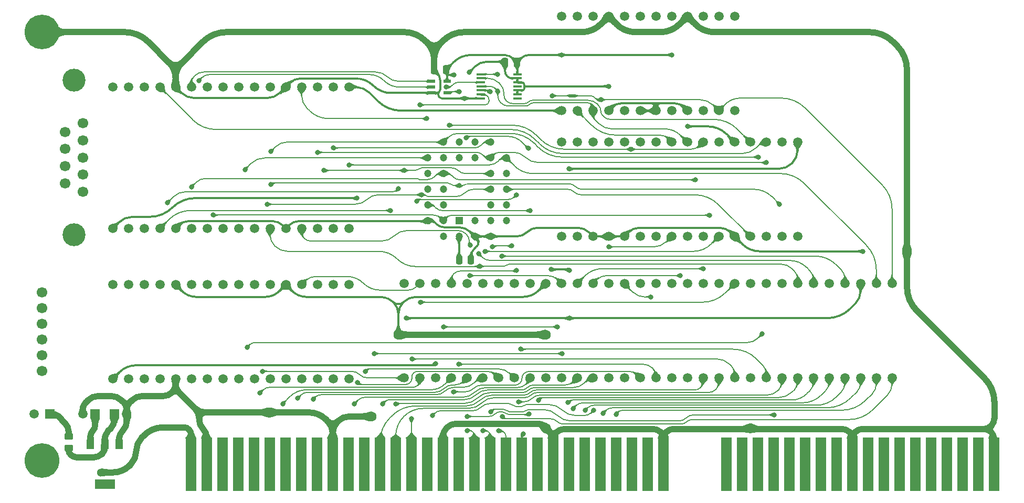
<source format=gtl>
%TF.GenerationSoftware,KiCad,Pcbnew,8.0.7*%
%TF.CreationDate,2025-02-05T17:01:46+02:00*%
%TF.ProjectId,UART Board,55415254-2042-46f6-9172-642e6b696361,V0*%
%TF.SameCoordinates,Original*%
%TF.FileFunction,Copper,L1,Top*%
%TF.FilePolarity,Positive*%
%FSLAX46Y46*%
G04 Gerber Fmt 4.6, Leading zero omitted, Abs format (unit mm)*
G04 Created by KiCad (PCBNEW 8.0.7) date 2025-02-05 17:01:46*
%MOMM*%
%LPD*%
G01*
G04 APERTURE LIST*
G04 Aperture macros list*
%AMRoundRect*
0 Rectangle with rounded corners*
0 $1 Rounding radius*
0 $2 $3 $4 $5 $6 $7 $8 $9 X,Y pos of 4 corners*
0 Add a 4 corners polygon primitive as box body*
4,1,4,$2,$3,$4,$5,$6,$7,$8,$9,$2,$3,0*
0 Add four circle primitives for the rounded corners*
1,1,$1+$1,$2,$3*
1,1,$1+$1,$4,$5*
1,1,$1+$1,$6,$7*
1,1,$1+$1,$8,$9*
0 Add four rect primitives between the rounded corners*
20,1,$1+$1,$2,$3,$4,$5,0*
20,1,$1+$1,$4,$5,$6,$7,0*
20,1,$1+$1,$6,$7,$8,$9,0*
20,1,$1+$1,$8,$9,$2,$3,0*%
G04 Aperture macros list end*
%TA.AperFunction,EtchedComponent*%
%ADD10C,0.000000*%
%TD*%
%TA.AperFunction,ComponentPad*%
%ADD11C,1.500000*%
%TD*%
%TA.AperFunction,SMDPad,CuDef*%
%ADD12RoundRect,0.250000X-0.450000X0.262500X-0.450000X-0.262500X0.450000X-0.262500X0.450000X0.262500X0*%
%TD*%
%TA.AperFunction,SMDPad,CuDef*%
%ADD13RoundRect,0.250000X-0.250000X-0.475000X0.250000X-0.475000X0.250000X0.475000X-0.250000X0.475000X0*%
%TD*%
%TA.AperFunction,SMDPad,CuDef*%
%ADD14C,0.500000*%
%TD*%
%TA.AperFunction,SMDPad,CuDef*%
%ADD15RoundRect,0.250000X0.250000X0.475000X-0.250000X0.475000X-0.250000X-0.475000X0.250000X-0.475000X0*%
%TD*%
%TA.AperFunction,WasherPad*%
%ADD16C,3.700000*%
%TD*%
%TA.AperFunction,WasherPad*%
%ADD17C,1.700000*%
%TD*%
%TA.AperFunction,ComponentPad*%
%ADD18R,1.200000X1.200000*%
%TD*%
%TA.AperFunction,ComponentPad*%
%ADD19C,1.200000*%
%TD*%
%TA.AperFunction,ComponentPad*%
%ADD20R,1.500000X1.500000*%
%TD*%
%TA.AperFunction,SMDPad,CuDef*%
%ADD21R,1.200000X1.500000*%
%TD*%
%TA.AperFunction,SMDPad,CuDef*%
%ADD22R,3.300000X1.500000*%
%TD*%
%TA.AperFunction,SMDPad,CuDef*%
%ADD23R,1.250000X0.600000*%
%TD*%
%TA.AperFunction,SMDPad,CuDef*%
%ADD24R,1.475000X0.450000*%
%TD*%
%TA.AperFunction,ComponentPad*%
%ADD25C,5.600000*%
%TD*%
%TA.AperFunction,ConnectorPad*%
%ADD26R,1.780000X8.620000*%
%TD*%
%TA.AperFunction,ViaPad*%
%ADD27C,0.800000*%
%TD*%
%TA.AperFunction,ViaPad*%
%ADD28C,1.600000*%
%TD*%
%TA.AperFunction,ViaPad*%
%ADD29C,1.300000*%
%TD*%
%TA.AperFunction,Conductor*%
%ADD30C,0.380000*%
%TD*%
%TA.AperFunction,Conductor*%
%ADD31C,1.000000*%
%TD*%
%TA.AperFunction,Conductor*%
%ADD32C,0.200000*%
%TD*%
G04 APERTURE END LIST*
D10*
%TA.AperFunction,EtchedComponent*%
%TO.C,NT1*%
G36*
X61968000Y59497000D02*
G01*
X60968000Y59497000D01*
X60968000Y59997000D01*
X61968000Y59997000D01*
X61968000Y59497000D01*
G37*
%TD.AperFunction*%
%TD*%
D11*
%TO.P,B4,1,5V*%
%TO.N,/5V*%
X59690000Y37014000D03*
%TO.P,B4,2,~{Device_Select}*%
%TO.N,/~{Device Select}*%
X62230000Y37014000D03*
%TO.P,B4,3,A16*%
%TO.N,/GND*%
X64770000Y37014000D03*
%TO.P,B4,4,A15*%
X67310000Y37014000D03*
%TO.P,B4,5,GND*%
X69850000Y37014000D03*
%TO.P,B4,6,A14*%
%TO.N,/A14*%
X72390000Y37014000D03*
%TO.P,B4,7,A13*%
%TO.N,/A13*%
X74930000Y37014000D03*
%TO.P,B4,8,A12*%
%TO.N,/A12*%
X77470000Y37014000D03*
%TO.P,B4,9,A11*%
%TO.N,/A11*%
X80010000Y37014000D03*
%TO.P,B4,10,A10*%
%TO.N,/A10*%
X82550000Y37014000D03*
%TO.P,B4,11,A4*%
%TO.N,/A4*%
X85090000Y37014000D03*
%TO.P,B4,12,GND*%
%TO.N,/GND*%
X87630000Y37014000D03*
%TO.P,B4,13,A3*%
%TO.N,/A3*%
X90170000Y37014000D03*
%TO.P,B4,14,~{Reset}_{IN2}*%
%TO.N,/~{Reset}_{System}*%
X92710000Y37014000D03*
%TO.P,B4,15,~{Reset}_{IN1}*%
%TO.N,/~{Reset}_{D}*%
X95250000Y37014000D03*
%TO.P,B4,16,N.C.*%
%TO.N,unconnected-(B4-N.C.-Pad16)*%
X97790000Y37014000D03*
%TO.P,B4,17,5V*%
%TO.N,/5V*%
X97790000Y52254000D03*
%TO.P,B4,18,Reset_{OUT}*%
%TO.N,unconnected-(B4-Reset_{OUT}-Pad18)*%
X95250000Y52254000D03*
%TO.P,B4,19,~{Reset}_{OUT}*%
%TO.N,/~{Reset}*%
X92710000Y52254000D03*
%TO.P,B4,20,~{A3}*%
%TO.N,/~{A3}*%
X90170000Y52254000D03*
%TO.P,B4,21,GND*%
%TO.N,/GND*%
X87630000Y52254000D03*
%TO.P,B4,22,~{A4}*%
%TO.N,unconnected-(B4-~{A4}-Pad22)*%
X85090000Y52254000D03*
%TO.P,B4,23,~{Device_RAM}*%
%TO.N,/~{Device ROM}*%
X82550000Y52254000D03*
%TO.P,B4,24,~{Device_Registers}*%
%TO.N,/~{Device Registers}*%
X80010000Y52254000D03*
%TO.P,B4,25,~{Device_ROM}*%
%TO.N,/~{Device RAM}*%
X77470000Y52254000D03*
%TO.P,B4,26,N.C.*%
%TO.N,unconnected-(B4-N.C.-Pad26)*%
X74930000Y52254000D03*
%TO.P,B4,27,N.C.*%
%TO.N,unconnected-(B4-N.C.-Pad27)*%
X72390000Y52254000D03*
%TO.P,B4,28,GND*%
%TO.N,/GND*%
X69850000Y52254000D03*
%TO.P,B4,29,N.C.*%
%TO.N,unconnected-(B4-N.C.-Pad29)*%
X67310000Y52254000D03*
%TO.P,B4,30,N.C.*%
%TO.N,unconnected-(B4-N.C.-Pad30)*%
X64770000Y52254000D03*
%TO.P,B4,31,N.C.*%
%TO.N,unconnected-(B4-N.C.-Pad31)*%
X62230000Y52254000D03*
%TO.P,B4,32,N.C.*%
%TO.N,unconnected-(B4-N.C.-Pad32)*%
X59690000Y52254000D03*
%TD*%
D12*
%TO.P,R1,1*%
%TO.N,Net-(LED1-K)*%
X-19802000Y4652500D03*
%TO.P,R1,2*%
%TO.N,/5V*%
X-19802000Y2827500D03*
%TD*%
D13*
%TO.P,C3,1*%
%TO.N,/3.3V*%
X43185000Y33204000D03*
%TO.P,C3,2*%
%TO.N,/GND*%
X45085000Y33204000D03*
%TD*%
D14*
%TO.P,NT1,1,1*%
%TO.N,/~{Device Select}*%
X61967999Y59747000D03*
%TO.P,NT1,2,2*%
%TO.N,/~{Enable}_{D}*%
X60968001Y59747000D03*
%TD*%
D15*
%TO.P,C4,1*%
%TO.N,/3.3V*%
X41066000Y63938000D03*
%TO.P,C4,2*%
%TO.N,/GND*%
X39166000Y63938000D03*
%TD*%
D16*
%TO.P,B3,*%
%TO.N,*%
X-18923000Y37268000D03*
D17*
X-17503000Y44218000D03*
X-20343000Y45604000D03*
X-17503000Y46990000D03*
X-20343000Y48377000D03*
X-17503000Y49763000D03*
X-20343000Y51149000D03*
X-17503000Y52535000D03*
X-20343000Y53922000D03*
X-17503000Y55308000D03*
D16*
X-18923000Y62258000D03*
D11*
%TO.P,B3,1,5V*%
%TO.N,/5V*%
X-12700000Y38284000D03*
%TO.P,B3,2,N.C.*%
%TO.N,unconnected-(B3-N.C.-Pad2)*%
X-10160000Y38284000D03*
%TO.P,B3,3,~{ADS}*%
%TO.N,unconnected-(B3-~{ADS}-Pad3)*%
X-7620000Y38284000D03*
%TO.P,B3,4,~{CS}*%
%TO.N,/~{UART2}_{SEL}*%
X-5080000Y38284000D03*
%TO.P,B3,5,GND*%
%TO.N,/GND*%
X-2540000Y38284000D03*
%TO.P,B3,6,~{RD}*%
%TO.N,/~{RD}*%
X0Y38284000D03*
%TO.P,B3,7,~{WD}*%
%TO.N,/~{WD}*%
X2540000Y38284000D03*
%TO.P,B3,8,D7*%
%TO.N,/D7*%
X5080000Y38284000D03*
%TO.P,B3,9,D6*%
%TO.N,/D6*%
X7620000Y38284000D03*
%TO.P,B3,10,D5*%
%TO.N,/D5*%
X10160000Y38284000D03*
%TO.P,B3,11,D4*%
%TO.N,/D4*%
X12700000Y38284000D03*
%TO.P,B3,12,GND*%
%TO.N,/GND*%
X15240000Y38284000D03*
%TO.P,B3,13,D3*%
%TO.N,/D3*%
X17780000Y38284000D03*
%TO.P,B3,14,D2*%
%TO.N,/D2*%
X20320000Y38284000D03*
%TO.P,B3,15,D1*%
%TO.N,/D1*%
X22860000Y38284000D03*
%TO.P,B3,16,D0*%
%TO.N,/D0*%
X25400000Y38284000D03*
%TO.P,B3,17,5V*%
%TO.N,/5V*%
X25400000Y61144000D03*
%TO.P,B3,18,1.8432Mhz*%
%TO.N,/1.8MHz*%
X22860000Y61144000D03*
%TO.P,B3,19,A0*%
%TO.N,/A0*%
X20320000Y61144000D03*
%TO.P,B3,20,A1*%
%TO.N,/A1*%
X17780000Y61144000D03*
%TO.P,B3,21,GND*%
%TO.N,/GND*%
X15240000Y61144000D03*
%TO.P,B3,22,A2*%
%TO.N,/A2*%
X12700000Y61144000D03*
%TO.P,B3,23,RX_Ready*%
%TO.N,unconnected-(B3-RX_Ready-Pad23)*%
X10160000Y61144000D03*
%TO.P,B3,24,TX_Ready*%
%TO.N,unconnected-(B3-TX_Ready-Pad24)*%
X7620000Y61144000D03*
%TO.P,B3,25,~{Out2}*%
%TO.N,unconnected-(B3-~{Out2}-Pad25)*%
X5080000Y61144000D03*
%TO.P,B3,26,~{Out1}*%
%TO.N,unconnected-(B3-~{Out1}-Pad26)*%
X2540000Y61144000D03*
%TO.P,B3,27,~{INT}*%
%TO.N,/~{INT2}*%
X0Y61144000D03*
%TO.P,B3,28,GND*%
%TO.N,/GND*%
X-2540000Y61144000D03*
%TO.P,B3,29,~{Reset}*%
%TO.N,/~{Reset}*%
X-5080000Y61144000D03*
%TO.P,B3,30,N.C.*%
%TO.N,unconnected-(B3-N.C.-Pad30)*%
X-7620000Y61144000D03*
%TO.P,B3,31,N.C.*%
%TO.N,unconnected-(B3-N.C.-Pad31)*%
X-10160000Y61144000D03*
%TO.P,B3,32,N.C.*%
%TO.N,unconnected-(B3-N.C.-Pad32)*%
X-12700000Y61144000D03*
%TD*%
D18*
%TO.P,IC3,1,N.C.*%
%TO.N,unconnected-(IC3-N.C.-Pad1)*%
X43180000Y39554000D03*
D19*
%TO.P,IC3,2,A16*%
%TO.N,/GND*%
X45720000Y37014000D03*
%TO.P,IC3,3,A15*%
X45720000Y39554000D03*
%TO.P,IC3,4,A12*%
X48260000Y37014000D03*
%TO.P,IC3,5,A7*%
%TO.N,/A7*%
X50800000Y39554000D03*
%TO.P,IC3,6,A6*%
%TO.N,/A6*%
X48260000Y39554000D03*
%TO.P,IC3,7,A5*%
%TO.N,/A5*%
X50800000Y42094000D03*
%TO.P,IC3,8,A4*%
%TO.N,/A4*%
X48260000Y42094000D03*
%TO.P,IC3,9,A3*%
%TO.N,/A3*%
X50800000Y44634000D03*
%TO.P,IC3,10,A2*%
%TO.N,/A2*%
X48260000Y44634000D03*
%TO.P,IC3,11,A1*%
%TO.N,/A1*%
X50800000Y47174000D03*
%TO.P,IC3,12,A0*%
%TO.N,/A0*%
X48260000Y47174000D03*
%TO.P,IC3,13,DQ0*%
%TO.N,/D0*%
X50800000Y49714000D03*
%TO.P,IC3,14,DQ1*%
%TO.N,/D1*%
X48260000Y52254000D03*
%TO.P,IC3,15,DQ2*%
%TO.N,/D2*%
X48260000Y49714000D03*
%TO.P,IC3,16,GND*%
%TO.N,/GND*%
X45720000Y52254000D03*
%TO.P,IC3,17,DQ3*%
%TO.N,/D3*%
X45720000Y49714000D03*
%TO.P,IC3,18,DQ4*%
%TO.N,/D4*%
X43180000Y52254000D03*
%TO.P,IC3,19,DQ5*%
%TO.N,/D5*%
X43180000Y49714000D03*
%TO.P,IC3,20,DQ6*%
%TO.N,/D6*%
X40640000Y52254000D03*
%TO.P,IC3,21,DQ7*%
%TO.N,/D7*%
X38100000Y49714000D03*
%TO.P,IC3,22,~{CE}*%
%TO.N,/~{Device ROM}*%
X40640000Y49714000D03*
%TO.P,IC3,23,A10*%
%TO.N,/GND*%
X38100000Y47174000D03*
%TO.P,IC3,24,~{OE}*%
%TO.N,/~{RD}*%
X40640000Y47174000D03*
%TO.P,IC3,25,A11*%
%TO.N,/GND*%
X38100000Y44634000D03*
%TO.P,IC3,26,A9*%
%TO.N,/A9*%
X40640000Y44634000D03*
%TO.P,IC3,27,A8*%
%TO.N,/A8*%
X38100000Y42094000D03*
%TO.P,IC3,28,A13*%
%TO.N,/GND*%
X40640000Y42094000D03*
%TO.P,IC3,29,A14*%
X38100000Y39554000D03*
%TO.P,IC3,30,N.C.*%
%TO.N,unconnected-(IC3-N.C.-Pad30)*%
X40640000Y37014000D03*
%TO.P,IC3,31,~{WE}*%
%TO.N,/~{WD}*%
X40640000Y39554000D03*
%TO.P,IC3,32,3V*%
%TO.N,/3.3V*%
X43180000Y37014000D03*
%TD*%
D11*
%TO.P,B2,1,5V*%
%TO.N,/5V*%
X59690000Y57334000D03*
%TO.P,B2,2,~{Device_RAM}*%
%TO.N,/~{Device RAM}*%
X62230000Y57334000D03*
%TO.P,B2,3,~{Device_Registers}*%
%TO.N,/~{Device Registers}*%
X64770000Y57334000D03*
%TO.P,B2,4,GND*%
%TO.N,/GND*%
X67310000Y57334000D03*
%TO.P,B2,5,~{Device_ROM}*%
%TO.N,/~{Device ROM}*%
X69850000Y57334000D03*
%TO.P,B2,6,H2_{REG}*%
%TO.N,/GND*%
X72390000Y57334000D03*
%TO.P,B2,7,H1_{REG}*%
X74930000Y57334000D03*
%TO.P,B2,8,H0_{REG}*%
%TO.N,/3.3V*%
X77470000Y57334000D03*
%TO.P,B2,9,GND*%
%TO.N,/GND*%
X80010000Y57334000D03*
%TO.P,B2,10,~{RD}*%
%TO.N,/~{RD}*%
X82550000Y57334000D03*
%TO.P,B2,11,~{Device_Select}*%
%TO.N,/~{Device Select}*%
X85090000Y57334000D03*
%TO.P,B2,12,~{WD}*%
%TO.N,/~{WD}*%
X87630000Y57334000D03*
%TO.P,B2,13,5V*%
%TO.N,/5V*%
X87630000Y72574000D03*
%TO.P,B2,14,N.C.*%
%TO.N,unconnected-(B2-N.C.-Pad14)*%
X85090000Y72574000D03*
%TO.P,B2,15,N.C.*%
%TO.N,unconnected-(B2-N.C.-Pad15)*%
X82550000Y72574000D03*
%TO.P,B2,16,GND*%
%TO.N,/GND*%
X80010000Y72574000D03*
%TO.P,B2,17,H0_{OUT}*%
%TO.N,/H0_{D}*%
X77470000Y72574000D03*
%TO.P,B2,18,H1_{OUT}*%
%TO.N,/H1_{D}*%
X74930000Y72574000D03*
%TO.P,B2,19,H2_{OUT}*%
%TO.N,/H2_{D}*%
X72390000Y72574000D03*
%TO.P,B2,20,N.C.*%
%TO.N,unconnected-(B2-N.C.-Pad20)*%
X69850000Y72574000D03*
%TO.P,B2,21,GND*%
%TO.N,/GND*%
X67310000Y72574000D03*
%TO.P,B2,22,N.C.*%
%TO.N,unconnected-(B2-N.C.-Pad22)*%
X64770000Y72574000D03*
%TO.P,B2,23,N.C.*%
%TO.N,unconnected-(B2-N.C.-Pad23)*%
X62230000Y72574000D03*
%TO.P,B2,24,3.3V*%
%TO.N,/3.3V*%
X59690000Y72574000D03*
%TD*%
D20*
%TO.P,LED1,1,K*%
%TO.N,Net-(LED1-K)*%
X-22860000Y8312000D03*
D11*
%TO.P,LED1,2,A*%
%TO.N,/GND*%
X-25400000Y8312000D03*
%TD*%
D20*
%TO.P,C2,1*%
%TO.N,/5V*%
X-12418600Y8312000D03*
D11*
%TO.P,C2,2*%
%TO.N,/GND*%
X-10418600Y8312000D03*
%TD*%
D15*
%TO.P,C5,1*%
%TO.N,/3.3V*%
X52505000Y65163000D03*
%TO.P,C5,2*%
%TO.N,/GND*%
X50605000Y65163000D03*
%TD*%
D21*
%TO.P,IC1,1,GND*%
%TO.N,/GND*%
X-11670000Y3384000D03*
%TO.P,IC1,2,5.0VOut*%
%TO.N,/5V*%
X-13970000Y3384000D03*
%TO.P,IC1,3,15VIn*%
%TO.N,/12V*%
X-16270000Y3384000D03*
D22*
%TO.P,IC1,4,N.C*%
%TO.N,unconnected-(IC1-N.C-Pad4)*%
X-13970000Y-3016000D03*
%TD*%
D23*
%TO.P,IC2,1,B*%
%TO.N,/~{INT2}*%
X38755000Y62094000D03*
%TO.P,IC2,2,A*%
%TO.N,/~{INT1}*%
X38755000Y61144000D03*
%TO.P,IC2,3,GND*%
%TO.N,/GND*%
X38755000Y60194000D03*
%TO.P,IC2,4,Y*%
%TO.N,/~{Interrupt}_{D}*%
X41255000Y60194000D03*
%TO.P,IC2,5,3V*%
%TO.N,/3.3V*%
X41255000Y62094000D03*
%TD*%
D24*
%TO.P,IC4,1,1A*%
%TO.N,/~{Device Registers}*%
X46719000Y63221000D03*
%TO.P,IC4,2,1B*%
%TO.N,/~{A3}*%
X46719000Y62571000D03*
%TO.P,IC4,3,1Y*%
%TO.N,/~{UART1}_{SEL}*%
X46719000Y61921000D03*
%TO.P,IC4,4,2A*%
%TO.N,/~{Device Registers}*%
X46719000Y61271000D03*
%TO.P,IC4,5,2B*%
%TO.N,/A3*%
X46719000Y60621000D03*
%TO.P,IC4,6,2Y*%
%TO.N,/~{UART2}_{SEL}*%
X46719000Y59971000D03*
%TO.P,IC4,7,GND*%
%TO.N,/GND*%
X46719000Y59321000D03*
%TO.P,IC4,8,3Y*%
%TO.N,unconnected-(IC4-3Y-Pad8)*%
X52595000Y59321000D03*
%TO.P,IC4,9,3A*%
%TO.N,/GND*%
X52595000Y59971000D03*
%TO.P,IC4,10,3B*%
X52595000Y60621000D03*
%TO.P,IC4,11,4Y*%
%TO.N,unconnected-(IC4-4Y-Pad11)*%
X52595000Y61271000D03*
%TO.P,IC4,12,4A*%
%TO.N,/GND*%
X52595000Y61921000D03*
%TO.P,IC4,13,4B*%
X52595000Y62571000D03*
%TO.P,IC4,14,3V*%
%TO.N,/3.3V*%
X52595000Y63221000D03*
%TD*%
D25*
%TO.P,H1,1,GND*%
%TO.N,/GND*%
X-24130000Y70034000D03*
%TD*%
D17*
%TO.P,B5,*%
%TO.N,*%
X-24130000Y15240001D03*
X-24130000Y17780001D03*
X-24130000Y20320001D03*
X-24130000Y22860001D03*
X-24130000Y25400001D03*
X-24130000Y27940001D03*
D11*
%TO.P,B5,1,5V*%
%TO.N,/5V*%
X-12700000Y13970000D03*
%TO.P,B5,2,N.C.*%
%TO.N,unconnected-(B5-N.C.-Pad2)*%
X-10160000Y13970000D03*
%TO.P,B5,3,~{ADS}*%
%TO.N,unconnected-(B5-~{ADS}-Pad3)*%
X-7620000Y13970000D03*
%TO.P,B5,4,~{CS}*%
%TO.N,/~{UART1}_{SEL}*%
X-5080000Y13970000D03*
%TO.P,B5,5,GND*%
%TO.N,/GND*%
X-2540000Y13970000D03*
%TO.P,B5,6,~{RD}*%
%TO.N,/~{RD}*%
X0Y13970000D03*
%TO.P,B5,7,~{WD}*%
%TO.N,/~{WD}*%
X2540000Y13970000D03*
%TO.P,B5,8,D7*%
%TO.N,/D7*%
X5080000Y13970000D03*
%TO.P,B5,9,D6*%
%TO.N,/D6*%
X7620000Y13970000D03*
%TO.P,B5,10,D5*%
%TO.N,/D5*%
X10160000Y13970000D03*
%TO.P,B5,11,D4*%
%TO.N,/D4*%
X12700000Y13970000D03*
%TO.P,B5,12,GND*%
%TO.N,/GND*%
X15240000Y13970000D03*
%TO.P,B5,13,D3*%
%TO.N,/D3*%
X17780000Y13970000D03*
%TO.P,B5,14,D2*%
%TO.N,/D2*%
X20320000Y13970000D03*
%TO.P,B5,15,D1*%
%TO.N,/D1*%
X22860000Y13970000D03*
%TO.P,B5,16,D0*%
%TO.N,/D0*%
X25400000Y13970000D03*
%TO.P,B5,17,5V*%
%TO.N,/5V*%
X25400000Y29210000D03*
%TO.P,B5,18,1.8432Mhz*%
%TO.N,/1.8MHz*%
X22860000Y29210000D03*
%TO.P,B5,19,A0*%
%TO.N,/A0*%
X20320000Y29210000D03*
%TO.P,B5,20,A1*%
%TO.N,/A1*%
X17780000Y29210000D03*
%TO.P,B5,21,GND*%
%TO.N,/GND*%
X15240000Y29210000D03*
%TO.P,B5,22,A2*%
%TO.N,/A2*%
X12700000Y29210000D03*
%TO.P,B5,23,RX_Ready*%
%TO.N,unconnected-(B5-RX_Ready-Pad23)*%
X10160000Y29210000D03*
%TO.P,B5,24,TX_Ready*%
%TO.N,unconnected-(B5-TX_Ready-Pad24)*%
X7620000Y29210000D03*
%TO.P,B5,25,~{Out2}*%
%TO.N,unconnected-(B5-~{Out2}-Pad25)*%
X5080000Y29210000D03*
%TO.P,B5,26,~{Out1}*%
%TO.N,unconnected-(B5-~{Out1}-Pad26)*%
X2540000Y29210000D03*
%TO.P,B5,27,~{INT}*%
%TO.N,/~{INT1}*%
X0Y29210000D03*
%TO.P,B5,28,GND*%
%TO.N,/GND*%
X-2540000Y29210000D03*
%TO.P,B5,29,~{Reset}*%
%TO.N,/~{Reset}*%
X-5080000Y29210000D03*
%TO.P,B5,30,N.C.*%
%TO.N,unconnected-(B5-N.C.-Pad30)*%
X-7620000Y29210000D03*
%TO.P,B5,31,N.C.*%
%TO.N,unconnected-(B5-N.C.-Pad31)*%
X-10160000Y29210000D03*
%TO.P,B5,32,N.C.*%
%TO.N,unconnected-(B5-N.C.-Pad32)*%
X-12700000Y29210000D03*
%TD*%
D26*
%TO.P,J5,B1,B1*%
%TO.N,/12V*%
X-50800Y184000D03*
%TO.P,J5,B2,B2*%
%TO.N,/GND*%
X2489200Y184000D03*
%TO.P,J5,B3,B3*%
%TO.N,unconnected-(J5-PadB3)*%
X5029200Y184000D03*
%TO.P,J5,B4,B4*%
%TO.N,unconnected-(J5-PadB4)*%
X7569200Y184000D03*
%TO.P,J5,B5,B5*%
%TO.N,unconnected-(J5-PadB5)*%
X10109200Y184000D03*
%TO.P,J5,B6,B6*%
%TO.N,unconnected-(J5-PadB6)*%
X12649200Y184000D03*
%TO.P,J5,B7,B7*%
%TO.N,unconnected-(J5-PadB7)*%
X15189200Y184000D03*
%TO.P,J5,B8,B8*%
%TO.N,unconnected-(J5-PadB8)*%
X17729200Y184000D03*
%TO.P,J5,B9,B9*%
%TO.N,unconnected-(J5-PadB9)*%
X20269200Y184000D03*
%TO.P,J5,B10,B10*%
%TO.N,/GND*%
X22809200Y184000D03*
%TO.P,J5,B11,B11*%
%TO.N,unconnected-(J5-PadB11)*%
X25349200Y184000D03*
%TO.P,J5,B12,B12*%
%TO.N,unconnected-(J5-PadB12)*%
X27889200Y184000D03*
%TO.P,J5,B13,B13*%
%TO.N,/~{RD}_{D}*%
X30429200Y184000D03*
%TO.P,J5,B14,B14*%
%TO.N,/~{WD}_{D}*%
X32969200Y184000D03*
%TO.P,J5,B15,B15*%
%TO.N,/CLK_{D}*%
X35509200Y184000D03*
%TO.P,J5,B16,B16*%
%TO.N,unconnected-(J5-PadB16)*%
X38049200Y184000D03*
%TO.P,J5,B17,B17*%
%TO.N,/GND*%
X40589200Y184000D03*
%TO.P,J5,B18,B18*%
%TO.N,unconnected-(J5-PadB18)*%
X43129200Y184000D03*
%TO.P,J5,B19,B19*%
%TO.N,/~{Interrupt}_{D}*%
X45669200Y184000D03*
%TO.P,J5,B20,B20*%
%TO.N,/~{Reset}_{D}*%
X48209200Y184000D03*
%TO.P,J5,B21,B21*%
%TO.N,/~{Select}_{D}*%
X50749200Y184000D03*
%TO.P,J5,B22,B22*%
%TO.N,/~{Enable}_{D}*%
X53289200Y184000D03*
%TO.P,J5,B23,B23*%
%TO.N,unconnected-(J5-PadB23)*%
X55829200Y184000D03*
%TO.P,J5,B24,B24*%
%TO.N,/GND*%
X58369200Y184000D03*
%TO.P,J5,B25,B25*%
%TO.N,unconnected-(J5-PadB25)*%
X60909200Y184000D03*
%TO.P,J5,B26,B26*%
%TO.N,unconnected-(J5-PadB26)*%
X63449200Y184000D03*
%TO.P,J5,B27,B27*%
%TO.N,unconnected-(J5-PadB27)*%
X65989200Y184000D03*
%TO.P,J5,B28,B28*%
%TO.N,unconnected-(J5-PadB28)*%
X68529200Y184000D03*
%TO.P,J5,B29,B29*%
%TO.N,unconnected-(J5-PadB29)*%
X71069200Y184000D03*
%TO.P,J5,B30,B30*%
%TO.N,unconnected-(J5-PadB30)*%
X73609200Y184000D03*
%TO.P,J5,B31,B31*%
%TO.N,/GND*%
X76149200Y184000D03*
%TO.P,J5,D1,D1*%
%TO.N,unconnected-(J5-PadD1)*%
X86309200Y184000D03*
%TO.P,J5,D2,D2*%
%TO.N,unconnected-(J5-PadD2)*%
X88849200Y184000D03*
%TO.P,J5,D3,D3*%
%TO.N,unconnected-(J5-PadD3)*%
X91389200Y184000D03*
%TO.P,J5,D4,D4*%
%TO.N,unconnected-(J5-PadD4)*%
X93929200Y184000D03*
%TO.P,J5,D5,D5*%
%TO.N,unconnected-(J5-PadD5)*%
X96469200Y184000D03*
%TO.P,J5,D6,D6*%
%TO.N,unconnected-(J5-PadD6)*%
X99009200Y184000D03*
%TO.P,J5,D7,D7*%
%TO.N,unconnected-(J5-PadD7)*%
X101549200Y184000D03*
%TO.P,J5,D8,D8*%
%TO.N,unconnected-(J5-PadD8)*%
X104089200Y184000D03*
%TO.P,J5,D9,D9*%
%TO.N,/GND*%
X106629200Y184000D03*
%TO.P,J5,D10,D10*%
%TO.N,unconnected-(J5-PadD10)*%
X109169200Y184000D03*
%TO.P,J5,D11,D11*%
%TO.N,unconnected-(J5-PadD11)*%
X111709200Y184000D03*
%TO.P,J5,D12,D12*%
%TO.N,unconnected-(J5-PadD12)*%
X114249200Y184000D03*
%TO.P,J5,D13,D13*%
%TO.N,unconnected-(J5-PadD13)*%
X116789200Y184000D03*
%TO.P,J5,D14,D14*%
%TO.N,unconnected-(J5-PadD14)*%
X119329200Y184000D03*
%TO.P,J5,D15,D15*%
%TO.N,unconnected-(J5-PadD15)*%
X121869200Y184000D03*
%TO.P,J5,D16,D16*%
%TO.N,unconnected-(J5-PadD16)*%
X124409200Y184000D03*
%TO.P,J5,D17,D17*%
%TO.N,unconnected-(J5-PadD17)*%
X126949200Y184000D03*
%TO.P,J5,D18,D18*%
%TO.N,/GND*%
X129489200Y184000D03*
%TD*%
D20*
%TO.P,C1,1*%
%TO.N,/12V*%
X-15510000Y8312000D03*
D11*
%TO.P,C1,2*%
%TO.N,/GND*%
X-17510000Y8312000D03*
%TD*%
%TO.P,B1,1,A0_{IN}*%
%TO.N,/A0_{D}*%
X34290000Y14154000D03*
%TO.P,B1,2,A1_{IN}*%
%TO.N,/A1_{D}*%
X36830000Y14154000D03*
%TO.P,B1,3,5V*%
%TO.N,/5V*%
X39370000Y14154000D03*
%TO.P,B1,4,A2_{IN}*%
%TO.N,/A2_{D}*%
X41910000Y14154000D03*
%TO.P,B1,5,A3_{IN}*%
%TO.N,/A3_{D}*%
X44450000Y14154000D03*
%TO.P,B1,6,A4_{IN}*%
%TO.N,/A4_{D}*%
X46990000Y14154000D03*
%TO.P,B1,7,A5_{IN}*%
%TO.N,/A5_{D}*%
X49530000Y14154000D03*
%TO.P,B1,8,A6_{IN}*%
%TO.N,/A6_{D}*%
X52070000Y14154000D03*
%TO.P,B1,9,A7_{IN}*%
%TO.N,/A7_{D}*%
X54610000Y14154000D03*
%TO.P,B1,10,GND*%
%TO.N,/GND*%
X57150000Y14154000D03*
%TO.P,B1,11,A8_{IN}*%
%TO.N,/A8_{D}*%
X59690000Y14154000D03*
%TO.P,B1,12,A9_{IN}*%
%TO.N,/A9_{D}*%
X62230000Y14154000D03*
%TO.P,B1,13,A10_{IN}*%
%TO.N,/A10_{D}*%
X64770000Y14154000D03*
%TO.P,B1,14,A11_{IN}*%
%TO.N,/A11_{D}*%
X67310000Y14154000D03*
%TO.P,B1,15,A12_{IN}*%
%TO.N,/A12_{D}*%
X69850000Y14154000D03*
%TO.P,B1,16,A13_{IN}*%
%TO.N,/A13_{D}*%
X72390000Y14154000D03*
%TO.P,B1,17,A14_{IN}*%
%TO.N,/A14_{D}*%
X74930000Y14154000D03*
%TO.P,B1,18,A15_{IN}*%
%TO.N,/GND*%
X77470000Y14154000D03*
%TO.P,B1,19,A16_{IN}*%
X80010000Y14154000D03*
%TO.P,B1,20,~{RD}_{IN}*%
%TO.N,/~{RD}_{D}*%
X82550000Y14154000D03*
%TO.P,B1,21,~{WD}_{IN}*%
%TO.N,/~{WD}_{D}*%
X85090000Y14154000D03*
%TO.P,B1,22,S_{IN}*%
%TO.N,/CLK_{D}*%
X87630000Y14154000D03*
%TO.P,B1,23,GND*%
%TO.N,/GND*%
X90170000Y14154000D03*
%TO.P,B1,24,D7_{IN/OUT}*%
%TO.N,/D7_{D}*%
X92710000Y14154000D03*
%TO.P,B1,25,D6_{IN/OUT}*%
%TO.N,/D6_{D}*%
X95250000Y14154000D03*
%TO.P,B1,26,D5_{IN/OUT}*%
%TO.N,/D5_{D}*%
X97790000Y14154000D03*
%TO.P,B1,27,D4_{IN/OUT}*%
%TO.N,/D4_{D}*%
X100330000Y14154000D03*
%TO.P,B1,28,D3_{IN/OUT}*%
%TO.N,/D3_{D}*%
X102870000Y14154000D03*
%TO.P,B1,29,D2_{IN/OUT}*%
%TO.N,/D2_{D}*%
X105410000Y14154000D03*
%TO.P,B1,30,D1_{IN/OUT}*%
%TO.N,/D1_{D}*%
X107950000Y14154000D03*
%TO.P,B1,31,D0_{IN/OUT}*%
%TO.N,/D0_{D}*%
X110490000Y14154000D03*
%TO.P,B1,32,Deivce_~{CS}_{IN}*%
%TO.N,/~{Select}_{D}*%
X113030000Y14154000D03*
%TO.P,B1,33,Deivce_~{CS}*%
%TO.N,/~{Device Select}*%
X113030000Y29394000D03*
%TO.P,B1,34,D0*%
%TO.N,/D0*%
X110490000Y29394000D03*
%TO.P,B1,35,5V*%
%TO.N,/5V*%
X107950000Y29394000D03*
%TO.P,B1,36,D1*%
%TO.N,/D1*%
X105410000Y29394000D03*
%TO.P,B1,37,D2*%
%TO.N,/D2*%
X102870000Y29394000D03*
%TO.P,B1,38,D3*%
%TO.N,/D3*%
X100330000Y29394000D03*
%TO.P,B1,39,D4*%
%TO.N,/D4*%
X97790000Y29394000D03*
%TO.P,B1,40,D5*%
%TO.N,/D5*%
X95250000Y29394000D03*
%TO.P,B1,41,D6*%
%TO.N,/D6*%
X92710000Y29394000D03*
%TO.P,B1,42,GND*%
%TO.N,/GND*%
X90170000Y29394000D03*
%TO.P,B1,43,D7*%
%TO.N,/D7*%
X87630000Y29394000D03*
%TO.P,B1,44,S*%
%TO.N,unconnected-(B1-S-Pad44)*%
X85090000Y29394000D03*
%TO.P,B1,45,~{WD}*%
%TO.N,/~{WD}*%
X82550000Y29394000D03*
%TO.P,B1,46,~{RD}*%
%TO.N,/~{RD}*%
X80010000Y29394000D03*
%TO.P,B1,47,A16*%
%TO.N,unconnected-(B1-A16-Pad47)*%
X77470000Y29394000D03*
%TO.P,B1,48,A15*%
%TO.N,unconnected-(B1-A15-Pad48)*%
X74930000Y29394000D03*
%TO.P,B1,49,A14*%
%TO.N,/A14*%
X72390000Y29394000D03*
%TO.P,B1,50,A13*%
%TO.N,/A13*%
X69850000Y29394000D03*
%TO.P,B1,51,A12*%
%TO.N,/A12*%
X67310000Y29394000D03*
%TO.P,B1,52,A11*%
%TO.N,/A11*%
X64770000Y29394000D03*
%TO.P,B1,53,A10*%
%TO.N,/A10*%
X62230000Y29394000D03*
%TO.P,B1,54,A9*%
%TO.N,/A9*%
X59690000Y29394000D03*
%TO.P,B1,55,GND*%
%TO.N,/GND*%
X57150000Y29394000D03*
%TO.P,B1,56,A8*%
%TO.N,/A8*%
X54610000Y29394000D03*
%TO.P,B1,57,A7*%
%TO.N,/A7*%
X52070000Y29394000D03*
%TO.P,B1,58,A6*%
%TO.N,/A6*%
X49530000Y29394000D03*
%TO.P,B1,59,A5*%
%TO.N,/A5*%
X46990000Y29394000D03*
%TO.P,B1,60,A4*%
%TO.N,/A4*%
X44450000Y29394000D03*
%TO.P,B1,61,A3*%
%TO.N,/A3*%
X41910000Y29394000D03*
%TO.P,B1,62,A2*%
%TO.N,/A2*%
X39370000Y29394000D03*
%TO.P,B1,63,A1*%
%TO.N,/A1*%
X36830000Y29394000D03*
%TO.P,B1,64,A0*%
%TO.N,/A0*%
X34290000Y29394000D03*
%TD*%
D25*
%TO.P,H9,1,GND*%
%TO.N,/GND*%
X-24130000Y819000D03*
%TD*%
D27*
%TO.N,/5V*%
X60960000Y31553000D03*
X26678900Y43202800D03*
X34671000Y23806000D03*
X58039000Y31680000D03*
X60960000Y23806000D03*
X60880600Y47936000D03*
X39370000Y16440000D03*
%TO.N,/GND*%
X108331000Y34601000D03*
X44068506Y59321000D03*
D28*
X57150000Y6051420D03*
X12573000Y8566000D03*
D27*
X80010000Y54794000D03*
X67310000Y61271000D03*
D28*
X33401000Y21139000D03*
X57150000Y21139000D03*
X29083000Y7931000D03*
D27*
X44831000Y63557000D03*
D28*
X115443000Y34601000D03*
X90170000Y6026000D03*
D27*
%TO.N,/CLK_{D}*%
X35509200Y7550000D03*
X35560004Y17202000D03*
%TO.N,/~{Interrupt}_{D}*%
X43196800Y60425100D03*
X54491801Y8300000D03*
X44325800Y52962400D03*
X44450000Y5644990D03*
X44450000Y7931000D03*
X54356000Y51238000D03*
%TO.N,/~{Reset}_{D}*%
X48260000Y8693000D03*
X46990000Y5638000D03*
X93980000Y8173000D03*
%TO.N,/~{Select}_{D}*%
X49593495Y5581495D03*
X50165000Y7931000D03*
%TO.N,/~{Enable}_{D}*%
X58166000Y59747000D03*
X53526000Y5110700D03*
%TO.N,/~{Device Select}*%
X66040000Y59112000D03*
%TO.N,/A0_{D}*%
X11429998Y15218300D03*
%TO.N,/A1_{D}*%
X11071331Y11718669D03*
%TO.N,/A2_{D}*%
X14732000Y9963000D03*
%TO.N,/A3_{D}*%
X17145000Y10852000D03*
%TO.N,/A4_{D}*%
X19685000Y10725000D03*
%TO.N,/A5_{D}*%
X26796994Y13392000D03*
%TO.N,/A6_{D}*%
X28067000Y15219000D03*
%TO.N,/A7_{D}*%
X26289000Y9963000D03*
%TO.N,/A8_{D}*%
X29464000Y18091000D03*
X59817000Y18079000D03*
%TO.N,/A9_{D}*%
X30861000Y9963000D03*
%TO.N,/A10_{D}*%
X32969200Y9928000D03*
%TO.N,/A11_{D}*%
X59055000Y22409000D03*
X40640000Y22409000D03*
%TO.N,/A12_{D}*%
X64897000Y8947000D03*
X38862000Y8058000D03*
%TO.N,/A13_{D}*%
X42291000Y11917100D03*
%TO.N,/A14_{D}*%
X43129200Y16386400D03*
%TO.N,/D7_{D}*%
X53149501Y18789501D03*
%TO.N,/D6_{D}*%
X52806800Y10283000D03*
%TO.N,/D5_{D}*%
X56000000Y10550000D03*
%TO.N,/D4_{D}*%
X60769500Y10153500D03*
%TO.N,/D3_{D}*%
X61594998Y9200998D03*
%TO.N,/D2_{D}*%
X63538099Y8908899D03*
D29*
%TO.N,/12V*%
X-14605000Y-1115998D03*
D27*
%TO.N,/D0*%
X25400000Y48584100D03*
%TO.N,/D1_{D}*%
X66421000Y8439000D03*
%TO.N,/D0_{D}*%
X68529200Y8288000D03*
%TO.N,/D1*%
X22860000Y51308200D03*
X50050000Y33839000D03*
%TO.N,/D2*%
X92710000Y48952000D03*
X20320000Y50606400D03*
%TO.N,/D3*%
X44958002Y35617000D03*
X46355000Y34220010D03*
%TO.N,/D4*%
X46481994Y32188000D03*
%TO.N,/D5*%
X43180000Y45237700D03*
X12827000Y45396000D03*
X94868998Y42221000D03*
%TO.N,/D6*%
X91440000Y49841000D03*
X12827000Y50730000D03*
%TO.N,/D7*%
X36957000Y26395000D03*
X8635992Y47809000D03*
%TO.N,/~{WD}*%
X83611300Y40455700D03*
X3485600Y40463500D03*
%TO.N,/~{RD}*%
X81280000Y46158000D03*
X0Y45015000D03*
%TO.N,/A13*%
X74163800Y27247600D03*
%TO.N,/A12*%
X67310000Y35328400D03*
%TO.N,/A11*%
X78903900Y30684600D03*
%TO.N,/A10*%
X82550000Y31807000D03*
%TO.N,/A9*%
X44916500Y30688000D03*
%TO.N,/A8*%
X54610000Y41179200D03*
%TO.N,/A5*%
X48514000Y35363000D03*
X51689000Y35490000D03*
%TO.N,/A4*%
X47370998Y34606400D03*
%TO.N,/A3*%
X48184419Y60402019D03*
X52424000Y31531700D03*
%TO.N,/A2*%
X37084000Y43745000D03*
X12192000Y42221000D03*
%TO.N,/A1*%
X36322000Y42729000D03*
X37973000Y56064000D03*
X52425000Y43727000D03*
%TO.N,/A0*%
X21390000Y47682000D03*
X34290000Y47682000D03*
%TO.N,/~{Device Registers}*%
X49432400Y60509000D03*
X49432400Y63221000D03*
%TO.N,/~{Device ROM}*%
X41611300Y54992000D03*
X70909400Y51108800D03*
%TO.N,/3.3V*%
X42405000Y63110500D03*
X59689998Y66338200D03*
X77470000Y66338200D03*
%TO.N,/~{Reset}_{System}*%
X9017000Y19107000D03*
X92075000Y21266000D03*
%TO.N,/~{UART2}_{SEL}*%
X32130998Y41208300D03*
X36830000Y58264300D03*
%TO.N,/~{INT1}*%
X1196400Y62160000D03*
%TO.N,/~{UART1}_{SEL}*%
X33401000Y44761000D03*
X-3853400Y42475000D03*
X41120700Y61174200D03*
%TD*%
D30*
%TO.N,/3.3V*%
X45163397Y66338200D02*
G75*
G03*
X42266101Y65138099I3J-4097400D01*
G01*
X41255000Y62976856D02*
G75*
G03*
X41160533Y63205033I-322700J44D01*
G01*
X41388643Y63110500D02*
G75*
G03*
X41255000Y62976856I-43J-133600D01*
G01*
X41160500Y63205000D02*
G75*
G03*
X41388643Y63110518I228100J228100D01*
G01*
X54511191Y66338200D02*
G75*
G03*
X53092602Y65750598I9J-2006200D01*
G01*
X51917400Y65750600D02*
G75*
G03*
X50498808Y66338203I-1418600J-1418600D01*
G01*
X41066000Y63433143D02*
G75*
G03*
X41160487Y63204987I322600J-43D01*
G01*
D31*
%TO.N,/GND*%
X1270000Y7396104D02*
G75*
G03*
X1879599Y5924399I2081300J-4D01*
G01*
X-17010429Y10224570D02*
G75*
G03*
X-17510000Y9018500I1206079J-1206074D01*
G01*
X-10418600Y7160273D02*
G75*
G02*
X-11044299Y5649699I-2136265J-5D01*
G01*
X25540912Y7931000D02*
G75*
G03*
X23609296Y7130904I-12J-2731700D01*
G01*
D30*
X14650950Y38873050D02*
G75*
G03*
X13228857Y39462103I-1422100J-1422100D01*
G01*
X79423850Y57920150D02*
G75*
G03*
X78008758Y58506254I-1415050J-1415150D01*
G01*
X17624828Y62541000D02*
G75*
G03*
X15938492Y61842508I-28J-2384800D01*
G01*
X46144264Y37014000D02*
G75*
G03*
X46020061Y36714061I36J-175700D01*
G01*
X45420000Y37314000D02*
G75*
G03*
X46144264Y37013985I724300J724300D01*
G01*
X39594261Y60194000D02*
G75*
G03*
X39974511Y60351489I39J537700D01*
G01*
X39817000Y59971261D02*
G75*
G03*
X39594261Y60194000I-222700J39D01*
G01*
X39974500Y60351500D02*
G75*
G03*
X39817016Y59971261I380200J-380200D01*
G01*
X14252500Y28222500D02*
G75*
G02*
X11868464Y27235002I-2384030J2384030D01*
G01*
X54165500Y37712500D02*
G75*
G02*
X52479171Y37014012I-1686300J1686300D01*
G01*
D31*
X78740000Y71304000D02*
G75*
G02*
X75673948Y70033980I-3066100J3066100D01*
G01*
X-3103564Y11812435D02*
G75*
G03*
X-2540000Y13173000I-1360558J1360561D01*
G01*
X-1976435Y11812435D02*
G75*
G03*
X-3103564Y11812435I-563564J-563565D01*
G01*
X-2540000Y13173000D02*
G75*
G03*
X-1976435Y11812435I1924129J0D01*
G01*
X1879600Y5924400D02*
G75*
G02*
X2489198Y4452695I-1471700J-1471700D01*
G01*
X113849206Y67817792D02*
G75*
G02*
X115443010Y63970036I-3847806J-3847792D01*
G01*
D30*
X33401000Y24416566D02*
G75*
G03*
X32575498Y26409498I-2818440J-6D01*
G01*
X34226500Y26409500D02*
G75*
G03*
X33401014Y24416566I1992900J-1992900D01*
G01*
X32575500Y26409500D02*
G75*
G03*
X34226500Y26409500I825500J825498D01*
G01*
D31*
X127841500Y5899000D02*
G75*
G03*
X129006600Y6381600I0J1647700D01*
G01*
X129006600Y5416400D02*
G75*
G03*
X127841500Y5899000I-1165100J-1165100D01*
G01*
X129006600Y6381600D02*
G75*
G03*
X129006600Y5416400I482600J-482600D01*
G01*
X76149200Y4251300D02*
G75*
G03*
X75666600Y5416400I-1647700J0D01*
G01*
X76631800Y5416400D02*
G75*
G03*
X76149200Y4251300I1165100J-1165100D01*
G01*
X75666600Y5416400D02*
G75*
G03*
X76631800Y5416400I482600J482598D01*
G01*
D30*
X29367500Y61367500D02*
G75*
G03*
X26534420Y62541008I-2833100J-2833100D01*
G01*
X70548500Y37712500D02*
G75*
G02*
X68862171Y37014012I-1686300J1686300D01*
G01*
X29367500Y61367500D02*
G75*
G03*
X32200579Y60193992I2833100J2833100D01*
G01*
X47737349Y65259500D02*
G75*
G03*
X45682215Y64408285I-49J-2906400D01*
G01*
X14351000Y60255000D02*
G75*
G02*
X12204764Y59366002I-2146230J2146230D01*
G01*
X39997000Y59501000D02*
G75*
G03*
X40431558Y59320953I434600J434500D01*
G01*
D31*
X56800710Y6400710D02*
G75*
G03*
X55957449Y6750020I-843310J-843310D01*
G01*
D30*
X32575500Y26409500D02*
G75*
G03*
X30582566Y27234986I-1992900J-1992900D01*
G01*
D31*
X81280000Y71304000D02*
G75*
G03*
X84346051Y70034021I3066000J3066000D01*
G01*
D30*
X74930000Y57920150D02*
G75*
G03*
X74343850Y58506300I-586200J-50D01*
G01*
X75516150Y58506300D02*
G75*
G03*
X74930000Y57920150I50J-586200D01*
G01*
X39303308Y39239691D02*
G75*
G03*
X38544500Y39554005I-758808J-758791D01*
G01*
D31*
X60190341Y5899000D02*
G75*
G03*
X58902588Y5365612I-41J-1821100D01*
G01*
D30*
X52595000Y62246000D02*
G75*
G03*
X52920000Y61921000I325000J0D01*
G01*
X45518124Y34862184D02*
G75*
G03*
X45084985Y33816530I1045676J-1045684D01*
G01*
D31*
X-2540000Y62604500D02*
G75*
G03*
X-3572729Y65097729I-3525957J1D01*
G01*
X-1507270Y65097729D02*
G75*
G03*
X-2539999Y62604500I2493230J-2493229D01*
G01*
X-3572729Y65097729D02*
G75*
G03*
X-1507271Y65097729I1032729J1032728D01*
G01*
X106146600Y5416400D02*
G75*
G03*
X104981500Y5899000I-1165100J-1165100D01*
G01*
X-14935682Y11233000D02*
G75*
G03*
X-16756000Y10479000I4J-2574328D01*
G01*
D30*
X16227500Y28222500D02*
G75*
G03*
X18611535Y27235015I2384000J2384000D01*
G01*
X64071499Y37712500D02*
G75*
G03*
X65757827Y37014011I1686301J1686300D01*
G01*
X53632750Y60728350D02*
G75*
G02*
X53373584Y60621007I-259150J259150D01*
G01*
D31*
X-10418600Y9008200D02*
G75*
G03*
X-10910887Y10196687I-1680775J0D01*
G01*
X-9926312Y10196687D02*
G75*
G03*
X-10418600Y9008200I1188494J-1188491D01*
G01*
X-10910887Y10196687D02*
G75*
G03*
X-9926312Y10196687I492287J492288D01*
G01*
X21691600Y7448400D02*
G75*
G03*
X18993474Y8565990I-2698100J-2698100D01*
G01*
D30*
X88836499Y35807500D02*
G75*
G03*
X91749247Y34601019I2912701J2912700D01*
G01*
D31*
X77796899Y5899000D02*
G75*
G03*
X76631800Y5416400I1J-1647700D01*
G01*
D30*
X53740100Y60987515D02*
G75*
G02*
X53632755Y60728345I-366500J-15D01*
G01*
D31*
X5682963Y70034000D02*
G75*
G03*
X1835210Y68440204I7J-5441550D01*
G01*
D30*
X44981650Y37752350D02*
G75*
G03*
X43199115Y38490706I-1782550J-1782550D01*
G01*
D31*
X-11090172Y5603827D02*
G75*
G03*
X-11670000Y4204000I1399832J-1399830D01*
G01*
X90233500Y5962500D02*
G75*
G03*
X90386802Y5899001I153300J153300D01*
G01*
X-6915207Y68440207D02*
G75*
G03*
X-10762963Y70034000I-3847758J-3847761D01*
G01*
X37743999Y68611999D02*
G75*
G03*
X34310988Y70033994I-3432999J-3432999D01*
G01*
X115443000Y28853963D02*
G75*
G03*
X117036821Y25006236I5441500J37D01*
G01*
X108276899Y5899000D02*
G75*
G03*
X107111800Y5416400I1J-1647700D01*
G01*
D30*
X39649000Y63455000D02*
G75*
G02*
X40132014Y62288934I-1166100J-1166100D01*
G01*
D31*
X44021011Y70034000D02*
G75*
G03*
X40587997Y68612003I-11J-4855000D01*
G01*
D30*
X40132000Y60731738D02*
G75*
G02*
X39974511Y60351489I-537700J-38D01*
G01*
X86931500Y37712500D02*
G75*
G03*
X85245171Y38410988I-1686300J-1686300D01*
G01*
X64071499Y37712500D02*
G75*
G03*
X62385170Y38410988I-1686299J-1686300D01*
G01*
X53607100Y61788000D02*
G75*
G03*
X53286009Y61921004I-321100J-321100D01*
G01*
D31*
X39166000Y65564000D02*
G75*
G03*
X38016242Y68339753I-3925500J0D01*
G01*
X40315755Y68339755D02*
G75*
G03*
X39165997Y65564000I2775745J-2775755D01*
G01*
X38016244Y68339755D02*
G75*
G03*
X40315756Y68339754I1149756J1149753D01*
G01*
D30*
X55851828Y38411000D02*
G75*
G03*
X54165492Y37712508I-28J-2384800D01*
G01*
X39520650Y39022350D02*
G75*
G03*
X40804166Y38490686I1283550J1283550D01*
G01*
D31*
X42733326Y6750000D02*
G75*
G03*
X41217192Y6122008I-26J-2144100D01*
G01*
X66040000Y71304000D02*
G75*
G02*
X62973948Y70033980I-3066100J3066100D01*
G01*
D30*
X36219433Y27235000D02*
G75*
G03*
X34226490Y26409510I-33J-2818400D01*
G01*
X-1651000Y60255000D02*
G75*
G03*
X495235Y59366000I2146234J2146232D01*
G01*
X69311241Y58506300D02*
G75*
G03*
X67896138Y57920162I-41J-2001200D01*
G01*
D31*
X57150000Y6051420D02*
X57150002Y6051420D01*
X57150003Y6051420D01*
X57150005Y6051419D01*
X57150007Y6051419D01*
X57150008Y6051418D01*
X57150010Y6051417D01*
X57150011Y6051416D01*
X57150013Y6051415D01*
X57150014Y6051414D01*
X57150015Y6051413D01*
X57150016Y6051411D01*
X57150017Y6051410D01*
X57150018Y6051408D01*
X57150019Y6051407D01*
X57150019Y6051405D01*
X57150020Y6051403D01*
X57150020Y6051402D01*
X57150020Y6051400D01*
X57150020Y6051398D01*
X57150020Y6051397D01*
X57150019Y6051395D01*
X57150019Y6051393D01*
X57150018Y6051392D01*
X57150017Y6051390D01*
X57150016Y6051389D01*
X57150015Y6051387D01*
X57150014Y6051386D01*
X57150013Y6051385D01*
X75666600Y5416400D02*
G75*
G03*
X74501500Y5899000I-1165100J-1165100D01*
G01*
D30*
X-1552500Y28222500D02*
G75*
G03*
X831535Y27235000I2384032J2384026D01*
G01*
X46320000Y36039030D02*
G75*
G02*
X46054880Y35398892I-905300J-30D01*
G01*
D31*
X129540000Y7633420D02*
G75*
G02*
X129032006Y6406994I-1734400J-20D01*
G01*
X129006600Y5416400D02*
G75*
G02*
X129489200Y4251300I-1165100J-1165100D01*
G01*
D30*
X72234828Y38411000D02*
G75*
G03*
X70548492Y37712508I-28J-2384800D01*
G01*
X46054856Y36679143D02*
G75*
G02*
X46320008Y36039030I-640156J-640143D01*
G01*
X14650950Y38873050D02*
G75*
G03*
X15829050Y38873050I589050J589048D01*
G01*
D31*
X90106500Y5962500D02*
G75*
G02*
X89953197Y5899001I-153300J153300D01*
G01*
X58369200Y4077858D02*
G75*
G03*
X57835833Y5365633I-1821200J42D01*
G01*
X58902600Y5365600D02*
G75*
G03*
X58369217Y4077858I1287700J-1287700D01*
G01*
X57835800Y5365600D02*
G75*
G03*
X58902600Y5365600I533400J533398D01*
G01*
X-3111500Y11804500D02*
G75*
G02*
X-4491223Y11233000I-1379722J1379721D01*
G01*
X68580000Y71304000D02*
G75*
G03*
X71646051Y70034021I3066000J3066000D01*
G01*
D30*
X17251142Y39462100D02*
G75*
G03*
X15829038Y38873062I-42J-2011100D01*
G01*
D31*
X127946207Y14096792D02*
G75*
G02*
X129540010Y10249036I-3847807J-3847792D01*
G01*
D30*
X53607100Y61788000D02*
G75*
G02*
X53740104Y61466909I-321100J-321100D01*
G01*
X-528857Y39462100D02*
G75*
G03*
X-1950950Y38873050I4J-2011154D01*
G01*
X86360000Y53524000D02*
G75*
G03*
X83293948Y54794020I-3066100J-3066100D01*
G01*
X50605000Y63719882D02*
G75*
G03*
X50941505Y62907505I1148900J18D01*
G01*
D31*
X22809200Y5199287D02*
G75*
G03*
X22009104Y7130904I-2731700J13D01*
G01*
X23609300Y7130900D02*
G75*
G03*
X22809205Y5199287I1931600J-1931600D01*
G01*
X22009100Y7130900D02*
G75*
G03*
X23609300Y7130900I800100J800098D01*
G01*
D30*
X56070500Y28314500D02*
G75*
G02*
X53464356Y27235018I-2606100J2606100D01*
G01*
D31*
X106629200Y4251300D02*
G75*
G03*
X106146600Y5416400I-1647700J0D01*
G01*
X107111800Y5416400D02*
G75*
G03*
X106629200Y4251300I1165100J-1165100D01*
G01*
X106146600Y5416400D02*
G75*
G03*
X107111800Y5416400I482600J482598D01*
G01*
D30*
X53932100Y61271000D02*
G75*
G03*
X53740100Y61079000I0J-192000D01*
G01*
X53740100Y61463000D02*
G75*
G03*
X53932100Y61271000I192000J0D01*
G01*
D31*
X-7809116Y11233000D02*
G75*
G03*
X-9654300Y10468700I5J-2609497D01*
G01*
X1270000Y7550000D02*
G75*
G03*
X551579Y9284420I-2452846J-3D01*
G01*
X2286000Y8566000D02*
G75*
G03*
X1270000Y7550000I0J-1016000D01*
G01*
X551579Y9284420D02*
G75*
G03*
X2286000Y8565999I1734421J1734420D01*
G01*
D30*
X50941500Y62907500D02*
G75*
G03*
X51753882Y62570993I812400J812400D01*
G01*
D31*
X113226792Y68440207D02*
G75*
G03*
X109379036Y70034010I-3847792J-3847807D01*
G01*
D30*
X39817000Y59935558D02*
G75*
G03*
X39997033Y59501033I614500J42D01*
G01*
D31*
X41217200Y6122000D02*
G75*
G03*
X40589211Y4605873I1516100J-1516100D01*
G01*
X-11182900Y10468700D02*
G75*
G03*
X-13028083Y11233000I-1845187J-1845192D01*
G01*
D30*
X46019999Y36713999D02*
X45420000Y37314000D01*
X74343850Y58506300D02*
X75516150Y58506300D01*
X53740100Y61079000D02*
X53740100Y61463000D01*
%TO.N,/5V*%
X107950000Y28187500D02*
G75*
G02*
X107096865Y26127885I-2912700J0D01*
G01*
X-3030900Y41695900D02*
G75*
G02*
X-6668878Y40189000I-3637975J3637969D01*
G01*
X96901000Y48825000D02*
G75*
G02*
X94754764Y47936015I-2146200J2146200D01*
G01*
X30029206Y58927792D02*
G75*
G03*
X33876963Y57333988I3847794J3847808D01*
G01*
D31*
X-14477999Y1834999D02*
G75*
G02*
X-15704420Y1327000I-1226418J1226418D01*
G01*
D30*
X-8917051Y16186000D02*
G75*
G03*
X-11592000Y15078000I1J-3782951D01*
G01*
X28666124Y60290875D02*
G75*
G03*
X26606500Y61144014I-2059624J-2059575D01*
G01*
X-9447961Y40189000D02*
G75*
G03*
X-11747500Y39236500I2J-3252046D01*
G01*
X97790000Y50971235D02*
G75*
G02*
X96901011Y48824989I-3035200J-35D01*
G01*
D31*
X-12418600Y7436700D02*
G75*
G02*
X-13037530Y5942469I-2113156J-3D01*
G01*
X-13395122Y5584877D02*
G75*
G03*
X-13970000Y4197000I1387879J-1387879D01*
G01*
X-19426000Y1703000D02*
G75*
G03*
X-18518255Y1327000I907744J907744D01*
G01*
D30*
X39243000Y16313000D02*
G75*
G02*
X38936394Y16186002I-306600J306600D01*
G01*
X106362500Y25393500D02*
G75*
G02*
X102529935Y23805985I-3832600J3832600D01*
G01*
X60896500Y31616500D02*
G75*
G03*
X60743197Y31679999I-153300J-153300D01*
G01*
D31*
X-19802000Y2453250D02*
G75*
G03*
X-19537365Y1814365I903527J3D01*
G01*
X-13970000Y2793400D02*
G75*
G02*
X-14288480Y2024519I-1087358J-3D01*
G01*
D30*
X607078Y43202800D02*
G75*
G03*
X-3030900Y41695900I2J-5144880D01*
G01*
D31*
%TO.N,/12V*%
X-4535013Y6153000D02*
G75*
G03*
X-7614453Y4877453I1J-4354985D01*
G01*
X-8890000Y2337454D02*
G75*
G02*
X-9784103Y178896I-3052651J-6D01*
G01*
X-380300Y5823500D02*
G75*
G02*
X-50799Y5028016I-795491J-795488D01*
G01*
X-9984499Y-21499D02*
G75*
G02*
X-12626853Y-1115998I-2642358J2642363D01*
G01*
X-380300Y5823500D02*
G75*
G03*
X-1175783Y6153000I-795485J-795488D01*
G01*
X-15890000Y5630000D02*
G75*
G03*
X-16270000Y4712598I917407J-917404D01*
G01*
X-7995896Y4496011D02*
G75*
G03*
X-8890000Y2337454I2158569J-2158563D01*
G01*
X-15510000Y6547401D02*
G75*
G02*
X-15890000Y5630000I-1297391J-4D01*
G01*
D32*
%TO.N,/~{UART1}_{SEL}*%
X43104167Y61921000D02*
G75*
G03*
X42202710Y61547590I33J-1274900D01*
G01*
X33151400Y44511400D02*
G75*
G02*
X32548812Y44261795I-602600J602600D01*
G01*
X-803141Y44261800D02*
G75*
G03*
X-2960000Y43368400I5J-3050273D01*
G01*
X42079827Y61424727D02*
G75*
G02*
X41475000Y61174184I-604827J604773D01*
G01*
%TO.N,/~{INT1}*%
X31115000Y62160000D02*
G75*
G03*
X33567840Y61144017I2452800J2452800D01*
G01*
X2930820Y63176000D02*
G75*
G03*
X1704400Y62668000I0J-1734420D01*
G01*
X31115000Y62160000D02*
G75*
G03*
X28662159Y63175983I-2452800J-2452800D01*
G01*
%TO.N,/~{A3}*%
X66040000Y57334000D02*
G75*
G03*
X66399215Y56466794I1226400J0D01*
G01*
X54383000Y58740500D02*
G75*
G02*
X53746854Y58477019I-636100J636100D01*
G01*
X55019145Y59004000D02*
G75*
G03*
X54382987Y58740513I-45J-899600D01*
G01*
X49623725Y61812274D02*
G75*
G03*
X47792000Y62570985I-1831725J-1831774D01*
G01*
X65680789Y58201210D02*
G75*
G02*
X66040005Y57334000I-867189J-867210D01*
G01*
X50831750Y58889750D02*
G75*
G03*
X51828216Y58477007I996450J996450D01*
G01*
X65459000Y58423000D02*
G75*
G03*
X64056341Y59004017I-1402700J-1402700D01*
G01*
X88080792Y54343207D02*
G75*
G03*
X84233036Y55937010I-3847792J-3847807D01*
G01*
X66484500Y56381500D02*
G75*
G03*
X67557617Y55937007I1073100J1073100D01*
G01*
X49812832Y61623167D02*
G75*
G02*
X50419030Y60159750I-1463432J-1463467D01*
G01*
X50419000Y59886216D02*
G75*
G03*
X50831745Y58889745I1409200J-16D01*
G01*
%TO.N,/~{UART2}_{SEL}*%
X47751650Y59716650D02*
G75*
G03*
X47137594Y59970998I-614050J-614050D01*
G01*
X47836150Y58434150D02*
G75*
G02*
X47426095Y58264302I-410050J410050D01*
G01*
X-87907Y41208300D02*
G75*
G03*
X-3617850Y39746150I3J-4992102D01*
G01*
X47751650Y59716650D02*
G75*
G02*
X48005998Y59102594I-614050J-614050D01*
G01*
X48006000Y58844204D02*
G75*
G02*
X47836151Y58434149I-579900J-4D01*
G01*
D31*
%TO.N,Net-(LED1-K)*%
X-21484789Y7952789D02*
G75*
G03*
X-22352000Y8312000I-867212J-867212D01*
G01*
X-20373872Y6841872D02*
G75*
G02*
X-19802000Y5461250I-1380616J-1380619D01*
G01*
D32*
%TO.N,/~{Reset}_{System}*%
X10317815Y19869000D02*
G75*
G03*
X9397995Y19488005I-15J-1300800D01*
G01*
X91376500Y20567500D02*
G75*
G02*
X89690171Y19869012I-1686300J1686300D01*
G01*
%TO.N,/~{Device ROM}*%
X55624792Y53398206D02*
G75*
G03*
X51777036Y54992010I-3847792J-3847806D01*
G01*
X81977400Y51681400D02*
G75*
G02*
X80595021Y51108791I-1382400J1382400D01*
G01*
X56320407Y52702592D02*
G75*
G03*
X60168163Y51108759I3847793J3847708D01*
G01*
%TO.N,/~{Device Registers}*%
X78940850Y53323150D02*
G75*
G03*
X76359693Y54392297I-2581150J-2581150D01*
G01*
X49432400Y59793666D02*
G75*
G03*
X49935210Y58579810I1716700J34D01*
G01*
X65669349Y55291650D02*
G75*
G03*
X67840573Y54392288I2171251J2171250D01*
G01*
X49051400Y60890000D02*
G75*
G03*
X48131584Y61270994I-919800J-919800D01*
G01*
X64515999Y58350000D02*
G75*
G03*
X63902790Y58603995I-613199J-613200D01*
G01*
X54548686Y58340500D02*
G75*
G02*
X53912540Y58076958I-636186J636100D01*
G01*
X49935200Y58579800D02*
G75*
G03*
X51149066Y58076986I1213900J1213900D01*
G01*
X64769999Y56762500D02*
G75*
G03*
X65174115Y55786894I1379701J0D01*
G01*
X64515999Y58350000D02*
G75*
G02*
X64769995Y57736791I-613199J-613200D01*
G01*
X55184831Y58604000D02*
G75*
G03*
X54548680Y58340506I-31J-899600D01*
G01*
%TO.N,/~{Device RAM}*%
X76898500Y52825500D02*
G75*
G03*
X75518776Y53396990I-1379700J-1379700D01*
G01*
X64573207Y54990792D02*
G75*
G03*
X68420963Y53396959I3847793J3847708D01*
G01*
%TO.N,/A0*%
X43107200Y47627800D02*
G75*
G03*
X42011629Y48081612I-1095600J-1095600D01*
G01*
X37131159Y48081600D02*
G75*
G03*
X36648812Y47881788I41J-682200D01*
G01*
X36648800Y47881800D02*
G75*
G02*
X36166440Y47681983I-482400J482400D01*
G01*
X43107200Y47627800D02*
G75*
G03*
X44202770Y47173988I1095600J1095600D01*
G01*
%TO.N,/A1*%
X36302400Y28866400D02*
G75*
G02*
X35028660Y28338816I-1273700J1273700D01*
G01*
X36777285Y42995700D02*
G75*
G03*
X36455354Y42862346I15J-455300D01*
G01*
X27769100Y29437900D02*
G75*
G03*
X30422562Y28338755I2653500J2653400D01*
G01*
X17780000Y59874000D02*
G75*
G03*
X18678036Y57705985I3066000J0D01*
G01*
X52059350Y43361350D02*
G75*
G02*
X51176592Y42995703I-882750J882750D01*
G01*
X19050000Y57334000D02*
G75*
G03*
X22116051Y56064001I3066050J3066050D01*
G01*
X20045330Y30537000D02*
G75*
G03*
X18443491Y29873509I-30J-2265300D01*
G01*
X27769100Y29437900D02*
G75*
G03*
X25115637Y30537016I-2653500J-2653500D01*
G01*
%TO.N,/A2*%
X44115400Y44045400D02*
G75*
G02*
X42694393Y43456803I-1421000J1421000D01*
G01*
X45536406Y44634000D02*
G75*
G03*
X44115398Y44045402I-6J-2009600D01*
G01*
X30160630Y43745000D02*
G75*
G03*
X28320991Y42983009I-30J-2601600D01*
G01*
X37828900Y43600900D02*
G75*
G03*
X37481011Y43745005I-347900J-347900D01*
G01*
X37828900Y43600900D02*
G75*
G03*
X38176788Y43456795I347900J347900D01*
G01*
X28321000Y42983000D02*
G75*
G02*
X26481369Y42221013I-1839600J1839600D01*
G01*
%TO.N,/A3*%
X61764800Y44189500D02*
G75*
G03*
X62837917Y43745007I1073100J1073100D01*
G01*
X85032792Y42151207D02*
G75*
G03*
X81185036Y43745010I-3847792J-3847807D01*
G01*
X43448103Y31438000D02*
G75*
G03*
X42360499Y30987501I-3J-1538100D01*
G01*
X48074928Y60511509D02*
G75*
G03*
X47810595Y60621003I-264328J-264309D01*
G01*
X52377150Y31484850D02*
G75*
G02*
X52264044Y31437952I-113150J113050D01*
G01*
X42314111Y30941111D02*
G75*
G03*
X41909993Y29965500I975589J-975611D01*
G01*
X61764800Y44189500D02*
G75*
G03*
X60691682Y44633993I-1073100J-1073100D01*
G01*
%TO.N,/A4*%
X83886200Y35810200D02*
G75*
G02*
X80979969Y34606413I-2906200J2906200D01*
G01*
%TO.N,/A5*%
X48730802Y35490000D02*
G75*
G03*
X48577499Y35426501I-2J-216800D01*
G01*
%TO.N,/A8*%
X39303308Y41779691D02*
G75*
G03*
X38544500Y42094005I-758808J-758791D01*
G01*
X39446400Y41636600D02*
G75*
G03*
X40550661Y41179184I1104300J1104300D01*
G01*
%TO.N,/A9*%
X59043000Y30041000D02*
G75*
G03*
X57481003Y30688002I-1562000J-1562000D01*
G01*
%TO.N,/A10*%
X66349248Y31807000D02*
G75*
G03*
X63436515Y30600485I52J-4119300D01*
G01*
%TO.N,/A11*%
X66973192Y30684600D02*
G75*
G03*
X65415302Y30039298I8J-2203200D01*
G01*
%TO.N,/A12*%
X76627200Y36171200D02*
G75*
G02*
X74592500Y35328400I-2034700J2034700D01*
G01*
%TO.N,/A13*%
X71230108Y28013891D02*
G75*
G03*
X73080100Y27247604I1849992J1850009D01*
G01*
%TO.N,/~{RD}*%
X2343345Y46387700D02*
G75*
G03*
X686351Y45701349I5J-2343350D01*
G01*
X36606500Y46299300D02*
G75*
G03*
X36393083Y46387693I-213400J-213400D01*
G01*
X39269450Y46692450D02*
G75*
G02*
X38106885Y46210906I-1162550J1162550D01*
G01*
X36606500Y46299300D02*
G75*
G03*
X36819916Y46210907I213400J213400D01*
G01*
X40195500Y47174000D02*
G75*
G03*
X39436695Y46859687I0J-1073100D01*
G01*
X42015210Y46814789D02*
G75*
G03*
X41148000Y47174005I-867210J-867189D01*
G01*
X42164000Y46666000D02*
G75*
G03*
X43390420Y46158008I1226400J1226400D01*
G01*
%TO.N,/~{WD}*%
X40185250Y40008750D02*
G75*
G03*
X39087386Y40463494I-1097850J-1097850D01*
G01*
X42179298Y40455700D02*
G75*
G03*
X41090851Y40004849I2J-1539300D01*
G01*
%TO.N,/D7*%
X11888030Y49714000D02*
G75*
G03*
X9588491Y48761501I0J-3252040D01*
G01*
X86130500Y27894500D02*
G75*
G02*
X82510386Y26395005I-3620100J3620100D01*
G01*
%TO.N,/D6*%
X55301592Y52070406D02*
G75*
G03*
X51453836Y53664210I-3847792J-3847806D01*
G01*
X43047361Y53664200D02*
G75*
G03*
X41345111Y52959089I39J-2407400D01*
G01*
X55937207Y51434792D02*
G75*
G03*
X59784963Y49840959I3847793J3847708D01*
G01*
X15428630Y52254000D02*
G75*
G03*
X13588991Y51492009I-30J-2601600D01*
G01*
%TO.N,/D5*%
X41862150Y45443850D02*
G75*
G03*
X41364459Y45649983I-497650J-497650D01*
G01*
X41862150Y45443850D02*
G75*
G03*
X42359840Y45237717I497650J497650D01*
G01*
X44172950Y45387750D02*
G75*
G02*
X43810697Y45237701I-362250J362250D01*
G01*
X61946300Y45085900D02*
G75*
G03*
X63037283Y44633993I1091000J1091000D01*
G01*
X61946300Y45085900D02*
G75*
G03*
X60855316Y45537807I-1091000J-1091000D01*
G01*
X44535202Y45537800D02*
G75*
G03*
X44172949Y45387751I-2J-512300D01*
G01*
X13260605Y45650000D02*
G75*
G03*
X12953998Y45523002I-5J-433600D01*
G01*
X93662498Y43427500D02*
G75*
G03*
X90749749Y44634020I-2912798J-2912800D01*
G01*
%TO.N,/D4*%
X46494044Y32175950D02*
G75*
G02*
X46489053Y32164004I-4944J-4950D01*
G01*
X50869300Y32372700D02*
G75*
G02*
X50423394Y32188002I-445900J445900D01*
G01*
X96970299Y31737699D02*
G75*
G03*
X94991369Y32557386I-1978899J-1978899D01*
G01*
X33198450Y33382450D02*
G75*
G03*
X30256610Y34601004I-2941850J-2941850D01*
G01*
X51315205Y32557400D02*
G75*
G03*
X50869298Y32372702I-5J-630600D01*
G01*
X13525499Y35426499D02*
G75*
G03*
X15518433Y34601012I1992901J1992901D01*
G01*
X33198450Y33382450D02*
G75*
G03*
X36140289Y32163896I2941850J2941850D01*
G01*
X97251184Y31456815D02*
G75*
G02*
X97790008Y30156000I-1300784J-1300815D01*
G01*
X12700000Y37268000D02*
G75*
G03*
X13418429Y35533588I2452800J0D01*
G01*
%TO.N,/D3*%
X34790534Y37956600D02*
G75*
G03*
X32732890Y37104310I-34J-2909900D01*
G01*
X17780000Y37712500D02*
G75*
G03*
X18184116Y36736893I1379700J0D01*
G01*
X44296149Y37432749D02*
G75*
G03*
X43031464Y37956584I-1264649J-1264649D01*
G01*
X99791184Y31456815D02*
G75*
G02*
X100330008Y30156000I-1300784J-1300815D01*
G01*
X99228350Y32019650D02*
G75*
G03*
X96568731Y33121313I-2659650J-2659650D01*
G01*
X44820000Y35852584D02*
G75*
G03*
X44889006Y35686006I235600J16D01*
G01*
X18224500Y36696500D02*
G75*
G03*
X19297617Y36252007I1073100J1073100D01*
G01*
X44412035Y37316864D02*
G75*
G02*
X44820029Y36331951I-984935J-984964D01*
G01*
X46904355Y33670655D02*
G75*
G03*
X48230615Y33121306I1326245J1326245D01*
G01*
X32732900Y37104300D02*
G75*
G02*
X30675265Y36252014I-2057600J2057600D01*
G01*
%TO.N,/D2*%
X30660335Y50621300D02*
G75*
G03*
X30642339Y50613861I-35J-25400D01*
G01*
X53920650Y49786650D02*
G75*
G03*
X51905626Y50621311I-2015050J-2015050D01*
G01*
X47044349Y50167649D02*
G75*
G03*
X45949142Y50621316I-1095249J-1095249D01*
G01*
X30642350Y50613850D02*
G75*
G02*
X30624364Y50606415I-17950J17950D01*
G01*
X47228592Y49983407D02*
G75*
G03*
X47879000Y49713995I650408J650393D01*
G01*
X49808857Y50621300D02*
G75*
G03*
X48713662Y50167638I43J-1548900D01*
G01*
X53920650Y49786650D02*
G75*
G03*
X55935673Y48951989I2015050J2015050D01*
G01*
%TO.N,/D1*%
X104012999Y32441999D02*
G75*
G03*
X100640343Y33839017I-3372699J-3372699D01*
G01*
X46771100Y51781100D02*
G75*
G02*
X45629418Y51308192I-1141700J1141700D01*
G01*
X47752000Y52254000D02*
G75*
G03*
X46884793Y51894785I0J-1226400D01*
G01*
X104826283Y31628716D02*
G75*
G02*
X105410009Y30219500I-1409183J-1409216D01*
G01*
%TO.N,/~{INT2}*%
X449012Y62863012D02*
G75*
G03*
X-2Y61779000I1084008J-1084012D01*
G01*
X31583000Y62835000D02*
G75*
G03*
X29794067Y63575987I-1788900J-1788900D01*
G01*
X31583000Y62835000D02*
G75*
G03*
X33371932Y62094013I1788900J1788900D01*
G01*
X1983658Y63576000D02*
G75*
G03*
X581003Y62994997I2J-1983650D01*
G01*
%TO.N,/~{Reset}*%
X92374350Y52254000D02*
G75*
G03*
X91801340Y52016678I-50J-810300D01*
G01*
X180007Y55883992D02*
G75*
G03*
X4027763Y54290202I3847753J3847758D01*
G01*
X91113550Y51328850D02*
G75*
G02*
X88880040Y50403683I-2233550J2233550D01*
G01*
X56136506Y51997492D02*
G75*
G03*
X59984263Y50403688I3847794J3847808D01*
G01*
X55437592Y52696407D02*
G75*
G03*
X51589836Y54290210I-3847792J-3847807D01*
G01*
%TO.N,/D0_{D}*%
X110490000Y13201500D02*
G75*
G02*
X109816472Y11575488I-2299500J0D01*
G01*
X69621748Y8928000D02*
G75*
G03*
X68849215Y8607985I52J-1092600D01*
G01*
X108762792Y10521792D02*
G75*
G02*
X104915036Y8927989I-3847792J3847808D01*
G01*
%TO.N,/D1_{D}*%
X106362500Y10915500D02*
G75*
G02*
X102529935Y9327985I-3832600J3832600D01*
G01*
X107950000Y13328500D02*
G75*
G02*
X107366276Y11919290I-1992900J0D01*
G01*
X67938617Y9328000D02*
G75*
G03*
X66865495Y8883505I-17J-1517600D01*
G01*
%TO.N,/D0*%
X50419000Y49714000D02*
G75*
G03*
X49768595Y49444589I0J-919800D01*
G01*
X49473050Y49149050D02*
G75*
G02*
X48109140Y48584083I-1363950J1363950D01*
G01*
X108896207Y35559792D02*
G75*
G02*
X110490010Y31712036I-3847807J-3847792D01*
G01*
X98875792Y45580207D02*
G75*
G03*
X95028036Y47174010I-3847792J-3847807D01*
G01*
X52070000Y48444000D02*
G75*
G03*
X55136051Y47174021I3066000J3066000D01*
G01*
%TO.N,/D2_{D}*%
X64936391Y9728000D02*
G75*
G03*
X63947652Y9318446I9J-1398300D01*
G01*
X105410000Y13296750D02*
G75*
G02*
X104803810Y11833354I-2069600J50D01*
G01*
X104054250Y11083750D02*
G75*
G02*
X100781179Y9728008I-3273050J3273050D01*
G01*
%TO.N,/D3_{D}*%
X63177489Y10128000D02*
G75*
G03*
X62058503Y9664495I11J-1582500D01*
G01*
X102870000Y13392000D02*
G75*
G02*
X102331178Y12091190I-1839600J0D01*
G01*
X101619000Y11379000D02*
G75*
G02*
X98598818Y10127992I-3020200J3020200D01*
G01*
%TO.N,/D4_{D}*%
X61502873Y10583100D02*
G75*
G03*
X60984308Y10368292I27J-733400D01*
G01*
X100330000Y13392000D02*
G75*
G02*
X99791178Y12091190I-1839600J0D01*
G01*
X99306550Y11606550D02*
G75*
G02*
X96835723Y10583090I-2470850J2470850D01*
G01*
%TO.N,/D5_{D}*%
X56742250Y10984800D02*
G75*
G03*
X56217415Y10767385I50J-742300D01*
G01*
X97790000Y13455500D02*
G75*
G02*
X97296079Y12263091I-1686300J0D01*
G01*
X96903900Y11870900D02*
G75*
G02*
X94764665Y10984814I-2139200J2139200D01*
G01*
%TO.N,/D6_{D}*%
X94564750Y12071750D02*
G75*
G02*
X92910410Y11386496I-1654350J1654350D01*
G01*
X54973750Y10834750D02*
G75*
G02*
X53641707Y10282997I-1332050J1332050D01*
G01*
X56305792Y11386500D02*
G75*
G03*
X54973752Y10834748I8J-1883800D01*
G01*
X95250000Y13455500D02*
G75*
G02*
X94756079Y12263091I-1686300J0D01*
G01*
%TO.N,/D7_{D}*%
X91154249Y17233750D02*
G75*
G03*
X87398335Y18789515I-3755949J-3755950D01*
G01*
X92171184Y16216815D02*
G75*
G02*
X92710008Y14916000I-1300784J-1300815D01*
G01*
%TO.N,/A14_{D}*%
X74570789Y15529210D02*
G75*
G02*
X74930005Y14662000I-867189J-867210D01*
G01*
X43142650Y16372950D02*
G75*
G03*
X43175121Y16359509I32450J32450D01*
G01*
X74335250Y15764750D02*
G75*
G03*
X72899396Y16359499I-1435850J-1435850D01*
G01*
%TO.N,/A13_{D}*%
X53013650Y13319650D02*
G75*
G02*
X52225771Y12993312I-787850J787850D01*
G01*
X53654308Y14849308D02*
G75*
G03*
X53339995Y14090500I758792J-758808D01*
G01*
X45545200Y12455200D02*
G75*
G02*
X44246111Y11917095I-1299100J1299100D01*
G01*
X53340000Y14090500D02*
G75*
G02*
X53025687Y13331695I-1073100J0D01*
G01*
X54484956Y15205700D02*
G75*
G03*
X53675363Y14870337I44J-1145000D01*
G01*
X71864150Y14679850D02*
G75*
G03*
X70594635Y15205715I-1269550J-1269550D01*
G01*
X46844288Y12993300D02*
G75*
G03*
X45545203Y12455197I12J-1837200D01*
G01*
%TO.N,/A12_{D}*%
X51837143Y9757457D02*
G75*
G03*
X51256179Y9998087I-580943J-580957D01*
G01*
X46724480Y9409050D02*
G75*
G02*
X45302387Y8819996I-1422080J1422050D01*
G01*
X59797000Y8967000D02*
G75*
G03*
X61928750Y8084021I2131700J2131700D01*
G01*
X48146572Y9998100D02*
G75*
G03*
X46724503Y9409027I28J-2011100D01*
G01*
X53683176Y9683407D02*
G75*
G02*
X53280984Y9516825I-402176J402193D01*
G01*
X51837143Y9757457D02*
G75*
G03*
X52418106Y9516813I580957J580943D01*
G01*
X54085367Y9850000D02*
G75*
G03*
X53683189Y9683394I33J-568800D01*
G01*
X64465500Y8515500D02*
G75*
G02*
X63423766Y8084014I-1041700J1041700D01*
G01*
X59797000Y8967000D02*
G75*
G03*
X57665249Y9850020I-2131800J-2131800D01*
G01*
X40162815Y8820000D02*
G75*
G03*
X39242995Y8439005I-15J-1300800D01*
G01*
%TO.N,/A10_{D}*%
X55394891Y12591600D02*
G75*
G03*
X54423052Y12189048I9J-1374400D01*
G01*
X54423050Y12189050D02*
G75*
G02*
X53451208Y11786497I-971850J971850D01*
G01*
X48279560Y11786500D02*
G75*
G03*
X46155841Y10906791I40J-3003400D01*
G01*
X63454700Y13372800D02*
G75*
G02*
X61568716Y12591593I-1886000J1886000D01*
G01*
X46155816Y10906816D02*
G75*
G02*
X44032072Y10027164I-2123716J2123784D01*
G01*
X33138430Y10027133D02*
G75*
G03*
X33018750Y9977582I-30J-169233D01*
G01*
%TO.N,/A9_{D}*%
X45898550Y11411550D02*
G75*
G02*
X44011238Y10629784I-1887350J1887350D01*
G01*
X55157985Y12993300D02*
G75*
G03*
X54192304Y12593296I15J-1365700D01*
G01*
X61649650Y13573650D02*
G75*
G02*
X60248561Y12993316I-1401050J1401050D01*
G01*
X31999298Y10629800D02*
G75*
G03*
X31194400Y10296400I2J-1138300D01*
G01*
X47785861Y12193300D02*
G75*
G03*
X45898561Y11411539I39J-2669100D01*
G01*
X54192300Y12593300D02*
G75*
G02*
X53226614Y12193294I-965700J965700D01*
G01*
%TO.N,/A8_{D}*%
X29470000Y18085000D02*
G75*
G03*
X29484485Y18078994I14500J14500D01*
G01*
%TO.N,/A7_{D}*%
X54020150Y13183150D02*
G75*
G02*
X52596126Y12593289I-1424050J1424050D01*
G01*
X28115945Y11033200D02*
G75*
G03*
X26824087Y10498113I-45J-1826900D01*
G01*
X45665250Y11813250D02*
G75*
G02*
X43782042Y11033182I-1883250J1883250D01*
G01*
X47548457Y12593300D02*
G75*
G03*
X45665263Y11813237I43J-2663300D01*
G01*
%TO.N,/A6_{D}*%
X28724236Y15604000D02*
G75*
G03*
X28259489Y15411511I-36J-657200D01*
G01*
X51345000Y14879000D02*
G75*
G03*
X49594695Y15603998I-1750300J-1750300D01*
G01*
%TO.N,/A5_{D}*%
X49005000Y14679000D02*
G75*
G03*
X47737537Y15204016I-1267500J-1267500D01*
G01*
X35289000Y13375000D02*
G75*
G02*
X34634748Y13103951I-654300J654200D01*
G01*
X35560000Y14029251D02*
G75*
G02*
X35288986Y13375014I-925300J49D01*
G01*
X26940994Y13248000D02*
G75*
G03*
X27288640Y13104015I347606J347600D01*
G01*
X36485251Y15204000D02*
G75*
G03*
X35831014Y14932986I49J-925300D01*
G01*
X35831000Y14933000D02*
G75*
G03*
X35559951Y14278748I654200J-654300D01*
G01*
%TO.N,/A4_{D}*%
X20893973Y11433200D02*
G75*
G03*
X20039108Y11079092I27J-1209000D01*
G01*
X45654300Y13386400D02*
G75*
G02*
X43801149Y12618821I-1853100J1853100D01*
G01*
X42344517Y12618800D02*
G75*
G03*
X40913373Y12025999I-17J-2023900D01*
G01*
X40913372Y12026000D02*
G75*
G02*
X39482226Y11433168I-1431172J1431100D01*
G01*
%TO.N,/A3_{D}*%
X43882400Y13586400D02*
G75*
G02*
X42512092Y13018803I-1370300J1370300D01*
G01*
X18820013Y11833200D02*
G75*
G03*
X17635596Y11342604I-13J-1675000D01*
G01*
X40747686Y12426000D02*
G75*
G02*
X39316540Y11833158I-1431186J1431100D01*
G01*
X42178831Y13018800D02*
G75*
G03*
X40747680Y12426006I-31J-2023900D01*
G01*
%TO.N,/A2_{D}*%
X18613277Y12236600D02*
G75*
G03*
X15868806Y11099794I23J-3881300D01*
G01*
X40951300Y13195300D02*
G75*
G02*
X38636793Y12236603I-2314500J2314500D01*
G01*
%TO.N,/A1_{D}*%
X36830000Y13708143D02*
G75*
G02*
X36516684Y12951616I-1069900J-43D01*
G01*
X36516650Y12951650D02*
G75*
G02*
X35760156Y12638318I-756450J756450D01*
G01*
X12641239Y12638300D02*
G75*
G03*
X11531128Y12178502I-39J-1569900D01*
G01*
%TO.N,/A0_{D}*%
X27153850Y14686150D02*
G75*
G03*
X28438573Y14153989I1284750J1284750D01*
G01*
X27153850Y14686150D02*
G75*
G03*
X25869126Y15218311I-1284750J-1284750D01*
G01*
%TO.N,/~{Device Select}*%
X65087499Y59429499D02*
G75*
G03*
X64320987Y59746993I-766499J-766499D01*
G01*
X88572499Y59374001D02*
G75*
G03*
X86110000Y58354000I1J-3482501D01*
G01*
X98994791Y57780208D02*
G75*
G03*
X95147035Y59374010I-3847791J-3847808D01*
G01*
X111436207Y45338792D02*
G75*
G02*
X113030010Y41491036I-3847807J-3847792D01*
G01*
X65180493Y59336506D02*
G75*
G03*
X65722500Y59111996I542007J541994D01*
G01*
X84201000Y58223000D02*
G75*
G03*
X82054764Y59111985I-2146200J-2146200D01*
G01*
%TO.N,/~{Enable}_{D}*%
X53407600Y4992300D02*
G75*
G03*
X53289218Y4706457I285800J-285800D01*
G01*
%TO.N,/~{Select}_{D}*%
X113030000Y13128694D02*
G75*
G02*
X112304994Y11378392I-2475300J6D01*
G01*
X50355500Y7740500D02*
G75*
G03*
X50815407Y7550003I459900J459900D01*
G01*
X79902000Y7061000D02*
G75*
G02*
X79028054Y6699019I-873900J873900D01*
G01*
X58972500Y7124500D02*
G75*
G03*
X57945252Y7549951I-1027200J-1027300D01*
G01*
X50453014Y5356984D02*
G75*
G03*
X49911000Y5581502I-542014J-541984D01*
G01*
X109943404Y9016792D02*
G75*
G02*
X106095648Y7422981I-3847804J3847808D01*
G01*
X50488852Y5321147D02*
G75*
G02*
X50749203Y4692613I-628552J-628547D01*
G01*
X58972500Y7124500D02*
G75*
G03*
X59999747Y6699020I1027200J1027200D01*
G01*
X80775945Y7423000D02*
G75*
G03*
X79901987Y7061013I-45J-1235900D01*
G01*
%TO.N,/~{Reset}_{D}*%
X50835347Y8887000D02*
G75*
G03*
X50366989Y9080980I-468347J-468400D01*
G01*
X58994000Y8119000D02*
G75*
G03*
X61241632Y7188014I2247600J2247600D01*
G01*
X79828814Y7680500D02*
G75*
G02*
X78639813Y7187990I-1189014J1189000D01*
G01*
X81017814Y8173000D02*
G75*
G03*
X79828807Y7680507I-14J-1681500D01*
G01*
X47984100Y5412900D02*
G75*
G02*
X48209184Y4869460I-543400J-543400D01*
G01*
X54433577Y9050000D02*
G75*
G03*
X54002659Y8871481I23J-609400D01*
G01*
X47984100Y5412900D02*
G75*
G03*
X47440660Y5637984I-543400J-543400D01*
G01*
X48922357Y9081000D02*
G75*
G03*
X48454012Y8886988I43J-662400D01*
G01*
X54002640Y8871500D02*
G75*
G02*
X53571702Y8692987I-430940J430900D01*
G01*
X50835347Y8887000D02*
G75*
G03*
X51303704Y8692986I468353J468300D01*
G01*
X58994000Y8119000D02*
G75*
G03*
X56746367Y9049986I-2247600J-2247600D01*
G01*
%TO.N,/~{Interrupt}_{D}*%
X49876669Y8681000D02*
G75*
G03*
X48971361Y8305978I31J-1280300D01*
G01*
X41649512Y60425100D02*
G75*
G03*
X41370546Y60309554I-12J-394500D01*
G01*
X50714161Y8442500D02*
G75*
G03*
X50138371Y8680977I-575761J-575800D01*
G01*
X45440605Y5416395D02*
G75*
G02*
X45669204Y4864517I-551905J-551895D01*
G01*
X53383800Y52210200D02*
G75*
G03*
X51036701Y53182401I-2347100J-2347100D01*
G01*
X54443801Y8252000D02*
G75*
G02*
X54327918Y8203992I-115901J115900D01*
G01*
X48971339Y8306000D02*
G75*
G02*
X48066008Y7930985I-905339J905300D01*
G01*
X44701363Y53182400D02*
G75*
G03*
X44435811Y53072389I37J-375600D01*
G01*
X50714161Y8442500D02*
G75*
G03*
X51289950Y8204039I575739J575800D01*
G01*
X45440605Y5416395D02*
G75*
G03*
X44888727Y5645004I-551905J-551895D01*
G01*
%TO.N,/CLK_{D}*%
X86804499Y16376499D02*
G75*
G03*
X84811566Y17201985I-1992899J-1992899D01*
G01*
X87136085Y16044914D02*
G75*
G02*
X87630008Y14852500I-1192385J-1192414D01*
G01*
%TO.N,/~{WD}_{D}*%
X55796779Y11791600D02*
G75*
G03*
X54822895Y11388191I21J-1377300D01*
G01*
X37436584Y9227133D02*
G75*
G03*
X34277664Y7918668I16J-4467433D01*
G01*
X48977402Y10984800D02*
G75*
G03*
X46855714Y10105962I-2J-3000500D01*
G01*
X34277666Y7918666D02*
G75*
G03*
X32969170Y4759748I3158934J-3158966D01*
G01*
X84607300Y12274300D02*
G75*
G02*
X83441959Y11791617I-1165300J1165300D01*
G01*
X85090000Y13439640D02*
G75*
G02*
X84607312Y12274288I-1648000J-40D01*
G01*
X54822886Y11388200D02*
G75*
G02*
X53848992Y10984807I-973886J973900D01*
G01*
X46855710Y10105966D02*
G75*
G02*
X44734018Y9227132I-2121710J2121734D01*
G01*
%TO.N,/~{RD}_{D}*%
X55629891Y12191600D02*
G75*
G03*
X54658052Y11789048I9J-1374400D01*
G01*
X82140300Y12601300D02*
G75*
G02*
X81151196Y12191601I-989100J989100D01*
G01*
X54658050Y11789050D02*
G75*
G02*
X53686208Y11386497I-971850J971850D01*
G01*
X36208096Y9627133D02*
G75*
G03*
X32360345Y8033335I4J-5441533D01*
G01*
X46517816Y10506816D02*
G75*
G02*
X44394072Y9627164I-2123716J2123784D01*
G01*
X48641560Y11386500D02*
G75*
G03*
X46517841Y10506791I40J-3003400D01*
G01*
X32022992Y7695992D02*
G75*
G03*
X30429189Y3848236I3847808J-3847792D01*
G01*
X82550000Y13582500D02*
G75*
G02*
X82145883Y12606893I-1379700J0D01*
G01*
D30*
%TO.N,/5V*%
X-11592000Y15078000D02*
X-12700000Y13970000D01*
X-6668878Y40189000D02*
X-9447961Y40189000D01*
D31*
X-13037530Y5942469D02*
X-13395122Y5584877D01*
D30*
X26678900Y43202800D02*
X607078Y43202800D01*
D31*
X-15704420Y1327000D02*
X-18518255Y1327000D01*
D30*
X60960000Y23806000D02*
X34671000Y23806000D01*
X33876963Y57334000D02*
X59690000Y57334000D01*
D31*
X-19426000Y1703000D02*
X-19537365Y1814365D01*
D30*
X58039000Y31680000D02*
X60743197Y31680000D01*
D31*
X-13970000Y4197000D02*
X-13970000Y3384000D01*
X-14477999Y1834999D02*
X-14288480Y2024519D01*
D30*
X107096875Y26127875D02*
X106362500Y25393500D01*
D31*
X-13970000Y2793400D02*
X-13970000Y3243800D01*
D30*
X60960000Y31553000D02*
X60896500Y31616500D01*
X30029206Y58927792D02*
X28666124Y60290875D01*
X60880600Y47936000D02*
X94754764Y47936000D01*
D31*
X-19802000Y2453250D02*
X-19802000Y2827500D01*
D30*
X-8917051Y16186000D02*
X38936394Y16186000D01*
X60960000Y23806000D02*
X102529935Y23806000D01*
X97790000Y50971235D02*
X97790000Y52254000D01*
X26606500Y61144000D02*
X25400000Y61144000D01*
X-11747500Y39236500D02*
X-12700000Y38284000D01*
X39370000Y16440000D02*
X39243000Y16313000D01*
D31*
X-12418600Y7436700D02*
X-12418600Y8312000D01*
D30*
X107950000Y28187500D02*
X107950000Y29394000D01*
%TO.N,/GND*%
X44068506Y59321000D02*
X46719000Y59321000D01*
D31*
X37743999Y68611999D02*
X38016244Y68339755D01*
D30*
X68862171Y37014000D02*
X67310000Y37014000D01*
D31*
X-17510000Y9018500D02*
X-17510000Y8312000D01*
X90233500Y5962500D02*
X90170000Y6026000D01*
X-1507270Y65097729D02*
X1835207Y68440207D01*
D30*
X44831000Y63557000D02*
X45682250Y64408250D01*
X86931500Y37712500D02*
X87630000Y37014000D01*
X11868464Y27235000D02*
X831535Y27235000D01*
X45420000Y37314000D02*
X44981650Y37752350D01*
X79423850Y57920150D02*
X80010000Y57334000D01*
X74343850Y58506300D02*
X69311241Y58506300D01*
X39303308Y39239691D02*
X39520650Y39022350D01*
X-1552500Y28222500D02*
X-2540000Y29210000D01*
X45085000Y33816530D02*
X45085000Y33204000D01*
D31*
X-10762963Y70034000D02*
X-24130000Y70034000D01*
D30*
X17251142Y39462100D02*
X38008100Y39462100D01*
X36219433Y27235000D02*
X53464356Y27235000D01*
X46019999Y36713999D02*
X46054856Y36679143D01*
D31*
X1270000Y7396104D02*
X1270000Y7550000D01*
D30*
X80010000Y54794000D02*
X83293948Y54794000D01*
D31*
X78740000Y71304000D02*
X80010000Y72574000D01*
X115443000Y34601000D02*
X115443000Y28853963D01*
D30*
X46144264Y37014000D02*
X48260000Y37014000D01*
X33401000Y21139000D02*
X33401000Y24416566D01*
X53373584Y60621000D02*
X52595000Y60621000D01*
D31*
X77796899Y5899000D02*
X89953197Y5899000D01*
X25540912Y7931000D02*
X29083000Y7931000D01*
D30*
X52920000Y61921000D02*
X53286009Y61921000D01*
X13228857Y39462100D02*
X-528857Y39462100D01*
X52479171Y37014000D02*
X48260000Y37014000D01*
X38544500Y39554000D02*
X38100000Y39554000D01*
X74930000Y57920150D02*
X74930000Y57334000D01*
X50605000Y63719882D02*
X50605000Y65163000D01*
D31*
X84346051Y70034000D02*
X109379036Y70034000D01*
D30*
X45518124Y34862184D02*
X46054856Y35398916D01*
D31*
X58369200Y4077858D02*
X58369200Y184000D01*
X129489200Y4251300D02*
X129489200Y184000D01*
X-17010429Y10224570D02*
X-16756000Y10479000D01*
D30*
X44068506Y59321000D02*
X40431558Y59321000D01*
D31*
X40589200Y4605873D02*
X40589200Y184000D01*
D30*
X43199115Y38490700D02*
X40804166Y38490700D01*
D31*
X22809200Y5199287D02*
X22809200Y184000D01*
X-4491223Y11233000D02*
X-7809116Y11233000D01*
X127841500Y5899000D02*
X108276899Y5899000D01*
X39166000Y65564000D02*
X39166000Y63938000D01*
X2489200Y4452695D02*
X2489200Y184000D01*
D30*
X78008758Y58506300D02*
X75516150Y58506300D01*
X53740100Y60987515D02*
X53740100Y61079000D01*
D31*
X-11044299Y5649699D02*
X-11090172Y5603827D01*
D30*
X88836499Y35807500D02*
X87629999Y37014000D01*
X39649000Y63455000D02*
X39166000Y63938000D01*
D31*
X55957449Y6750000D02*
X42733326Y6750000D01*
X76149200Y4251300D02*
X76149200Y184000D01*
X117036792Y25006207D02*
X127946207Y14096792D01*
X-9926312Y10196687D02*
X-9654300Y10468700D01*
X12573000Y8566000D02*
X18993474Y8566000D01*
X60190341Y5899000D02*
X74501500Y5899000D01*
D30*
X56070500Y28314500D02*
X57150000Y29394000D01*
D31*
X56800710Y6400710D02*
X57150000Y6051420D01*
X129540000Y7633420D02*
X129540000Y10249036D01*
D30*
X15938500Y61842500D02*
X15240000Y61144000D01*
X40132000Y62288934D02*
X40132000Y60731738D01*
X52595000Y62246000D02*
X52595000Y62571000D01*
D31*
X75673948Y70034000D02*
X71646051Y70034000D01*
X57150007Y6051392D02*
X57835800Y5365600D01*
D30*
X14351000Y60255000D02*
X15240000Y61144000D01*
D31*
X106629200Y4251300D02*
X106629200Y184000D01*
X-10418600Y7160273D02*
X-10418600Y8312000D01*
D30*
X30582566Y27235000D02*
X18611535Y27235000D01*
X12204764Y59366000D02*
X495235Y59366000D01*
D31*
X-1976435Y11812435D02*
X551579Y9284420D01*
X129006600Y6381600D02*
X129032000Y6407000D01*
X113849206Y67817792D02*
X113226792Y68440207D01*
D30*
X67310000Y37014000D02*
X65757827Y37014000D01*
X-1950950Y38873050D02*
X-2540000Y38284000D01*
D31*
X115443000Y34601000D02*
X115443000Y63970036D01*
X-3103564Y11812435D02*
X-3111500Y11804500D01*
D30*
X74930000Y57334000D02*
X72390000Y57334000D01*
D31*
X90170000Y6026000D02*
X90106500Y5962500D01*
X-2540000Y13173000D02*
X-2540000Y13970000D01*
X-14935682Y11233000D02*
X-13028083Y11233000D01*
X-11670000Y4204000D02*
X-11670000Y3384000D01*
X33401000Y21139000D02*
X57150000Y21139000D01*
X12573000Y8566000D02*
X2286000Y8566000D01*
D30*
X16227500Y28222500D02*
X15240000Y29210000D01*
X-2540000Y61144000D02*
X-1651000Y60255000D01*
X39817000Y59971261D02*
X39817000Y59935558D01*
X38755000Y60194000D02*
X32200579Y60194000D01*
X67896150Y57920150D02*
X67310000Y57334000D01*
D31*
X5682963Y70034000D02*
X34310988Y70034000D01*
X-2540000Y62604500D02*
X-2540000Y61144000D01*
D30*
X52595000Y60621000D02*
X52595000Y59971000D01*
X91749247Y34601000D02*
X108331000Y34601000D01*
X47737349Y65259500D02*
X50508500Y65259500D01*
X17624828Y62541000D02*
X26534420Y62541000D01*
D31*
X21691600Y7448400D02*
X22009100Y7130900D01*
D30*
X85245171Y38411000D02*
X72234828Y38411000D01*
X39594261Y60194000D02*
X38755000Y60194000D01*
X67310000Y61271000D02*
X53932100Y61271000D01*
X53740100Y61466909D02*
X53740100Y61463000D01*
D31*
X40588000Y68612000D02*
X40315755Y68339755D01*
D30*
X86360000Y53524000D02*
X87630000Y52254000D01*
D31*
X-10910887Y10196687D02*
X-11182900Y10468700D01*
X67310000Y72574000D02*
X66040000Y71304000D01*
D30*
X52595000Y62571000D02*
X51753882Y62571000D01*
D31*
X44021011Y70034000D02*
X62973948Y70034000D01*
X104981500Y5899000D02*
X90386802Y5899000D01*
X67310000Y72574000D02*
X68580000Y71304000D01*
X81280000Y71304000D02*
X80010000Y72574000D01*
X-3572729Y65097729D02*
X-6915207Y68440207D01*
D30*
X62385170Y38411000D02*
X55851828Y38411000D01*
X14252500Y28222500D02*
X15240000Y29210000D01*
D31*
X-10418600Y9008200D02*
X-10418600Y8312000D01*
D32*
%TO.N,/~{RD}_{D}*%
X55629891Y12191600D02*
X81151196Y12191600D01*
X36208096Y9627133D02*
X44394072Y9627133D01*
X82140300Y12601300D02*
X82145888Y12606888D01*
X53686208Y11386500D02*
X48641560Y11386500D01*
X32360340Y8033340D02*
X32022992Y7695992D01*
%TO.N,/~{WD}_{D}*%
X48977402Y10984800D02*
X53848992Y10984800D01*
X32969200Y4759748D02*
X32969200Y184000D01*
X37436584Y9227133D02*
X44734018Y9227133D01*
X85090000Y13439640D02*
X85090000Y14154000D01*
X55796779Y11791600D02*
X83441959Y11791600D01*
%TO.N,/CLK_{D}*%
X86804499Y16376499D02*
X87136085Y16044914D01*
X84811566Y17202000D02*
X35560004Y17202000D01*
X35509200Y7550000D02*
X35509200Y184000D01*
X87630000Y14852500D02*
X87630000Y14154000D01*
%TO.N,/~{Interrupt}_{D}*%
X54443801Y8252000D02*
X54491801Y8300000D01*
X54327918Y8204000D02*
X51289950Y8204000D01*
X44450000Y5644990D02*
X44888727Y5644990D01*
X54356000Y51238000D02*
X53383800Y52210200D01*
X51036701Y53182400D02*
X44701363Y53182400D01*
X45669200Y4864517D02*
X45669200Y184000D01*
X44435800Y53072400D02*
X44325800Y52962400D01*
X43196800Y60425100D02*
X41649512Y60425100D01*
X49876669Y8681000D02*
X50138371Y8681000D01*
X44450000Y7931000D02*
X48066008Y7931000D01*
%TO.N,/~{Reset}_{D}*%
X46990000Y5638000D02*
X47440660Y5638000D01*
X53571702Y8693000D02*
X51303704Y8693000D01*
X54433577Y9050000D02*
X56746367Y9050000D01*
X93980000Y8173000D02*
X81017814Y8173000D01*
X48209200Y4869460D02*
X48209200Y184000D01*
X61241632Y7188000D02*
X78639813Y7188000D01*
X48454000Y8887000D02*
X48260000Y8693000D01*
X50366989Y9081000D02*
X48922357Y9081000D01*
%TO.N,/~{Select}_{D}*%
X112304999Y11378387D02*
X109943404Y9016792D01*
X50815407Y7550000D02*
X57945252Y7550000D01*
X49593495Y5581495D02*
X49911000Y5581495D01*
X79028054Y6699000D02*
X59999747Y6699000D01*
X113030000Y13128694D02*
X113030000Y14154000D01*
X50355500Y7740500D02*
X50165000Y7931000D01*
X106095648Y7423000D02*
X80775945Y7423000D01*
X50453014Y5356984D02*
X50488852Y5321147D01*
X50749200Y4692613D02*
X50749200Y184000D01*
%TO.N,/~{Enable}_{D}*%
X53526000Y5110700D02*
X53407600Y4992300D01*
X58166000Y59747000D02*
X60849002Y59747000D01*
X53289200Y4706457D02*
X53289200Y184000D01*
%TO.N,/~{Device Select}*%
X64320987Y59747000D02*
X61849000Y59747000D01*
X88572499Y59374001D02*
X95147035Y59374001D01*
X85090000Y57334000D02*
X84201000Y58223000D01*
X98994791Y57780208D02*
X111436207Y45338792D01*
X113030000Y41491036D02*
X113030000Y29394000D01*
X66040000Y59112000D02*
X65722500Y59112000D01*
X66040000Y59112000D02*
X82054764Y59112000D01*
X65087499Y59429499D02*
X65180493Y59336506D01*
X86110000Y58354000D02*
X85090000Y57334000D01*
%TO.N,/A0_{D}*%
X11429998Y15218300D02*
X25869126Y15218300D01*
X28438573Y14154000D02*
X34290000Y14154000D01*
%TO.N,/A1_{D}*%
X11071331Y11718669D02*
X11531146Y12178484D01*
X35760156Y12638300D02*
X12641239Y12638300D01*
%TO.N,/A2_{D}*%
X15868800Y11099800D02*
X14732000Y9963000D01*
X40951300Y13195300D02*
X41910000Y14154000D01*
X18613277Y12236600D02*
X38636793Y12236600D01*
%TO.N,/A3_{D}*%
X18820013Y11833200D02*
X39316540Y11833200D01*
X43882400Y13586400D02*
X44450000Y14154000D01*
X42512092Y13018800D02*
X42178831Y13018800D01*
X17635600Y11342600D02*
X17145000Y10852000D01*
%TO.N,/A4_{D}*%
X19685000Y10725000D02*
X20039100Y11079100D01*
X43801149Y12618800D02*
X42344517Y12618800D01*
X45654300Y13386400D02*
X46421900Y14154000D01*
X20893973Y11433200D02*
X39482226Y11433200D01*
%TO.N,/A5_{D}*%
X34634748Y13104000D02*
X27288640Y13104000D01*
X49005000Y14679000D02*
X49530000Y14154000D01*
X26796994Y13392000D02*
X26940994Y13248000D01*
X47737537Y15204000D02*
X36485251Y15204000D01*
X35560000Y14029251D02*
X35560000Y14278748D01*
%TO.N,/A6_{D}*%
X28067000Y15219000D02*
X28259500Y15411500D01*
X28724236Y15604000D02*
X49594695Y15604000D01*
X51345000Y14879000D02*
X52070000Y14154000D01*
%TO.N,/A7_{D}*%
X52596126Y12593300D02*
X47548457Y12593300D01*
X54020150Y13183150D02*
X54610000Y13773000D01*
X28115945Y11033200D02*
X43782042Y11033200D01*
X26824100Y10498100D02*
X26289000Y9963000D01*
%TO.N,/A8_{D}*%
X29470000Y18085000D02*
X29464000Y18091000D01*
X29484485Y18079000D02*
X59817000Y18079000D01*
%TO.N,/A9_{D}*%
X61649650Y13573650D02*
X62230000Y14154000D01*
X44011238Y10629800D02*
X31999298Y10629800D01*
X55157985Y12993300D02*
X60248561Y12993300D01*
X31194400Y10296400D02*
X30861000Y9963000D01*
X47785861Y12193300D02*
X53226614Y12193300D01*
%TO.N,/A10_{D}*%
X63454700Y13372800D02*
X64235900Y14154000D01*
X55394891Y12591600D02*
X61568716Y12591600D01*
X44032072Y10027133D02*
X33138430Y10027133D01*
X33018766Y9977566D02*
X32969200Y9928000D01*
X53451208Y11786500D02*
X48279560Y11786500D01*
%TO.N,/A11_{D}*%
X59055000Y22409000D02*
X40640000Y22409000D01*
%TO.N,/A12_{D}*%
X45302387Y8820000D02*
X40162815Y8820000D01*
X61928750Y8084000D02*
X63423766Y8084000D01*
X64897000Y8947000D02*
X64465500Y8515500D01*
X53280984Y9516814D02*
X52418106Y9516814D01*
X51256179Y9998100D02*
X48146572Y9998100D01*
X38862000Y8058000D02*
X39243000Y8439000D01*
X54085367Y9850000D02*
X57665249Y9850000D01*
%TO.N,/A13_{D}*%
X52225771Y12993300D02*
X46844288Y12993300D01*
X54484956Y15205700D02*
X70594635Y15205700D01*
X53654308Y14849308D02*
X53675350Y14870350D01*
X42291000Y11917100D02*
X44246111Y11917100D01*
X53013650Y13319650D02*
X53025691Y13331691D01*
X71864150Y14679850D02*
X72390000Y14154000D01*
%TO.N,/A14_{D}*%
X43129200Y16386400D02*
X43142650Y16372950D01*
X74570789Y15529210D02*
X74335250Y15764750D01*
X43175121Y16359500D02*
X72899396Y16359500D01*
%TO.N,/D7_{D}*%
X91154249Y17233750D02*
X92171184Y16216815D01*
X87398335Y18789501D02*
X53149501Y18789501D01*
X92710000Y14916000D02*
X92710000Y14154000D01*
%TO.N,/D6_{D}*%
X95250000Y13455500D02*
X95250000Y14154000D01*
X92910410Y11386500D02*
X56305792Y11386500D01*
X94564750Y12071750D02*
X94756085Y12263085D01*
X53641707Y10283000D02*
X52806800Y10283000D01*
%TO.N,/D5_{D}*%
X97790000Y13455500D02*
X97790000Y14154000D01*
X56742250Y10984800D02*
X94764665Y10984800D01*
X97296085Y12263085D02*
X96903900Y11870900D01*
X56000000Y10550000D02*
X56217400Y10767400D01*
%TO.N,/D4_{D}*%
X99791184Y12091184D02*
X99306550Y11606550D01*
X61502873Y10583100D02*
X96835723Y10583100D01*
X60984300Y10368300D02*
X60769500Y10153500D01*
X100330000Y13392000D02*
X100330000Y14154000D01*
%TO.N,/D3_{D}*%
X102331184Y12091184D02*
X101619000Y11379000D01*
X62058499Y9664499D02*
X61594998Y9200998D01*
X102870000Y13392000D02*
X102870000Y14154000D01*
X63177489Y10128000D02*
X98598818Y10128000D01*
%TO.N,/D2_{D}*%
X63947649Y9318449D02*
X63538099Y8908899D01*
X104803832Y11833332D02*
X104054250Y11083750D01*
X64936391Y9728000D02*
X100781179Y9728000D01*
X105410000Y13296750D02*
X105410000Y14154000D01*
D31*
%TO.N,/12V*%
X-14605000Y-1115998D02*
X-12626853Y-1115998D01*
X-7614453Y4877453D02*
X-7995896Y4496011D01*
X-15510000Y6547401D02*
X-15510000Y8312000D01*
X-4535013Y6153000D02*
X-1175783Y6153000D01*
X-9784103Y178896D02*
X-9984499Y-21499D01*
X-50799Y5028016D02*
X-50800Y184000D01*
X-16270000Y4712598D02*
X-16270000Y3384000D01*
D32*
%TO.N,/D0*%
X25400000Y48584100D02*
X48109140Y48584100D01*
X108896207Y35559792D02*
X98875792Y45580207D01*
X49768592Y49444592D02*
X49473050Y49149050D01*
X95028036Y47174000D02*
X55136051Y47174000D01*
X51069407Y49444592D02*
X52070000Y48444000D01*
X110490000Y31712036D02*
X110490000Y29394000D01*
%TO.N,/D1_{D}*%
X102529935Y9328000D02*
X67938617Y9328000D01*
X66421000Y8439000D02*
X66865500Y8883500D01*
X106362500Y10915500D02*
X107366283Y11919283D01*
X107950000Y13328500D02*
X107950000Y14154000D01*
%TO.N,/D0_{D}*%
X110490000Y13201500D02*
X110490000Y14154000D01*
X109816480Y11575480D02*
X108762792Y10521792D01*
X69621748Y8928000D02*
X104915036Y8928000D01*
X68529200Y8288000D02*
X68849200Y8608000D01*
%TO.N,/~{Reset}*%
X4027763Y54290200D02*
X51589836Y54290200D01*
X88880040Y50403700D02*
X59984263Y50403700D01*
X91801359Y52016659D02*
X91113550Y51328850D01*
X56136506Y51997492D02*
X55437592Y52696407D01*
X180007Y55883992D02*
X-5080000Y61144000D01*
%TO.N,/~{INT2}*%
X29794067Y63576000D02*
X1983658Y63576000D01*
X33371932Y62094000D02*
X38755000Y62094000D01*
X449012Y62863012D02*
X581000Y62995000D01*
%TO.N,/D1*%
X105410000Y30219500D02*
X105410000Y29394000D01*
X104012999Y32441999D02*
X104826283Y31628716D01*
X100640343Y33839000D02*
X50050000Y33839000D01*
X22860000Y51308200D02*
X45629418Y51308200D01*
X46771100Y51781100D02*
X46884789Y51894789D01*
X47752000Y52254000D02*
X48260000Y52254000D01*
%TO.N,/D2*%
X92710000Y48952000D02*
X55935673Y48952000D01*
X30660335Y50621300D02*
X45949142Y50621300D01*
X51905626Y50621300D02*
X49808857Y50621300D01*
X48529407Y49983407D02*
X48713650Y50167650D01*
X47044349Y50167649D02*
X47228592Y49983407D01*
X30624364Y50606400D02*
X20320000Y50606400D01*
%TO.N,/D3*%
X18184111Y36736888D02*
X18224500Y36696500D01*
X96568731Y33121300D02*
X48230615Y33121300D01*
X19297617Y36252000D02*
X30675265Y36252000D01*
X100330000Y30156000D02*
X100330000Y29394000D01*
X44820000Y35852584D02*
X44820000Y36331951D01*
X44958002Y35617000D02*
X44889001Y35686001D01*
X34790534Y37956600D02*
X43031464Y37956600D01*
X44296149Y37432749D02*
X44412035Y37316864D01*
X99791184Y31456815D02*
X99228350Y32019650D01*
X46355000Y34220010D02*
X46904355Y33670655D01*
%TO.N,/D4*%
X50423394Y32188000D02*
X46481994Y32188000D01*
X46494044Y32175950D02*
X46481994Y32188000D01*
X13525499Y35426499D02*
X13418420Y35533579D01*
X30256610Y34601000D02*
X15518433Y34601000D01*
X96970299Y31737699D02*
X97251184Y31456815D01*
X97790000Y30156000D02*
X97790000Y29394000D01*
X46489052Y32163900D02*
X36140289Y32163900D01*
X12700000Y37268000D02*
X12700000Y38284000D01*
X94991369Y32557400D02*
X51315205Y32557400D01*
%TO.N,/D5*%
X94868998Y42221000D02*
X93662498Y43427500D01*
X63037283Y44634000D02*
X90749749Y44634000D01*
X41364459Y45650000D02*
X13260605Y45650000D01*
X12827000Y45396000D02*
X12954000Y45523000D01*
X43180000Y45237700D02*
X43810697Y45237700D01*
X43180000Y45237700D02*
X42359840Y45237700D01*
X60855316Y45537800D02*
X44535202Y45537800D01*
%TO.N,/D6*%
X55301592Y52070406D02*
X55937207Y51434792D01*
X12827000Y50730000D02*
X13589000Y51492000D01*
X91440000Y49841000D02*
X59784963Y49841000D01*
X51453836Y53664200D02*
X43047361Y53664200D01*
X41345100Y52959100D02*
X40640000Y52254000D01*
X40640000Y52254000D02*
X15428630Y52254000D01*
%TO.N,/D7*%
X82510386Y26395000D02*
X36957000Y26395000D01*
X86130500Y27894500D02*
X87630000Y29394000D01*
X11888030Y49714000D02*
X38100000Y49714000D01*
X9588492Y48761500D02*
X8635992Y47809000D01*
%TO.N,/~{WD}*%
X39087386Y40463500D02*
X3485600Y40463500D01*
X41090850Y40004850D02*
X40640000Y39554000D01*
X40185250Y40008750D02*
X40640000Y39554000D01*
X83611300Y40455700D02*
X42179298Y40455700D01*
%TO.N,/~{RD}*%
X41084500Y47174000D02*
X41148000Y47174000D01*
X81280000Y46158000D02*
X43390420Y46158000D01*
X2343345Y46387700D02*
X36393083Y46387700D01*
X686350Y45701350D02*
X0Y45015000D01*
X38106885Y46210900D02*
X36819916Y46210900D01*
X39269450Y46692450D02*
X39436691Y46859691D01*
X42015210Y46814789D02*
X42164000Y46666000D01*
%TO.N,/A13*%
X73080100Y27247600D02*
X74163800Y27247600D01*
X71230108Y28013891D02*
X69850000Y29394000D01*
%TO.N,/A12*%
X76627200Y36171200D02*
X77470000Y37014000D01*
X74592500Y35328400D02*
X67310000Y35328400D01*
%TO.N,/A11*%
X66973192Y30684600D02*
X78903900Y30684600D01*
X65415300Y30039300D02*
X64770000Y29394000D01*
%TO.N,/A10*%
X82550000Y31807000D02*
X66349248Y31807000D01*
X63436500Y30600500D02*
X62230000Y29394000D01*
%TO.N,/A9*%
X59043000Y30041000D02*
X59690000Y29394000D01*
X57481003Y30688000D02*
X44916500Y30688000D01*
%TO.N,/A8*%
X40550661Y41179200D02*
X54610000Y41179200D01*
X39303308Y41779691D02*
X39446400Y41636600D01*
%TO.N,/A5*%
X48730802Y35490000D02*
X51689000Y35490000D01*
X48577500Y35426500D02*
X48514000Y35363000D01*
%TO.N,/A4*%
X83886200Y35810200D02*
X85090000Y37014000D01*
X80979969Y34606400D02*
X47370998Y34606400D01*
%TO.N,/A3*%
X85032792Y42151207D02*
X90170000Y37014000D01*
X47810595Y60621000D02*
X46719000Y60621000D01*
X42360500Y30987500D02*
X42314111Y30941111D01*
X43448103Y31438000D02*
X52264044Y31438000D01*
X48184419Y60402019D02*
X48074928Y60511509D01*
X62837917Y43745000D02*
X81185036Y43745000D01*
X52424000Y31531700D02*
X52377150Y31484850D01*
X60691682Y44634000D02*
X50800000Y44634000D01*
%TO.N,/A2*%
X30160630Y43745000D02*
X37084000Y43745000D01*
X12192000Y42221000D02*
X26481369Y42221000D01*
X37481011Y43745000D02*
X37084000Y43745000D01*
X45536406Y44634000D02*
X48260000Y44634000D01*
X42694393Y43456800D02*
X38176788Y43456800D01*
%TO.N,/A1*%
X36777285Y42995700D02*
X51176592Y42995700D01*
X22116051Y56064000D02*
X37973000Y56064000D01*
X36455350Y42862350D02*
X36322000Y42729000D01*
X17780000Y59874000D02*
X17780000Y61144000D01*
X18678025Y57705974D02*
X19050000Y57334000D01*
X20045330Y30537000D02*
X25115637Y30537000D01*
X35028660Y28338800D02*
X30422562Y28338800D01*
X18443500Y29873500D02*
X17780000Y29210000D01*
X36302400Y28866400D02*
X36830000Y29394000D01*
X52425000Y43727000D02*
X52059350Y43361350D01*
%TO.N,/A0*%
X36166440Y47682000D02*
X34290000Y47682000D01*
X44202770Y47174000D02*
X48260000Y47174000D01*
X42011629Y48081600D02*
X37131159Y48081600D01*
X21390000Y47682000D02*
X34290000Y47682000D01*
%TO.N,/~{Device RAM}*%
X75518776Y53397000D02*
X68420963Y53397000D01*
X64573207Y54990792D02*
X62230000Y57334000D01*
X76898500Y52825500D02*
X77470000Y52254000D01*
%TO.N,/~{Device Registers}*%
X49432400Y63221000D02*
X46719000Y63221000D01*
X78940850Y53323150D02*
X80010000Y52254000D01*
X65669349Y55291650D02*
X65174110Y55786889D01*
X63902790Y58604000D02*
X55184831Y58604000D01*
X76359693Y54392300D02*
X67840573Y54392300D01*
X49432400Y59793666D02*
X49432400Y60509000D01*
X48131584Y61271000D02*
X46719000Y61271000D01*
X53912540Y58077000D02*
X51149066Y58077000D01*
X49051400Y60890000D02*
X49432400Y60509000D01*
%TO.N,/~{Device ROM}*%
X81977400Y51681400D02*
X82550000Y52254000D01*
X51777036Y54992000D02*
X41611300Y54992000D01*
X70909400Y51108800D02*
X80595021Y51108800D01*
X55624792Y53398206D02*
X56320407Y52702592D01*
X70909400Y51108800D02*
X60168163Y51108800D01*
D30*
%TO.N,/3.3V*%
X43180000Y37014000D02*
X43180000Y33209000D01*
X45163397Y66338200D02*
X50498808Y66338200D01*
X41388643Y63110500D02*
X42405000Y63110500D01*
X41255000Y62976856D02*
X41255000Y62094000D01*
X52595000Y63221000D02*
X52595000Y65073000D01*
X54511191Y66338200D02*
X59689998Y66338200D01*
X42266100Y65138100D02*
X41291743Y64163743D01*
X77470000Y66338200D02*
X59689998Y66338200D01*
X52505000Y65163000D02*
X51917400Y65750600D01*
X53092600Y65750600D02*
X52505000Y65163000D01*
D32*
%TO.N,/~{Reset}_{System}*%
X10317815Y19869000D02*
X89690171Y19869000D01*
X9398000Y19488000D02*
X9017000Y19107000D01*
X91376500Y20567500D02*
X92075000Y21266000D01*
D31*
%TO.N,Net-(LED1-K)*%
X-19802000Y5461250D02*
X-19802000Y4652500D01*
X-22352000Y8312000D02*
X-22860000Y8312000D01*
X-21484789Y7952789D02*
X-20373872Y6841872D01*
D32*
%TO.N,/~{UART2}_{SEL}*%
X-3617850Y39746150D02*
X-5080000Y38284000D01*
X48006000Y59102594D02*
X48006000Y58844204D01*
X47426095Y58264300D02*
X36830000Y58264300D01*
X32130998Y41208300D02*
X-87907Y41208300D01*
%TO.N,/~{A3}*%
X55019145Y59004000D02*
X64056341Y59004000D01*
X53746854Y58477000D02*
X51828216Y58477000D01*
X47792000Y62571000D02*
X46719000Y62571000D01*
X50419000Y60159750D02*
X50419000Y59886216D01*
X65680789Y58201210D02*
X65459000Y58423000D01*
X88080792Y54343207D02*
X90170000Y52254000D01*
X84233036Y55937000D02*
X67557617Y55937000D01*
X66399210Y56466789D02*
X66484500Y56381500D01*
X49623725Y61812274D02*
X49812832Y61623167D01*
%TO.N,/~{INT1}*%
X2930820Y63176000D02*
X28662159Y63176000D01*
X1704400Y62668000D02*
X1196400Y62160000D01*
X33567840Y61144000D02*
X38755000Y61144000D01*
%TO.N,/~{UART1}_{SEL}*%
X41120700Y61174200D02*
X41475000Y61174200D01*
X32548812Y44261800D02*
X-803141Y44261800D01*
X42202700Y61547600D02*
X42079827Y61424727D01*
X43104167Y61921000D02*
X46719000Y61921000D01*
X-3853400Y42475000D02*
X-2960000Y43368400D01*
X33151400Y44511400D02*
X33401000Y44761000D01*
%TD*%
%TA.AperFunction,Conductor*%
%TO.N,/GND*%
G36*
X-17750497Y10032926D02*
G01*
X-17749784Y10032547D01*
X-16903257Y9543805D01*
X-16897806Y9536700D01*
X-16898176Y9529499D01*
X-16999098Y9265253D01*
X-16980523Y9053831D01*
X-16937594Y8953319D01*
X-16896285Y8856602D01*
X-16896184Y8856356D01*
X-16804150Y8626571D01*
X-16803423Y8623837D01*
X-16761851Y8325296D01*
X-16764104Y8316631D01*
X-16771825Y8312096D01*
X-16773417Y8311984D01*
X-17508159Y8311136D01*
X-17512660Y8312032D01*
X-18192798Y8594809D01*
X-18199121Y8601149D01*
X-18199383Y8609380D01*
X-18082393Y8953319D01*
X-18031175Y9218560D01*
X-17996098Y9449905D01*
X-17995784Y9451350D01*
X-17923850Y9704420D01*
X-17923108Y9706358D01*
X-17766146Y10027551D01*
X-17759435Y10033479D01*
X-17750497Y10032926D01*
G37*
%TD.AperFunction*%
%TD*%
%TA.AperFunction,Conductor*%
%TO.N,/GND*%
G36*
X2750705Y5536008D02*
G01*
X2750906Y5535491D01*
X2808218Y5376132D01*
X2839329Y5289628D01*
X2839331Y5289624D01*
X2931905Y5055612D01*
X3024472Y4845023D01*
X3117043Y4657823D01*
X3117063Y4657785D01*
X3207589Y4497602D01*
X3208943Y4489918D01*
X2499905Y244882D01*
X2495162Y237287D01*
X2486437Y235270D01*
X2478842Y240013D01*
X2476907Y244443D01*
X1600007Y4490091D01*
X1600950Y4497587D01*
X1643935Y4585669D01*
X1688671Y4698538D01*
X1733406Y4832608D01*
X1778142Y4987879D01*
X1821436Y5158661D01*
X1826790Y5165838D01*
X1828300Y5166595D01*
X2735419Y5542340D01*
X2744373Y5542340D01*
X2750705Y5536008D01*
G37*
%TD.AperFunction*%
%TD*%
%TA.AperFunction,Conductor*%
%TO.N,/GND*%
G36*
X76171672Y5594791D02*
G01*
X76173205Y5592132D01*
X76278489Y5337018D01*
X76389623Y5091135D01*
X76500729Y4868712D01*
X76500731Y4868708D01*
X76611846Y4669664D01*
X76720705Y4497587D01*
X76722415Y4489790D01*
X76158902Y251608D01*
X76154415Y243859D01*
X76145762Y241552D01*
X76138013Y246039D01*
X76135847Y250779D01*
X75259832Y4490940D01*
X75260177Y4496967D01*
X75282165Y4563712D01*
X75305130Y4648917D01*
X75328096Y4749614D01*
X75351061Y4865804D01*
X75373243Y4992991D01*
X75377647Y5000263D01*
X76155268Y5596951D01*
X76163917Y5599269D01*
X76171672Y5594791D01*
G37*
%TD.AperFunction*%
%TD*%
%TA.AperFunction,Conductor*%
%TO.N,/GND*%
G36*
X76143131Y5596951D02*
G01*
X76920752Y5000263D01*
X76925156Y4992991D01*
X76947337Y4865811D01*
X76970303Y4749609D01*
X76993268Y4648921D01*
X77016231Y4563721D01*
X77016235Y4563708D01*
X77038222Y4496966D01*
X77038567Y4490938D01*
X76162553Y250783D01*
X76157523Y243374D01*
X76148728Y241692D01*
X76141319Y246722D01*
X76139497Y251608D01*
X75575984Y4489792D01*
X75577694Y4497587D01*
X75619523Y4563708D01*
X75686543Y4669649D01*
X75686546Y4669655D01*
X75686552Y4669664D01*
X75796050Y4865811D01*
X75797662Y4868698D01*
X75908781Y5091147D01*
X76019900Y5336996D01*
X76125194Y5592132D01*
X76131518Y5598473D01*
X76140472Y5598484D01*
X76143131Y5596951D01*
G37*
%TD.AperFunction*%
%TD*%
%TA.AperFunction,Conductor*%
%TO.N,/GND*%
G36*
X70818889Y38166323D02*
G01*
X70998225Y37855701D01*
X70999393Y37846823D01*
X70995338Y37840665D01*
X70776308Y37667913D01*
X70776307Y37667911D01*
X70681449Y37483028D01*
X70654046Y37275668D01*
X70629527Y37030237D01*
X70629133Y37028180D01*
X70546515Y36739581D01*
X70540944Y36732570D01*
X70532047Y36731553D01*
X70530812Y36731982D01*
X69853627Y37011645D01*
X69847290Y37017968D01*
X69567623Y37695675D01*
X69567635Y37704630D01*
X69573975Y37710953D01*
X69574389Y37711115D01*
X69873948Y37821605D01*
X69874820Y37821889D01*
X70103048Y37886273D01*
X70103147Y37886300D01*
X70301038Y37940262D01*
X70410733Y37981914D01*
X70520427Y38023566D01*
X70803353Y38170851D01*
X70812274Y38171632D01*
X70818889Y38166323D01*
G37*
%TD.AperFunction*%
%TD*%
%TA.AperFunction,Conductor*%
%TO.N,/GND*%
G36*
X55798969Y7249492D02*
G01*
X56214180Y7234072D01*
X56215666Y7233921D01*
X56516215Y7183919D01*
X56518128Y7183432D01*
X56771218Y7095675D01*
X56772216Y7095277D01*
X57058179Y6965627D01*
X57445680Y6795129D01*
X57451872Y6788661D01*
X57451783Y6779955D01*
X57151892Y6053581D01*
X57149343Y6049766D01*
X56593646Y5495049D01*
X56585371Y5491630D01*
X56577101Y5495064D01*
X56576176Y5496108D01*
X56404809Y5714524D01*
X56403695Y5716234D01*
X56293399Y5923632D01*
X56192790Y6093563D01*
X56043152Y6208044D01*
X55795110Y6248402D01*
X55787496Y6253113D01*
X55785290Y6259950D01*
X55785290Y7237800D01*
X55788717Y7246073D01*
X55796990Y7249500D01*
X55798535Y7249500D01*
X55798969Y7249492D01*
G37*
%TD.AperFunction*%
%TD*%
%TA.AperFunction,Conductor*%
%TO.N,/GND*%
G36*
X74313763Y58694871D02*
G01*
X74644931Y58658434D01*
X74648770Y58657325D01*
X74870031Y58549665D01*
X74873324Y58547276D01*
X75039214Y58375662D01*
X75040126Y58374598D01*
X75214482Y58144611D01*
X75453110Y57872560D01*
X75455989Y57864081D01*
X75452595Y57856580D01*
X74945030Y57348056D01*
X74934429Y57337435D01*
X74926159Y57334000D01*
X74194350Y57334000D01*
X74186077Y57337427D01*
X74182650Y57345700D01*
X74182890Y57348056D01*
X74239788Y57624830D01*
X74240649Y57627428D01*
X74365031Y57893543D01*
X74472041Y58113046D01*
X74478243Y58261646D01*
X74309038Y58313757D01*
X74302141Y58319467D01*
X74300783Y58324939D01*
X74300783Y58683241D01*
X74304210Y58691514D01*
X74312483Y58694941D01*
X74313763Y58694871D01*
G37*
%TD.AperFunction*%
%TD*%
%TA.AperFunction,Conductor*%
%TO.N,/GND*%
G36*
X75554836Y58692369D02*
G01*
X75559147Y58684521D01*
X75559217Y58683241D01*
X75559217Y58324939D01*
X75555790Y58316666D01*
X75550962Y58313757D01*
X75381756Y58261646D01*
X75381756Y58261645D01*
X75387957Y58113044D01*
X75494939Y57893599D01*
X75495021Y57893426D01*
X75619349Y57627428D01*
X75620210Y57624830D01*
X75677110Y57348056D01*
X75675420Y57339262D01*
X75668006Y57334240D01*
X75665650Y57334000D01*
X74933852Y57334000D01*
X74925579Y57337427D01*
X74925571Y57337435D01*
X74407403Y57856582D01*
X74403985Y57864856D01*
X74406889Y57872560D01*
X74443230Y57913992D01*
X74645514Y58144609D01*
X74819873Y58374600D01*
X74820784Y58375662D01*
X74986674Y58547276D01*
X74989967Y58549665D01*
X75211228Y58657325D01*
X75215067Y58658434D01*
X75546237Y58694871D01*
X75554836Y58692369D01*
G37*
%TD.AperFunction*%
%TD*%
%TA.AperFunction,Conductor*%
%TO.N,/GND*%
G36*
X38340399Y40103804D02*
G01*
X38340428Y40103792D01*
X38615892Y39988315D01*
X38616401Y39988087D01*
X38816483Y39892760D01*
X38817726Y39892073D01*
X38978805Y39789719D01*
X38980025Y39788828D01*
X39149693Y39647281D01*
X39150232Y39646802D01*
X39366990Y39442047D01*
X39370651Y39433875D01*
X39367461Y39425508D01*
X39367379Y39425421D01*
X39118626Y39167403D01*
X39110417Y39163826D01*
X39103708Y39165793D01*
X38955520Y39264737D01*
X38818556Y39267524D01*
X38681528Y39202056D01*
X38525459Y39101944D01*
X38524561Y39101423D01*
X38340933Y39005581D01*
X38332014Y39004792D01*
X38325148Y39010540D01*
X38324714Y39011469D01*
X38101143Y39550204D01*
X38101138Y39559158D01*
X38101148Y39559182D01*
X38137601Y39646802D01*
X38325103Y40097496D01*
X38331444Y40103818D01*
X38340399Y40103804D01*
G37*
%TD.AperFunction*%
%TD*%
%TA.AperFunction,Conductor*%
%TO.N,/GND*%
G36*
X52783127Y62366313D02*
G01*
X52786436Y62359696D01*
X52791995Y62320828D01*
X52799006Y62273904D01*
X52799005Y62273903D01*
X52805991Y62229238D01*
X52805992Y62229239D01*
X52813007Y62186500D01*
X52818970Y62151959D01*
X52817001Y62143223D01*
X52815733Y62141714D01*
X52603289Y61928326D01*
X52595026Y61924882D01*
X52586746Y61928290D01*
X52374265Y62141715D01*
X52370857Y62149995D01*
X52371027Y62151949D01*
X52377000Y62186548D01*
X52384000Y62229195D01*
X52384007Y62229237D01*
X52390993Y62273903D01*
X52390993Y62273904D01*
X52398004Y62320828D01*
X52403564Y62359697D01*
X52408128Y62367401D01*
X52415146Y62369740D01*
X52774854Y62369740D01*
X52783127Y62366313D01*
G37*
%TD.AperFunction*%
%TD*%
%TA.AperFunction,Conductor*%
%TO.N,/GND*%
G36*
X45051248Y34493633D02*
G01*
X45051625Y34493450D01*
X45374693Y34328833D01*
X45380508Y34322023D01*
X45380713Y34321318D01*
X45416710Y34181142D01*
X45454022Y34053323D01*
X45491344Y33942947D01*
X45528660Y33850064D01*
X45562571Y33781537D01*
X45563169Y33772602D01*
X45561034Y33768811D01*
X45094456Y33214874D01*
X45086505Y33210754D01*
X45077970Y33213462D01*
X45075857Y33215796D01*
X44653020Y33833222D01*
X44651173Y33841984D01*
X44653677Y33847313D01*
X44655975Y33850077D01*
X44726584Y33935004D01*
X44805143Y34048092D01*
X44883702Y34179780D01*
X44962261Y34330068D01*
X45035705Y34487960D01*
X45042301Y34494016D01*
X45051248Y34493633D01*
G37*
%TD.AperFunction*%
%TD*%
%TA.AperFunction,Conductor*%
%TO.N,/GND*%
G36*
X64879663Y37375145D02*
G01*
X64984383Y37208624D01*
X64985887Y37199796D01*
X64984917Y37197109D01*
X64910385Y37049951D01*
X64855574Y36941731D01*
X64853843Y36938314D01*
X64851071Y36934762D01*
X64774402Y36868285D01*
X64580179Y36699884D01*
X64576395Y36697687D01*
X64286633Y36595789D01*
X64277693Y36596277D01*
X64276369Y36597021D01*
X64084514Y36722144D01*
X64079458Y36729533D01*
X64079744Y36735446D01*
X64121422Y36868285D01*
X64127168Y36875152D01*
X64129090Y36875948D01*
X64339225Y36941731D01*
X64341548Y36942206D01*
X64598879Y36968106D01*
X64631154Y36972140D01*
X64687599Y36979195D01*
X64687600Y36979196D01*
X64769349Y36989415D01*
X64754197Y37006708D01*
X64737270Y37026025D01*
X64726985Y37037765D01*
X64724111Y37046244D01*
X64724976Y37049947D01*
X64858950Y37373393D01*
X64865282Y37379725D01*
X64874236Y37379725D01*
X64879663Y37375145D01*
G37*
%TD.AperFunction*%
%TD*%
%TA.AperFunction,Conductor*%
%TO.N,/GND*%
G36*
X-10170919Y10025422D02*
G01*
X-10170551Y10024734D01*
X-10012770Y9703806D01*
X-10012044Y9701938D01*
X-9960684Y9526626D01*
X-9938087Y9449495D01*
X-9937768Y9448090D01*
X-9900275Y9217532D01*
X-9847032Y8952976D01*
X-9734391Y8624393D01*
X-9729249Y8609396D01*
X-9729808Y8600459D01*
X-9735824Y8594799D01*
X-10415940Y8312032D01*
X-10420439Y8311136D01*
X-11155209Y8311984D01*
X-11163477Y8315420D01*
X-11166894Y8323698D01*
X-11166786Y8325268D01*
X-11126100Y8623009D01*
X-11125401Y8625694D01*
X-11035519Y8855052D01*
X-11035432Y8855268D01*
X-10953731Y9052139D01*
X-10953731Y9052141D01*
X-10937124Y9263129D01*
X-11038503Y9526626D01*
X-11038275Y9535578D01*
X-11033433Y9540959D01*
X-10186901Y10029704D01*
X-10178023Y10030873D01*
X-10170919Y10025422D01*
G37*
%TD.AperFunction*%
%TD*%
%TA.AperFunction,Conductor*%
%TO.N,/GND*%
G36*
X-10650985Y10030072D02*
G01*
X-10650297Y10029704D01*
X-9803765Y9540959D01*
X-9798314Y9533855D01*
X-9798695Y9526626D01*
X-9900073Y9263129D01*
X-9883466Y9052141D01*
X-9883466Y9052139D01*
X-9801765Y8855268D01*
X-9801678Y8855052D01*
X-9711794Y8625687D01*
X-9711098Y8623016D01*
X-9670413Y8325268D01*
X-9672688Y8316607D01*
X-9680421Y8312092D01*
X-9681982Y8311984D01*
X-10416759Y8311136D01*
X-10421260Y8312032D01*
X-11101374Y8594799D01*
X-11107697Y8601139D01*
X-11107950Y8609396D01*
X-10990166Y8952974D01*
X-10936922Y9217537D01*
X-10899429Y9448085D01*
X-10899109Y9449496D01*
X-10825155Y9701933D01*
X-10824427Y9703806D01*
X-10666647Y10024734D01*
X-10659921Y10030647D01*
X-10650985Y10030072D01*
G37*
%TD.AperFunction*%
%TD*%
%TA.AperFunction,Conductor*%
%TO.N,/GND*%
G36*
X39664072Y64120956D02*
G01*
X39670139Y64114487D01*
X39756774Y63887504D01*
X39847544Y63668289D01*
X39938330Y63467640D01*
X40029093Y63285637D01*
X40113981Y63132809D01*
X40115003Y63123913D01*
X40109434Y63116900D01*
X40109081Y63116711D01*
X39957650Y63039551D01*
X39787526Y62952866D01*
X39778599Y62952164D01*
X39775542Y62953680D01*
X39651852Y63039551D01*
X39522414Y63110813D01*
X39522399Y63110819D01*
X39522393Y63110822D01*
X39392981Y63163473D01*
X39392980Y63163473D01*
X39392976Y63163475D01*
X39263538Y63197537D01*
X39144869Y63211713D01*
X39137062Y63216097D01*
X39134569Y63223836D01*
X39137247Y63285633D01*
X39165210Y63931140D01*
X39168992Y63939257D01*
X39172814Y63941598D01*
X39655123Y64121279D01*
X39664072Y64120956D01*
G37*
%TD.AperFunction*%
%TD*%
%TA.AperFunction,Conductor*%
%TO.N,/GND*%
G36*
X53335552Y62084719D02*
G01*
X53393245Y62065796D01*
X53454028Y62047962D01*
X53514820Y62032226D01*
X53575546Y62018607D01*
X53620136Y62010147D01*
X53627625Y62005238D01*
X53629450Y61996471D01*
X53628088Y61992802D01*
X53449888Y61684148D01*
X53442783Y61678697D01*
X53439222Y61678310D01*
X53422428Y61679075D01*
X53416465Y61681035D01*
X53410731Y61684867D01*
X53352248Y61696500D01*
X52772866Y61696500D01*
X52761872Y61696597D01*
X52734070Y61696500D01*
X52602642Y61696500D01*
X52594369Y61699927D01*
X52590942Y61708200D01*
X52590943Y61708375D01*
X52593995Y61912260D01*
X52597546Y61920480D01*
X52603154Y61923505D01*
X53329366Y62085023D01*
X53335552Y62084719D01*
G37*
%TD.AperFunction*%
%TD*%
%TA.AperFunction,Conductor*%
%TO.N,/GND*%
G36*
X129511672Y5594791D02*
G01*
X129513205Y5592132D01*
X129618489Y5337018D01*
X129729623Y5091135D01*
X129840729Y4868712D01*
X129840731Y4868708D01*
X129951846Y4669664D01*
X130060705Y4497587D01*
X130062415Y4489790D01*
X129498902Y251608D01*
X129494415Y243859D01*
X129485762Y241552D01*
X129478013Y246039D01*
X129475847Y250779D01*
X128599832Y4490940D01*
X128600177Y4496967D01*
X128622165Y4563712D01*
X128645130Y4648917D01*
X128668096Y4749614D01*
X128691061Y4865804D01*
X128713243Y4992991D01*
X128717647Y5000263D01*
X129495268Y5596951D01*
X129503917Y5599269D01*
X129511672Y5594791D01*
G37*
%TD.AperFunction*%
%TD*%
%TA.AperFunction,Conductor*%
%TO.N,/GND*%
G36*
X46309261Y37014017D02*
G01*
X46317529Y37010576D01*
X46320901Y37003300D01*
X46340680Y36768658D01*
X46340680Y36768655D01*
X46389636Y36597722D01*
X46389638Y36597716D01*
X46447021Y36452169D01*
X46447423Y36450959D01*
X46493593Y36281796D01*
X46493981Y36279479D01*
X46509131Y36048068D01*
X46506252Y36039589D01*
X46498220Y36035629D01*
X46497252Y36035606D01*
X46139721Y36042511D01*
X46131519Y36046097D01*
X46128416Y36052250D01*
X46100204Y36218613D01*
X46009647Y36312293D01*
X45870041Y36359713D01*
X45693586Y36396738D01*
X45692534Y36397011D01*
X45502635Y36455876D01*
X45495749Y36461597D01*
X45494926Y36470514D01*
X45495284Y36471509D01*
X45717024Y37007756D01*
X45723352Y37014092D01*
X45727855Y37014985D01*
X46309261Y37014017D01*
G37*
%TD.AperFunction*%
%TD*%
%TA.AperFunction,Conductor*%
%TO.N,/GND*%
G36*
X15101106Y38821030D02*
G01*
X15231904Y38673928D01*
X15234841Y38665469D01*
X15234531Y38663395D01*
X15163170Y38369365D01*
X15161515Y38365604D01*
X15158311Y38360830D01*
X15055025Y38206941D01*
X14961488Y38067575D01*
X14958541Y38064551D01*
X14729563Y37902215D01*
X14720833Y37900227D01*
X14717071Y37901558D01*
X14554450Y37992854D01*
X14548915Y37999892D01*
X14548692Y38005273D01*
X14577047Y38151943D01*
X14581873Y38159340D01*
X14748166Y38274505D01*
X14750264Y38275660D01*
X14951346Y38360826D01*
X14951356Y38360831D01*
X15075198Y38421687D01*
X15075197Y38421687D01*
X15075199Y38421688D01*
X15017652Y38461541D01*
X15012803Y38469067D01*
X15012839Y38473436D01*
X15080888Y38815539D01*
X15085863Y38822984D01*
X15094646Y38824731D01*
X15101106Y38821030D01*
G37*
%TD.AperFunction*%
%TD*%
%TA.AperFunction,Conductor*%
%TO.N,/GND*%
G36*
X58276199Y5622926D02*
G01*
X58278535Y5619472D01*
X58393044Y5359946D01*
X58514388Y5108331D01*
X58635709Y4880164D01*
X58757046Y4675370D01*
X58875969Y4497587D01*
X58877863Y4489711D01*
X58378359Y255017D01*
X58373987Y247203D01*
X58365369Y244769D01*
X58357555Y249141D01*
X58355282Y254021D01*
X58355076Y255017D01*
X57479741Y4491381D01*
X57479852Y4496595D01*
X57494665Y4555476D01*
X57510131Y4630413D01*
X57525596Y4718811D01*
X57541062Y4820670D01*
X57555992Y4931994D01*
X57559411Y4938807D01*
X58259654Y5623117D01*
X58267966Y5626448D01*
X58276199Y5622926D01*
G37*
%TD.AperFunction*%
%TD*%
%TA.AperFunction,Conductor*%
%TO.N,/GND*%
G36*
X58475428Y5625699D02*
G01*
X58478887Y5623357D01*
X59178653Y4938562D01*
X59182065Y4931763D01*
X59197061Y4820488D01*
X59212597Y4718675D01*
X59228130Y4630333D01*
X59243663Y4555441D01*
X59258541Y4496604D01*
X59258656Y4491369D01*
X58383115Y254017D01*
X58378085Y246608D01*
X58369290Y244926D01*
X58361881Y249956D01*
X58360039Y255008D01*
X57860452Y4489710D01*
X57862346Y4497587D01*
X57927280Y4594653D01*
X57981320Y4675433D01*
X58102694Y4880267D01*
X58132200Y4935749D01*
X58224072Y5108506D01*
X58345440Y5360127D01*
X58460000Y5619719D01*
X58466475Y5625904D01*
X58475428Y5625699D01*
G37*
%TD.AperFunction*%
%TD*%
%TA.AperFunction,Conductor*%
%TO.N,/GND*%
G36*
X106651672Y5594791D02*
G01*
X106653205Y5592132D01*
X106758489Y5337018D01*
X106869623Y5091135D01*
X106980729Y4868712D01*
X106980731Y4868708D01*
X107091846Y4669664D01*
X107200705Y4497587D01*
X107202415Y4489790D01*
X106638902Y251608D01*
X106634415Y243859D01*
X106625762Y241552D01*
X106618013Y246039D01*
X106615847Y250779D01*
X105739832Y4490940D01*
X105740177Y4496967D01*
X105762165Y4563712D01*
X105785130Y4648917D01*
X105808096Y4749614D01*
X105831061Y4865804D01*
X105853243Y4992991D01*
X105857647Y5000263D01*
X106635268Y5596951D01*
X106643917Y5599269D01*
X106651672Y5594791D01*
G37*
%TD.AperFunction*%
%TD*%
%TA.AperFunction,Conductor*%
%TO.N,/GND*%
G36*
X106623131Y5596951D02*
G01*
X107400752Y5000263D01*
X107405156Y4992991D01*
X107427337Y4865811D01*
X107450303Y4749609D01*
X107473268Y4648921D01*
X107496231Y4563721D01*
X107496235Y4563708D01*
X107518222Y4496966D01*
X107518567Y4490938D01*
X106642553Y250783D01*
X106637523Y243374D01*
X106628728Y241692D01*
X106621319Y246722D01*
X106619497Y251608D01*
X106055984Y4489792D01*
X106057694Y4497587D01*
X106099523Y4563708D01*
X106166543Y4669649D01*
X106166546Y4669655D01*
X106166552Y4669664D01*
X106276050Y4865811D01*
X106277662Y4868698D01*
X106388781Y5091147D01*
X106499900Y5336996D01*
X106605194Y5592132D01*
X106611518Y5598473D01*
X106620472Y5598484D01*
X106623131Y5596951D01*
G37*
%TD.AperFunction*%
%TD*%
%TA.AperFunction,Conductor*%
%TO.N,/5V*%
G36*
X39095447Y16714520D02*
G01*
X39096186Y16713845D01*
X39367546Y16443441D01*
X39370987Y16435174D01*
X39370987Y16435124D01*
X39370028Y16051372D01*
X39366580Y16043107D01*
X39358632Y16039705D01*
X39193080Y16035424D01*
X39067761Y16024512D01*
X38959799Y16011507D01*
X38959489Y16011474D01*
X38834652Y16000604D01*
X38833984Y16000567D01*
X38669404Y15996310D01*
X38661047Y15999522D01*
X38657407Y16007703D01*
X38657403Y16008006D01*
X38657403Y16365736D01*
X38660830Y16374009D01*
X38667580Y16377336D01*
X38789384Y16393326D01*
X38789386Y16393326D01*
X38871728Y16441854D01*
X38871730Y16441855D01*
X38931059Y16516404D01*
X38931060Y16516406D01*
X38931065Y16516412D01*
X38993622Y16611232D01*
X38994425Y16612309D01*
X39078964Y16713077D01*
X39086906Y16717212D01*
X39095447Y16714520D01*
G37*
%TD.AperFunction*%
%TD*%
%TA.AperFunction,Conductor*%
%TO.N,/5V*%
G36*
X-14557884Y3439370D02*
G01*
X-13975225Y3385347D01*
X-13967303Y3381171D01*
X-13966348Y3379842D01*
X-13866029Y3217289D01*
X-13601619Y2788848D01*
X-13509165Y2639040D01*
X-13507737Y2630200D01*
X-13508272Y2628515D01*
X-13568927Y2478530D01*
X-13631799Y2317061D01*
X-13694670Y2149591D01*
X-13757542Y1976122D01*
X-13757563Y1976063D01*
X-13815216Y1811492D01*
X-13821185Y1804817D01*
X-13830126Y1804318D01*
X-13833131Y1805892D01*
X-14624247Y2380671D01*
X-14628926Y2388306D01*
X-14629049Y2390833D01*
X-14617543Y2583658D01*
X-14605658Y2788848D01*
X-14605659Y2788849D01*
X-14605658Y2788859D01*
X-14593772Y3000071D01*
X-14581886Y3217282D01*
X-14581886Y3217290D01*
X-14581885Y3217289D01*
X-14570647Y3428342D01*
X-14566786Y3436421D01*
X-14558342Y3439403D01*
X-14557884Y3439370D01*
G37*
%TD.AperFunction*%
%TD*%
%TA.AperFunction,Conductor*%
%TO.N,/~{UART1}_{SEL}*%
G36*
X33043485Y44909106D02*
G01*
X33397475Y44763053D01*
X33403816Y44756729D01*
X33403833Y44756688D01*
X33549541Y44402463D01*
X33549519Y44393508D01*
X33543172Y44387192D01*
X33542978Y44387114D01*
X33371183Y44320002D01*
X33370434Y44319738D01*
X33237951Y44278167D01*
X33236979Y44277908D01*
X33119180Y44252091D01*
X33118699Y44251997D01*
X33012090Y44233571D01*
X32980163Y44228053D01*
X32889442Y44211287D01*
X32797436Y44194284D01*
X32788679Y44196150D01*
X32783836Y44203506D01*
X32778952Y44228056D01*
X32748989Y44378684D01*
X32750736Y44387467D01*
X32756256Y44391884D01*
X32878217Y44438899D01*
X32878221Y44438902D01*
X32889459Y44453286D01*
X32940857Y44519068D01*
X32966356Y44626528D01*
X32985976Y44758180D01*
X32986317Y44759732D01*
X33027793Y44901574D01*
X33033404Y44908553D01*
X33042307Y44909520D01*
X33043485Y44909106D01*
G37*
%TD.AperFunction*%
%TD*%
%TA.AperFunction,Conductor*%
%TO.N,/~{UART1}_{SEL}*%
G36*
X41284064Y61538030D02*
G01*
X41285198Y61537485D01*
X41414980Y61466306D01*
X41416336Y61465436D01*
X41523372Y61385836D01*
X41523376Y61385834D01*
X41617428Y61327471D01*
X41617427Y61327471D01*
X41693213Y61317958D01*
X41718474Y61314787D01*
X41718475Y61314787D01*
X41838116Y61367764D01*
X41847068Y61367980D01*
X41852581Y61363567D01*
X41951815Y61215064D01*
X41953562Y61206281D01*
X41948712Y61198919D01*
X41795601Y61093732D01*
X41680566Y61013026D01*
X41680161Y61012756D01*
X41613268Y60970240D01*
X41578450Y60948110D01*
X41577564Y60947600D01*
X41454353Y60883642D01*
X41453651Y60883306D01*
X41284677Y60809416D01*
X41275724Y60809241D01*
X41269269Y60815448D01*
X41269235Y60815527D01*
X41121743Y61169149D01*
X41121722Y61178102D01*
X41121739Y61178143D01*
X41130379Y61198919D01*
X41268769Y61531719D01*
X41275110Y61538043D01*
X41284064Y61538030D01*
G37*
%TD.AperFunction*%
%TD*%
%TA.AperFunction,Conductor*%
%TO.N,/~{UART2}_{SEL}*%
G36*
X47459383Y60062265D02*
G01*
X47460566Y60061212D01*
X47506845Y60014079D01*
X47506867Y60014058D01*
X47557220Y59970277D01*
X47557236Y59970264D01*
X47607579Y59933990D01*
X47607589Y59933984D01*
X47657941Y59905200D01*
X47657945Y59905198D01*
X47695269Y59889421D01*
X47701556Y59883043D01*
X47701491Y59874089D01*
X47700442Y59872144D01*
X47601160Y59723559D01*
X47593715Y59718584D01*
X47590096Y59718436D01*
X47555701Y59722402D01*
X47550557Y59724291D01*
X47534731Y59734867D01*
X47476248Y59746500D01*
X47306699Y59746500D01*
X47305842Y59746531D01*
X47300997Y59746886D01*
X47238640Y59751470D01*
X47059364Y59757147D01*
X47059359Y59757146D01*
X47059358Y59757147D01*
X46961577Y59756152D01*
X46880089Y59755323D01*
X46714107Y59746691D01*
X46705668Y59749683D01*
X46701816Y59757767D01*
X46701833Y59759253D01*
X46717437Y59962047D01*
X46721489Y59970032D01*
X46727628Y59972756D01*
X47450743Y60064622D01*
X47459383Y60062265D01*
G37*
%TD.AperFunction*%
%TD*%
%TA.AperFunction,Conductor*%
%TO.N,Net-(LED1-K)*%
G36*
X-22102933Y8877865D02*
G01*
X-21908493Y8732046D01*
X-21706995Y8595934D01*
X-21505487Y8474814D01*
X-21505483Y8474812D01*
X-21303977Y8368695D01*
X-21225174Y8333061D01*
X-21117887Y8284548D01*
X-21111761Y8278017D01*
X-21112047Y8269066D01*
X-21114432Y8265617D01*
X-21804782Y7575267D01*
X-21813054Y7571841D01*
X-21816117Y7572250D01*
X-21869662Y7586809D01*
X-21929746Y7594131D01*
X-21929748Y7594130D01*
X-21929749Y7594131D01*
X-21947771Y7593622D01*
X-21989831Y7592437D01*
X-21989839Y7592435D01*
X-21989845Y7592435D01*
X-22034026Y7584558D01*
X-22049915Y7581726D01*
X-22103164Y7564244D01*
X-22112094Y7564919D01*
X-22115087Y7567087D01*
X-22851228Y8303228D01*
X-22854655Y8311501D01*
X-22851228Y8319774D01*
X-22850034Y8320817D01*
X-22117032Y8877821D01*
X-22108371Y8880098D01*
X-22102933Y8877865D01*
G37*
%TD.AperFunction*%
%TD*%
%TA.AperFunction,Conductor*%
%TO.N,/~{Device Registers}*%
G36*
X64776649Y57331805D02*
G01*
X65450891Y57051974D01*
X65457219Y57045638D01*
X65457212Y57036683D01*
X65456677Y57035564D01*
X65316137Y56777980D01*
X65315318Y56776688D01*
X65175752Y56585381D01*
X65164837Y56570420D01*
X65056518Y56389660D01*
X65037223Y56198352D01*
X65037223Y56198351D01*
X65149066Y55968660D01*
X65149607Y55959722D01*
X65145424Y55954073D01*
X65001168Y55849264D01*
X64992463Y55847174D01*
X64984828Y55851853D01*
X64984775Y55851925D01*
X64817082Y56090368D01*
X64817005Y56090480D01*
X64696210Y56269692D01*
X64587441Y56421033D01*
X64449130Y56585380D01*
X64247593Y56795412D01*
X64244338Y56803753D01*
X64247751Y56811772D01*
X64763880Y57329261D01*
X64772149Y57332699D01*
X64776649Y57331805D01*
G37*
%TD.AperFunction*%
%TD*%
%TA.AperFunction,Conductor*%
%TO.N,/~{Device Registers}*%
G36*
X64362059Y58591155D02*
G01*
X64621039Y58472987D01*
X64622313Y58472308D01*
X64801502Y58362057D01*
X64803071Y58360901D01*
X64942153Y58239330D01*
X64942948Y58238566D01*
X65091994Y58081190D01*
X65292394Y57872589D01*
X65295655Y57864248D01*
X65292240Y57856220D01*
X64776450Y57339159D01*
X64768181Y57335722D01*
X64763694Y57336612D01*
X64089162Y57616012D01*
X64082831Y57622344D01*
X64082831Y57631298D01*
X64083389Y57632461D01*
X64193305Y57832214D01*
X64193966Y57833276D01*
X64322294Y58016904D01*
X64322301Y58016914D01*
X64412479Y58174234D01*
X64413443Y58305479D01*
X64281658Y58405951D01*
X64277158Y58413692D01*
X64277943Y58419730D01*
X64346393Y58584988D01*
X64352724Y58591320D01*
X64361679Y58591320D01*
X64362059Y58591155D01*
G37*
%TD.AperFunction*%
%TD*%
%TA.AperFunction,Conductor*%
%TO.N,/A1*%
G36*
X36765681Y29458317D02*
G01*
X36892260Y29331738D01*
X36895687Y29323465D01*
X36892260Y29315192D01*
X36892083Y29315019D01*
X36728519Y29158229D01*
X36727685Y29157502D01*
X36555502Y29021190D01*
X36553197Y29019766D01*
X36437067Y28965577D01*
X36393726Y28945353D01*
X36387331Y28944346D01*
X36252754Y28961151D01*
X36244971Y28965577D01*
X36139142Y29104296D01*
X36136792Y29110356D01*
X36125368Y29239630D01*
X36128054Y29248172D01*
X36131269Y29250847D01*
X36221709Y29301925D01*
X36225965Y29303341D01*
X36391107Y29324655D01*
X36583954Y29361894D01*
X36583958Y29361895D01*
X36751490Y29460137D01*
X36760360Y29461366D01*
X36765681Y29458317D01*
G37*
%TD.AperFunction*%
%TD*%
%TA.AperFunction,Conductor*%
%TO.N,/A1*%
G36*
X36333901Y43128765D02*
G01*
X36497420Y43125541D01*
X36497963Y43125517D01*
X36622060Y43117288D01*
X36622354Y43117265D01*
X36729717Y43107419D01*
X36854216Y43099165D01*
X36854218Y43099164D01*
X36854247Y43099163D01*
X36982295Y43096638D01*
X37018457Y43095926D01*
X37026661Y43092336D01*
X37029926Y43084228D01*
X37029926Y42905468D01*
X37026499Y42897195D01*
X37020316Y42893957D01*
X36887926Y42869946D01*
X36887925Y42869945D01*
X36887924Y42869945D01*
X36809656Y42800459D01*
X36809653Y42800455D01*
X36759882Y42698906D01*
X36703872Y42578033D01*
X36702601Y42575912D01*
X36612928Y42456889D01*
X36605212Y42452343D01*
X36596543Y42454584D01*
X36595335Y42455631D01*
X36324452Y42725559D01*
X36321012Y42733825D01*
X36321012Y42733875D01*
X36321970Y43117096D01*
X36325418Y43125361D01*
X36333699Y43128767D01*
X36333901Y43128765D01*
G37*
%TD.AperFunction*%
%TD*%
%TA.AperFunction,Conductor*%
%TO.N,/A2*%
G36*
X37247827Y44109942D02*
G01*
X37247933Y44109897D01*
X37418687Y44036711D01*
X37419384Y44036385D01*
X37544527Y43972711D01*
X37545830Y43971937D01*
X37645874Y43903448D01*
X37646947Y43902618D01*
X37753456Y43809892D01*
X37753814Y43809568D01*
X37889234Y43681476D01*
X37892889Y43673301D01*
X37889694Y43664936D01*
X37766622Y43535300D01*
X37758441Y43531660D01*
X37751951Y43533426D01*
X37653952Y43594511D01*
X37653951Y43594510D01*
X37653951Y43594511D01*
X37623666Y43591542D01*
X37563096Y43585605D01*
X37472991Y43528340D01*
X37472985Y43528336D01*
X37472981Y43528333D01*
X37369799Y43449890D01*
X37368434Y43448995D01*
X37248546Y43381871D01*
X37239655Y43380821D01*
X37232623Y43386365D01*
X37232033Y43387579D01*
X37085141Y43741193D01*
X37085133Y43750145D01*
X37232526Y44103647D01*
X37238872Y44109963D01*
X37247827Y44109942D01*
G37*
%TD.AperFunction*%
%TD*%
%TA.AperFunction,Conductor*%
%TO.N,/A3*%
G36*
X48180628Y60798411D02*
G01*
X48184436Y60790307D01*
X48184449Y60789791D01*
X48185406Y60406894D01*
X48182000Y60398613D01*
X48181970Y60398582D01*
X48024310Y60241477D01*
X47910810Y60128377D01*
X47902530Y60124965D01*
X47894263Y60128406D01*
X47893428Y60129339D01*
X47803526Y60241489D01*
X47802510Y60242984D01*
X47740307Y60352001D01*
X47682629Y60440480D01*
X47598945Y60499517D01*
X47468206Y60519483D01*
X47460547Y60524119D01*
X47458274Y60531048D01*
X47458274Y60709833D01*
X47461701Y60718106D01*
X47469429Y60721520D01*
X47638995Y60729424D01*
X47639003Y60729424D01*
X47639006Y60729425D01*
X47639009Y60729425D01*
X47639014Y60729426D01*
X47766457Y60749513D01*
X47766493Y60749520D01*
X47875873Y60773426D01*
X47876549Y60773553D01*
X48003051Y60793492D01*
X48004328Y60793622D01*
X48172204Y60801449D01*
X48180628Y60798411D01*
G37*
%TD.AperFunction*%
%TD*%
%TA.AperFunction,Conductor*%
%TO.N,/A3*%
G36*
X42141025Y30878838D02*
G01*
X42141171Y30878733D01*
X42285425Y30773924D01*
X42290104Y30766289D01*
X42289067Y30759337D01*
X42177223Y30529645D01*
X42177223Y30529644D01*
X42196518Y30338336D01*
X42304837Y30157576D01*
X42455318Y29951309D01*
X42456137Y29950017D01*
X42596677Y29692435D01*
X42597631Y29683531D01*
X42592010Y29676560D01*
X42590891Y29676025D01*
X42179721Y29505377D01*
X41922779Y29398738D01*
X41916649Y29396194D01*
X41907694Y29396187D01*
X41903881Y29398736D01*
X41387750Y29916227D01*
X41384336Y29924502D01*
X41387594Y29932588D01*
X41405558Y29951309D01*
X41589130Y30142618D01*
X41667354Y30235568D01*
X41727439Y30306962D01*
X41836213Y30458310D01*
X41956976Y30637474D01*
X41957108Y30637666D01*
X41989953Y30684368D01*
X42124724Y30875999D01*
X42132286Y30880794D01*
X42141025Y30878838D01*
G37*
%TD.AperFunction*%
%TD*%
%TA.AperFunction,Conductor*%
%TO.N,/A8*%
G36*
X38532503Y42510803D02*
G01*
X38707071Y42352735D01*
X38850545Y42250996D01*
X38850559Y42250987D01*
X38981225Y42171256D01*
X38981767Y42170905D01*
X39126144Y42071475D01*
X39127188Y42070666D01*
X39303657Y41917133D01*
X39307649Y41909117D01*
X39304804Y41900626D01*
X39304422Y41900208D01*
X39181085Y41771714D01*
X39172884Y41768118D01*
X39166339Y41769960D01*
X39004237Y41873674D01*
X38857127Y41864496D01*
X38710632Y41778362D01*
X38710621Y41778354D01*
X38710618Y41778352D01*
X38542877Y41656814D01*
X38541643Y41656032D01*
X38341044Y41545946D01*
X38332143Y41544971D01*
X38325159Y41550575D01*
X38324614Y41551710D01*
X38102282Y42087453D01*
X38102277Y42096407D01*
X38104830Y42100224D01*
X38516391Y42510417D01*
X38524669Y42513830D01*
X38532503Y42510803D01*
G37*
%TD.AperFunction*%
%TD*%
%TA.AperFunction,Conductor*%
%TO.N,/~{RD}*%
G36*
X40223608Y47590417D02*
G01*
X40635169Y47180224D01*
X40638610Y47171956D01*
X40637716Y47167452D01*
X40415389Y46631719D01*
X40409053Y46625392D01*
X40400098Y46625398D01*
X40398966Y46625941D01*
X40198346Y46736036D01*
X40197129Y46736808D01*
X40029366Y46858361D01*
X39882871Y46944495D01*
X39735760Y46953672D01*
X39735759Y46953671D01*
X39735759Y46953672D01*
X39573659Y46849960D01*
X39564843Y46848387D01*
X39558914Y46851711D01*
X39435579Y46980205D01*
X39432323Y46988546D01*
X39435919Y46996747D01*
X39436341Y46997133D01*
X39612810Y47150665D01*
X39613854Y47151474D01*
X39647568Y47174692D01*
X39758238Y47250909D01*
X39758773Y47251255D01*
X39889439Y47330986D01*
X39889453Y47330995D01*
X40032927Y47432734D01*
X40207496Y47590803D01*
X40215929Y47593816D01*
X40223608Y47590417D01*
G37*
%TD.AperFunction*%
%TD*%
%TA.AperFunction,Conductor*%
%TO.N,/~{RD}*%
G36*
X40880252Y47723449D02*
G01*
X40880626Y47723286D01*
X41138720Y47605179D01*
X41139868Y47604575D01*
X41319417Y47496921D01*
X41320582Y47496122D01*
X41465393Y47383526D01*
X41465734Y47383251D01*
X41629756Y47245546D01*
X41857409Y47070086D01*
X41861870Y47062321D01*
X41859732Y47053942D01*
X41754565Y46909194D01*
X41746930Y46904515D01*
X41740092Y46905496D01*
X41554950Y46993204D01*
X41400856Y46970293D01*
X41255792Y46873283D01*
X41255783Y46873276D01*
X41089675Y46743401D01*
X41088197Y46742416D01*
X40881093Y46626120D01*
X40872201Y46625058D01*
X40865162Y46630593D01*
X40864562Y46631827D01*
X40641055Y47170095D01*
X40641048Y47179049D01*
X40641059Y47179076D01*
X40773318Y47496921D01*
X40864955Y47717142D01*
X40871297Y47723464D01*
X40880252Y47723449D01*
G37*
%TD.AperFunction*%
%TD*%
%TA.AperFunction,Conductor*%
%TO.N,/D5*%
G36*
X12838986Y45795676D02*
G01*
X13003612Y45791226D01*
X13004356Y45791182D01*
X13129137Y45779825D01*
X13129539Y45779781D01*
X13237445Y45766192D01*
X13362791Y45754784D01*
X13362805Y45754783D01*
X13528401Y45750307D01*
X13536579Y45746658D01*
X13539785Y45738611D01*
X13539785Y45559840D01*
X13536358Y45551567D01*
X13530091Y45548313D01*
X13398192Y45525371D01*
X13398191Y45525370D01*
X13398190Y45525370D01*
X13318464Y45458642D01*
X13318463Y45458641D01*
X13266536Y45360541D01*
X13266528Y45360524D01*
X13208858Y45242842D01*
X13207641Y45240878D01*
X13117947Y45123741D01*
X13110197Y45119256D01*
X13101545Y45121565D01*
X13100413Y45122553D01*
X12829452Y45392559D01*
X12826012Y45400825D01*
X12826012Y45400875D01*
X12826157Y45458641D01*
X12826970Y45784009D01*
X12830418Y45792274D01*
X12838699Y45795680D01*
X12838986Y45795676D01*
G37*
%TD.AperFunction*%
%TD*%
%TA.AperFunction,Conductor*%
%TO.N,/D3*%
G36*
X17786649Y38281805D02*
G01*
X18460891Y38001974D01*
X18467219Y37995638D01*
X18467212Y37986683D01*
X18466677Y37985564D01*
X18326137Y37727981D01*
X18325318Y37726689D01*
X18174837Y37520421D01*
X18066518Y37339660D01*
X18047223Y37148353D01*
X18047223Y37148352D01*
X18159067Y36918661D01*
X18159608Y36909723D01*
X18155425Y36904074D01*
X18011169Y36799264D01*
X18002464Y36797174D01*
X17994829Y36801853D01*
X17994775Y36801927D01*
X17827082Y37040368D01*
X17827005Y37040480D01*
X17706210Y37219692D01*
X17597441Y37371033D01*
X17459130Y37535380D01*
X17257593Y37745412D01*
X17254338Y37753753D01*
X17257751Y37761772D01*
X17773880Y38279261D01*
X17782149Y38282699D01*
X17786649Y38281805D01*
G37*
%TD.AperFunction*%
%TD*%
%TA.AperFunction,Conductor*%
%TO.N,/D2*%
G36*
X48254784Y50309448D02*
G01*
X48259784Y50302018D01*
X48260016Y50299712D01*
X48260701Y49718158D01*
X48257284Y49709881D01*
X48132932Y49585943D01*
X47843877Y49297850D01*
X47835598Y49294437D01*
X47827480Y49297731D01*
X47653923Y49465838D01*
X47520205Y49585943D01*
X47402519Y49687381D01*
X47268936Y49807364D01*
X47268678Y49807604D01*
X47095527Y49975318D01*
X47091969Y49983535D01*
X47095264Y49991862D01*
X47095395Y49991995D01*
X47221873Y50118473D01*
X47230146Y50121900D01*
X47236280Y50120163D01*
X47427737Y50002281D01*
X47427739Y50002281D01*
X47600687Y50031351D01*
X47600690Y50031352D01*
X47776910Y50140547D01*
X47777335Y50140799D01*
X47985341Y50257844D01*
X47988759Y50259115D01*
X48245996Y50311166D01*
X48254784Y50309448D01*
G37*
%TD.AperFunction*%
%TD*%
%TA.AperFunction,Conductor*%
%TO.N,/D1*%
G36*
X48034881Y52797516D02*
G01*
X48035044Y52797143D01*
X48258940Y52259076D01*
X48258955Y52250121D01*
X48258943Y52250094D01*
X48035440Y51711835D01*
X48029103Y51705509D01*
X48020148Y51705517D01*
X48018914Y51706115D01*
X47811796Y51822419D01*
X47810325Y51823399D01*
X47644206Y51953284D01*
X47499141Y52050294D01*
X47345048Y52073205D01*
X47167712Y51989195D01*
X47159908Y51985498D01*
X47150964Y51985053D01*
X47145435Y51989193D01*
X47040265Y52133943D01*
X47038175Y52142649D01*
X47042589Y52150086D01*
X47270240Y52325547D01*
X47434262Y52463252D01*
X47434603Y52463528D01*
X47494386Y52510011D01*
X47579419Y52576127D01*
X47580581Y52576922D01*
X47760134Y52684578D01*
X47761282Y52685182D01*
X48019374Y52803287D01*
X48028322Y52803613D01*
X48034881Y52797516D01*
G37*
%TD.AperFunction*%
%TD*%
%TA.AperFunction,Conductor*%
%TO.N,/~{INT2}*%
G36*
X168302Y62655429D02*
G01*
X168669Y62655172D01*
X312817Y62550442D01*
X317496Y62542807D01*
X316534Y62536011D01*
X205254Y62298599D01*
X205254Y62298598D01*
X237870Y62103744D01*
X237871Y62103741D01*
X365406Y61920589D01*
X534191Y61710277D01*
X535241Y61708730D01*
X686376Y61442521D01*
X687480Y61433635D01*
X681977Y61426570D01*
X680695Y61425943D01*
X6649Y61146194D01*
X-2306Y61146187D01*
X-6118Y61148736D01*
X-522429Y61666408D01*
X-525845Y61674685D01*
X-522770Y61682576D01*
X-329102Y61893841D01*
X-205717Y62065751D01*
X-205714Y62065756D01*
X-114034Y62226696D01*
X-114032Y62226700D01*
X-8105Y62412973D01*
X-7659Y62413696D01*
X152070Y62652217D01*
X159521Y62657185D01*
X168302Y62655429D01*
G37*
%TD.AperFunction*%
%TD*%
%TA.AperFunction,Conductor*%
%TO.N,/~{Reset}*%
G36*
X92187954Y52776043D02*
G01*
X92188408Y52775614D01*
X92707264Y52258140D01*
X92710702Y52249872D01*
X92710702Y52249845D01*
X92710012Y51517609D01*
X92706577Y51509339D01*
X92698301Y51505920D01*
X92696558Y51506052D01*
X92394106Y51552247D01*
X92391500Y51552962D01*
X92146008Y51652183D01*
X91936942Y51734742D01*
X91732765Y51731683D01*
X91732763Y51731682D01*
X91732762Y51731682D01*
X91508681Y51579976D01*
X91499909Y51578175D01*
X91493851Y51581389D01*
X91367091Y51708149D01*
X91363665Y51716421D01*
X91366652Y51724229D01*
X91581738Y51964243D01*
X91716618Y52160612D01*
X91774177Y52258140D01*
X91822106Y52339353D01*
X91822536Y52340027D01*
X91956762Y52535442D01*
X91957693Y52536626D01*
X92171433Y52775138D01*
X92179506Y52779012D01*
X92187954Y52776043D01*
G37*
%TD.AperFunction*%
%TD*%
%TA.AperFunction,Conductor*%
%TO.N,/D0*%
G36*
X50383877Y50130149D02*
G01*
X50797260Y49718142D01*
X50800701Y49709875D01*
X50800701Y49709841D01*
X50800016Y49128287D01*
X50796579Y49120018D01*
X50788302Y49116601D01*
X50786001Y49116832D01*
X50528753Y49168884D01*
X50525344Y49170152D01*
X50317300Y49287218D01*
X50316947Y49287426D01*
X50140689Y49396645D01*
X49967738Y49425716D01*
X49967736Y49425715D01*
X49776279Y49307833D01*
X49767438Y49306414D01*
X49761874Y49309521D01*
X49635392Y49436003D01*
X49631966Y49444275D01*
X49635393Y49452548D01*
X49635526Y49452679D01*
X49808645Y49620363D01*
X49808967Y49620663D01*
X49942447Y49740553D01*
X49942569Y49740661D01*
X50060204Y49842055D01*
X50112172Y49888732D01*
X50193918Y49962155D01*
X50225880Y49993113D01*
X50367479Y50130266D01*
X50375805Y50133561D01*
X50383877Y50130149D01*
G37*
%TD.AperFunction*%
%TD*%
%TA.AperFunction,Conductor*%
%TO.N,/D4_{D}*%
G36*
X61400627Y10673906D02*
G01*
X61405872Y10666648D01*
X61405963Y10666229D01*
X61440653Y10491859D01*
X61438906Y10483076D01*
X61433139Y10478567D01*
X61314309Y10435814D01*
X61246537Y10364212D01*
X61212564Y10267536D01*
X61212563Y10267532D01*
X61185762Y10146665D01*
X61185483Y10145635D01*
X61142919Y10012523D01*
X61137135Y10005686D01*
X61128212Y10004942D01*
X61127321Y10005266D01*
X60775775Y10150311D01*
X60769436Y10156634D01*
X60768539Y10161155D01*
X60769472Y10542324D01*
X60772919Y10550587D01*
X60780666Y10553983D01*
X60874894Y10558062D01*
X60929098Y10560409D01*
X60929106Y10560410D01*
X60929112Y10560411D01*
X61041005Y10579210D01*
X61041012Y10579212D01*
X61041017Y10579213D01*
X61136547Y10607026D01*
X61136567Y10607032D01*
X61246610Y10640848D01*
X61247345Y10641048D01*
X61391786Y10675330D01*
X61400627Y10673906D01*
G37*
%TD.AperFunction*%
%TD*%
%TA.AperFunction,Conductor*%
%TO.N,/D5_{D}*%
G36*
X56630202Y11074072D02*
G01*
X56634826Y11066870D01*
X56669690Y10891642D01*
X56667944Y10882859D01*
X56662196Y10878357D01*
X56543152Y10835284D01*
X56475771Y10763033D01*
X56475771Y10763032D01*
X56442430Y10665543D01*
X56419239Y10558109D01*
X56416166Y10543872D01*
X56415880Y10542799D01*
X56373403Y10409053D01*
X56367633Y10402206D01*
X56358710Y10401444D01*
X56357808Y10401772D01*
X56003522Y10547947D01*
X55997183Y10554270D01*
X55997166Y10554311D01*
X55862464Y10881779D01*
X55851563Y10908281D01*
X55851585Y10917236D01*
X55857932Y10923552D01*
X55858376Y10923725D01*
X56032406Y10987160D01*
X56033784Y10987568D01*
X56169580Y11018878D01*
X56170926Y11019106D01*
X56292792Y11032555D01*
X56292965Y11032573D01*
X56435513Y11046153D01*
X56435531Y11046156D01*
X56621489Y11076138D01*
X56630202Y11074072D01*
G37*
%TD.AperFunction*%
%TD*%
%TA.AperFunction,Conductor*%
%TO.N,/D5_{D}*%
G36*
X97794943Y14153024D02*
G01*
X98471449Y13871752D01*
X98477772Y13865412D01*
X98477760Y13856457D01*
X98477476Y13855827D01*
X98325075Y13542834D01*
X98324184Y13541308D01*
X98178475Y13330277D01*
X98177762Y13329348D01*
X98031321Y13157055D01*
X98031319Y13157052D01*
X98031313Y13157045D01*
X97872255Y12950595D01*
X97872254Y12950593D01*
X97739456Y12723508D01*
X97694552Y12646723D01*
X97687417Y12641311D01*
X97679141Y12642203D01*
X97519574Y12723509D01*
X97513760Y12730318D01*
X97513718Y12737414D01*
X97595642Y13000012D01*
X97550769Y13200919D01*
X97422096Y13379715D01*
X97256169Y13584645D01*
X97255079Y13586250D01*
X97103554Y13855499D01*
X97102484Y13864388D01*
X97108013Y13871432D01*
X97109264Y13872042D01*
X97785964Y14153027D01*
X97794919Y14153034D01*
X97794943Y14153024D01*
G37*
%TD.AperFunction*%
%TD*%
%TA.AperFunction,Conductor*%
%TO.N,/D6_{D}*%
G36*
X95254943Y14153024D02*
G01*
X95931449Y13871752D01*
X95937772Y13865412D01*
X95937760Y13856457D01*
X95937476Y13855827D01*
X95785075Y13542834D01*
X95784184Y13541308D01*
X95638475Y13330277D01*
X95637762Y13329348D01*
X95491321Y13157055D01*
X95491319Y13157052D01*
X95491313Y13157045D01*
X95332255Y12950595D01*
X95332254Y12950593D01*
X95199456Y12723508D01*
X95154552Y12646723D01*
X95147417Y12641311D01*
X95139141Y12642203D01*
X94979574Y12723509D01*
X94973760Y12730318D01*
X94973718Y12737414D01*
X95055642Y13000012D01*
X95010769Y13200919D01*
X94882096Y13379715D01*
X94716169Y13584645D01*
X94715079Y13586250D01*
X94563554Y13855499D01*
X94562484Y13864388D01*
X94568013Y13871432D01*
X94569264Y13872042D01*
X95245964Y14153027D01*
X95254919Y14153034D01*
X95254943Y14153024D01*
G37*
%TD.AperFunction*%
%TD*%
%TA.AperFunction,Conductor*%
%TO.N,/A14_{D}*%
G36*
X74623867Y15617171D02*
G01*
X74624053Y15616981D01*
X74832171Y15399192D01*
X74832591Y15398728D01*
X74977328Y15230048D01*
X74977546Y15229787D01*
X75098674Y15080042D01*
X75243721Y14911000D01*
X75243730Y14910989D01*
X75452439Y14692587D01*
X75455677Y14684238D01*
X75452264Y14676242D01*
X74936238Y14158839D01*
X74927970Y14155401D01*
X74923473Y14156293D01*
X74248990Y14436076D01*
X74242663Y14442410D01*
X74242668Y14451365D01*
X74243150Y14452384D01*
X74376398Y14702429D01*
X74377018Y14703462D01*
X74517972Y14912770D01*
X74517975Y14912775D01*
X74517978Y14912780D01*
X74613201Y15095935D01*
X74614585Y15277917D01*
X74479804Y15476210D01*
X74477988Y15484978D01*
X74481208Y15491059D01*
X74607321Y15617171D01*
X74615594Y15620598D01*
X74623867Y15617171D01*
G37*
%TD.AperFunction*%
%TD*%
%TA.AperFunction,Conductor*%
%TO.N,/A13_{D}*%
G36*
X71609723Y15089228D02*
G01*
X71609727Y15089227D01*
X71864971Y15048326D01*
X71864973Y15048325D01*
X71864984Y15048324D01*
X72087053Y15021121D01*
X72088085Y15020947D01*
X72337321Y14967455D01*
X72338782Y14967041D01*
X72665421Y14851026D01*
X72672070Y14845028D01*
X72672530Y14836085D01*
X72672320Y14835538D01*
X72392805Y14158184D01*
X72386482Y14151844D01*
X71709372Y13872062D01*
X71700419Y13872069D01*
X71694093Y13878407D01*
X71693613Y13879814D01*
X71619886Y14151834D01*
X71611343Y14183354D01*
X71610979Y14185436D01*
X71588804Y14454563D01*
X71559791Y14678728D01*
X71453521Y14858041D01*
X71208130Y14989062D01*
X71202448Y14995981D01*
X71202515Y15002995D01*
X71257850Y15173291D01*
X71263665Y15180100D01*
X71272044Y15180966D01*
X71609723Y15089228D01*
G37*
%TD.AperFunction*%
%TD*%
%TA.AperFunction,Conductor*%
%TO.N,/A6_{D}*%
G36*
X28736144Y15700363D02*
G01*
X28740002Y15692282D01*
X28740018Y15691666D01*
X28740018Y15513236D01*
X28736591Y15504963D01*
X28731034Y15501856D01*
X28590541Y15468328D01*
X28590540Y15468328D01*
X28551573Y15413238D01*
X28524011Y15374272D01*
X28524011Y15374271D01*
X28493259Y15241515D01*
X28493135Y15241027D01*
X28451383Y15090536D01*
X28449864Y15087204D01*
X28357733Y14948072D01*
X28350308Y14943066D01*
X28341518Y14944777D01*
X28339726Y14946237D01*
X28069452Y15215559D01*
X28066012Y15223825D01*
X28066012Y15223875D01*
X28066055Y15241027D01*
X28066972Y15607927D01*
X28070420Y15616192D01*
X28078056Y15619582D01*
X28234679Y15627839D01*
X28352732Y15648917D01*
X28352765Y15648924D01*
X28453888Y15673984D01*
X28454646Y15674146D01*
X28571623Y15695032D01*
X28573063Y15695198D01*
X28727702Y15703350D01*
X28736144Y15700363D01*
G37*
%TD.AperFunction*%
%TD*%
%TA.AperFunction,Conductor*%
%TO.N,/A5_{D}*%
G36*
X48749386Y15088528D02*
G01*
X48749397Y15088526D01*
X49004711Y15047826D01*
X49226897Y15020858D01*
X49227933Y15020684D01*
X49477247Y14967388D01*
X49478714Y14966973D01*
X49805417Y14851025D01*
X49812068Y14845029D01*
X49812530Y14836086D01*
X49812319Y14835536D01*
X49532805Y14158184D01*
X49526482Y14151844D01*
X48849369Y13872061D01*
X48840416Y13872068D01*
X48834090Y13878406D01*
X48833611Y13879811D01*
X48751317Y14183184D01*
X48750952Y14185261D01*
X48728630Y14454210D01*
X48699444Y14678195D01*
X48593065Y14857361D01*
X48347724Y14988294D01*
X48342040Y14995212D01*
X48342107Y15002232D01*
X48348160Y15020858D01*
X48397441Y15172525D01*
X48403256Y15179334D01*
X48411633Y15180200D01*
X48749386Y15088528D01*
G37*
%TD.AperFunction*%
%TD*%
%TA.AperFunction,Conductor*%
%TO.N,/A5_{D}*%
G36*
X27086740Y13665204D02*
G01*
X27087887Y13663864D01*
X27177528Y13541629D01*
X27178877Y13539249D01*
X27213949Y13455923D01*
X27231982Y13413080D01*
X27243115Y13387124D01*
X27278031Y13305717D01*
X27353763Y13231629D01*
X27353764Y13231628D01*
X27486992Y13205834D01*
X27494463Y13200897D01*
X27496468Y13194347D01*
X27496468Y13015616D01*
X27493041Y13007343D01*
X27484853Y13003916D01*
X27322983Y13002752D01*
X27199883Y12999776D01*
X27093684Y12996227D01*
X27093576Y12996267D01*
X27093578Y12996224D01*
X26970545Y12993249D01*
X26970400Y12993247D01*
X26808746Y12992084D01*
X26800451Y12995452D01*
X26796964Y13003698D01*
X26796006Y13387124D01*
X26799412Y13395405D01*
X26799447Y13395441D01*
X26817149Y13413080D01*
X27070193Y13665233D01*
X27078473Y13668645D01*
X27086740Y13665204D01*
G37*
%TD.AperFunction*%
%TD*%
%TA.AperFunction,Conductor*%
%TO.N,/A1_{D}*%
G36*
X36836361Y14149010D02*
G01*
X37352312Y13631708D01*
X37355728Y13623431D01*
X37352535Y13615414D01*
X37155765Y13407000D01*
X37036576Y13268293D01*
X37016799Y13245278D01*
X37016605Y13245058D01*
X36893951Y13109343D01*
X36893062Y13108459D01*
X36737062Y12969212D01*
X36736111Y12968449D01*
X36506161Y12802751D01*
X36497446Y12800694D01*
X36489829Y12805403D01*
X36489593Y12805743D01*
X36390343Y12954286D01*
X36388597Y12963067D01*
X36391485Y12968731D01*
X36526461Y13114564D01*
X36526462Y13114565D01*
X36518129Y13268293D01*
X36414360Y13436220D01*
X36269740Y13630832D01*
X36268931Y13632081D01*
X36143538Y13855498D01*
X36142477Y13864389D01*
X36148015Y13871427D01*
X36149261Y13872032D01*
X36823597Y14151556D01*
X36832552Y14151559D01*
X36836361Y14149010D01*
G37*
%TD.AperFunction*%
%TD*%
%TA.AperFunction,Conductor*%
%TO.N,/~{Device Select}*%
G36*
X65891396Y59470684D02*
G01*
X65891839Y59469739D01*
X66038960Y59115943D01*
X66038972Y59106990D01*
X65921256Y58824753D01*
X65891594Y58753637D01*
X65885247Y58747321D01*
X65876292Y58747343D01*
X65875951Y58747492D01*
X65707807Y58824763D01*
X65706701Y58825347D01*
X65587416Y58897103D01*
X65586377Y58897810D01*
X65489300Y58971929D01*
X65489220Y58971991D01*
X65377764Y59060949D01*
X65225027Y59170106D01*
X65220291Y59177702D01*
X65222104Y59186123D01*
X65321361Y59334668D01*
X65328807Y59339643D01*
X65336002Y59338786D01*
X65451673Y59285264D01*
X65451674Y59285264D01*
X65457471Y59285584D01*
X65550899Y59290741D01*
X65643742Y59338932D01*
X65643763Y59338945D01*
X65748864Y59409026D01*
X65749918Y59409652D01*
X65875599Y59475607D01*
X65884517Y59476417D01*
X65891396Y59470684D01*
G37*
%TD.AperFunction*%
%TD*%
%TA.AperFunction,Conductor*%
%TO.N,/~{Enable}_{D}*%
G36*
X53529405Y5108281D02*
G01*
X53529441Y5108246D01*
X53799535Y4837197D01*
X53802947Y4828917D01*
X53799506Y4820650D01*
X53798467Y4819732D01*
X53683811Y4729952D01*
X53682066Y4728820D01*
X53568639Y4668894D01*
X53543412Y4654091D01*
X53475256Y4614100D01*
X53475252Y4614097D01*
X53441346Y4570103D01*
X53412289Y4532402D01*
X53412289Y4532401D01*
X53412287Y4532398D01*
X53390805Y4401097D01*
X53386088Y4393486D01*
X53379259Y4391286D01*
X53200478Y4391286D01*
X53192205Y4394713D01*
X53188786Y4402556D01*
X53186905Y4453716D01*
X53182627Y4570099D01*
X53166953Y4696516D01*
X53148285Y4805239D01*
X53148218Y4805692D01*
X53132633Y4931393D01*
X53132553Y4932392D01*
X53126444Y5098601D01*
X53129565Y5106994D01*
X53137706Y5110722D01*
X53138107Y5110730D01*
X53521124Y5111687D01*
X53529405Y5108281D01*
G37*
%TD.AperFunction*%
%TD*%
%TA.AperFunction,Conductor*%
%TO.N,/~{Select}_{D}*%
G36*
X50454285Y8203745D02*
G01*
X50455740Y8201963D01*
X50547757Y8063553D01*
X50549273Y8060258D01*
X50591515Y7910778D01*
X50591637Y7910311D01*
X50623056Y7778585D01*
X50689984Y7685343D01*
X50830160Y7652133D01*
X50837421Y7646891D01*
X50839163Y7640748D01*
X50839163Y7462301D01*
X50835736Y7454028D01*
X50827463Y7450601D01*
X50826895Y7450615D01*
X50671962Y7458389D01*
X50670597Y7458538D01*
X50553319Y7478452D01*
X50552608Y7478596D01*
X50513671Y7487769D01*
X50451203Y7502486D01*
X50451197Y7502486D01*
X50451193Y7502488D01*
X50332890Y7522576D01*
X50176084Y7530443D01*
X50167995Y7534280D01*
X50164972Y7542099D01*
X50164725Y7640748D01*
X50164012Y7926124D01*
X50167418Y7934405D01*
X50167453Y7934441D01*
X50295486Y8062023D01*
X50437738Y8203774D01*
X50446018Y8207186D01*
X50454285Y8203745D01*
G37*
%TD.AperFunction*%
%TD*%
%TA.AperFunction,Conductor*%
%TO.N,/~{Select}_{D}*%
G36*
X49757202Y5946151D02*
G01*
X49757584Y5945984D01*
X49925666Y5868740D01*
X49926811Y5868135D01*
X50046063Y5796400D01*
X50047132Y5795673D01*
X50144129Y5721616D01*
X50144327Y5721462D01*
X50255737Y5632542D01*
X50255741Y5632539D01*
X50408466Y5523390D01*
X50413204Y5515791D01*
X50411391Y5507371D01*
X50312132Y5358828D01*
X50304686Y5353853D01*
X50297491Y5354709D01*
X50181820Y5408232D01*
X50082593Y5402754D01*
X50025723Y5373234D01*
X49989750Y5354562D01*
X49989746Y5354559D01*
X49989741Y5354557D01*
X49989729Y5354549D01*
X49884629Y5284467D01*
X49883575Y5283841D01*
X49757895Y5217887D01*
X49748977Y5217077D01*
X49742098Y5222810D01*
X49741665Y5223733D01*
X49594533Y5577553D01*
X49594521Y5586502D01*
X49741901Y5939858D01*
X49748247Y5946173D01*
X49757202Y5946151D01*
G37*
%TD.AperFunction*%
%TD*%
%TA.AperFunction,Conductor*%
%TO.N,/~{Reset}_{D}*%
G36*
X48928361Y9177355D02*
G01*
X48932234Y9169281D01*
X48932251Y9168643D01*
X48932251Y8990225D01*
X48928824Y8981952D01*
X48923280Y8978848D01*
X48782531Y8945086D01*
X48782530Y8945085D01*
X48716280Y8850422D01*
X48686009Y8716898D01*
X48685884Y8716396D01*
X48644480Y8565140D01*
X48642959Y8561782D01*
X48550728Y8422099D01*
X48543309Y8417083D01*
X48534517Y8418782D01*
X48532712Y8420252D01*
X48262452Y8689559D01*
X48259012Y8697825D01*
X48259012Y8697875D01*
X48259060Y8716898D01*
X48259972Y9081948D01*
X48263420Y9090213D01*
X48271034Y9093602D01*
X48427545Y9102152D01*
X48545453Y9123976D01*
X48646410Y9149923D01*
X48647192Y9150096D01*
X48763966Y9171711D01*
X48765458Y9171889D01*
X48919913Y9180326D01*
X48928361Y9177355D01*
G37*
%TD.AperFunction*%
%TD*%
%TA.AperFunction,Conductor*%
%TO.N,/~{Interrupt}_{D}*%
G36*
X44338007Y53361837D02*
G01*
X44505774Y53354109D01*
X44507036Y53353982D01*
X44633491Y53334290D01*
X44634160Y53334165D01*
X44743458Y53310566D01*
X44743476Y53310562D01*
X44743490Y53310560D01*
X44870897Y53290720D01*
X44941655Y53287460D01*
X45040344Y53282914D01*
X45048451Y53279110D01*
X45051506Y53271226D01*
X45051506Y53092442D01*
X45048079Y53084169D01*
X45041581Y53080877D01*
X44910822Y53060823D01*
X44827263Y53001558D01*
X44827262Y53001557D01*
X44769754Y52912787D01*
X44707701Y52803540D01*
X44706662Y52802007D01*
X44616795Y52689741D01*
X44608950Y52685424D01*
X44600349Y52687919D01*
X44599402Y52688765D01*
X44598423Y52689741D01*
X44328252Y52958959D01*
X44324812Y52967225D01*
X44324812Y52967275D01*
X44325572Y53271226D01*
X44325769Y53350179D01*
X44329217Y53358443D01*
X44337498Y53361849D01*
X44338007Y53361837D01*
G37*
%TD.AperFunction*%
%TD*%
%TA.AperFunction,Conductor*%
%TO.N,/CLK_{D}*%
G36*
X87534552Y15661276D02*
G01*
X87712254Y15357402D01*
X87871313Y15150951D01*
X87871319Y15150944D01*
X88017762Y14978649D01*
X88018475Y14977720D01*
X88164184Y14766689D01*
X88165075Y14765163D01*
X88317476Y14452172D01*
X88318017Y14443234D01*
X88312079Y14436531D01*
X88311473Y14436257D01*
X87634941Y14154974D01*
X87625988Y14154963D01*
X86949262Y14435958D01*
X86942938Y14442295D01*
X86942945Y14451250D01*
X86943555Y14452501D01*
X87095076Y14721741D01*
X87096176Y14723361D01*
X87131258Y14766689D01*
X87262096Y14928284D01*
X87262109Y14928302D01*
X87390766Y15107074D01*
X87390766Y15107075D01*
X87390769Y15107079D01*
X87435642Y15307986D01*
X87353718Y15570584D01*
X87354525Y15579500D01*
X87359575Y15584491D01*
X87519140Y15665795D01*
X87528067Y15666497D01*
X87534552Y15661276D01*
G37*
%TD.AperFunction*%
%TD*%
%TA.AperFunction,Conductor*%
%TO.N,/~{WD}_{D}*%
G36*
X85094943Y14153024D02*
G01*
X85771458Y13871748D01*
X85777781Y13865408D01*
X85777769Y13856453D01*
X85777490Y13855832D01*
X85625451Y13542903D01*
X85624574Y13541396D01*
X85479595Y13330123D01*
X85478895Y13329205D01*
X85333302Y13156556D01*
X85217574Y13005458D01*
X85174986Y12949853D01*
X84997687Y12646066D01*
X84990557Y12640649D01*
X84982270Y12641539D01*
X84822704Y12722840D01*
X84816891Y12729648D01*
X84816846Y12736739D01*
X84883144Y12949853D01*
X84898629Y12999628D01*
X84898628Y12999629D01*
X84898629Y12999631D01*
X84853059Y13200586D01*
X84853059Y13200587D01*
X84723450Y13379358D01*
X84556668Y13584338D01*
X84555561Y13585961D01*
X84403570Y13855494D01*
X84402492Y13864383D01*
X84408015Y13871431D01*
X84409275Y13872046D01*
X85085964Y14153027D01*
X85094919Y14153034D01*
X85094943Y14153024D01*
G37*
%TD.AperFunction*%
%TD*%
%TA.AperFunction,Conductor*%
%TO.N,/~{RD}_{D}*%
G36*
X30557811Y5388516D02*
G01*
X30737752Y5340301D01*
X30744856Y5334850D01*
X30745187Y5334236D01*
X30858105Y5108586D01*
X30973378Y4908914D01*
X30973392Y4908891D01*
X31088647Y4739930D01*
X31203926Y4601619D01*
X31314397Y4498483D01*
X31318106Y4490332D01*
X31317871Y4487565D01*
X30441695Y244794D01*
X30436666Y237385D01*
X30427871Y235702D01*
X30420462Y240731D01*
X30418694Y245254D01*
X29720195Y4486388D01*
X29722231Y4495106D01*
X29725441Y4498146D01*
X29885083Y4599999D01*
X29885086Y4600001D01*
X30048035Y4739930D01*
X30051225Y4742669D01*
X30217366Y4922010D01*
X30383508Y5138021D01*
X30545008Y5383644D01*
X30552415Y5388673D01*
X30557811Y5388516D01*
G37*
%TD.AperFunction*%
%TD*%
%TA.AperFunction,Conductor*%
%TO.N,/~{RD}_{D}*%
G36*
X82556119Y14149261D02*
G01*
X83072247Y13631774D01*
X83075663Y13623497D01*
X83072405Y13615411D01*
X82870869Y13405381D01*
X82732559Y13241035D01*
X82732558Y13241033D01*
X82623788Y13089691D01*
X82623785Y13089686D01*
X82503021Y12910523D01*
X82502889Y12910331D01*
X82335274Y12672000D01*
X82327712Y12667205D01*
X82318973Y12669161D01*
X82318885Y12669224D01*
X82174572Y12774075D01*
X82169895Y12781709D01*
X82170931Y12788658D01*
X82282776Y13018354D01*
X82263481Y13209660D01*
X82155161Y13390423D01*
X82004673Y13596698D01*
X82003867Y13597969D01*
X81863321Y13855565D01*
X81862368Y13864468D01*
X81867989Y13871439D01*
X81869108Y13871974D01*
X82543350Y14151805D01*
X82552305Y14151812D01*
X82556119Y14149261D01*
G37*
%TD.AperFunction*%
%TD*%
%TA.AperFunction,Conductor*%
%TO.N,/5V*%
G36*
X-11766114Y15157433D02*
G01*
X-11512566Y14903885D01*
X-11509139Y14895612D01*
X-11511870Y14888099D01*
X-11711361Y14650081D01*
X-11809925Y14443356D01*
X-11855514Y14238412D01*
X-11902818Y13998234D01*
X-11903182Y13996849D01*
X-12003139Y13694921D01*
X-12008992Y13688144D01*
X-12017923Y13687491D01*
X-12018700Y13687779D01*
X-12696211Y13967437D01*
X-12702551Y13973761D01*
X-12702562Y13973788D01*
X-12982216Y14651289D01*
X-12982205Y14660244D01*
X-12975865Y14666568D01*
X-12975078Y14666860D01*
X-12673163Y14766810D01*
X-12671747Y14767182D01*
X-12431614Y14814477D01*
X-12226640Y14860073D01*
X-12019922Y14958635D01*
X-11781903Y15158127D01*
X-11773361Y15160815D01*
X-11766114Y15157433D01*
G37*
%TD.AperFunction*%
%TD*%
%TA.AperFunction,Conductor*%
%TO.N,/5V*%
G36*
X26530328Y43561549D02*
G01*
X26530422Y43561329D01*
X26678023Y43207302D01*
X26678044Y43198348D01*
X26678023Y43198298D01*
X26530422Y42844270D01*
X26524075Y42837952D01*
X26515121Y42837973D01*
X26514971Y42838036D01*
X26371679Y42901250D01*
X26295815Y42935937D01*
X26260821Y42951939D01*
X26260815Y42951941D01*
X26260807Y42951945D01*
X26162316Y42986594D01*
X26162313Y42986594D01*
X26162312Y42986595D01*
X26045318Y43006457D01*
X26045317Y43006457D01*
X26045312Y43006458D01*
X25890153Y43012371D01*
X25882018Y43016111D01*
X25878900Y43024063D01*
X25878900Y43381536D01*
X25882327Y43389809D01*
X25890154Y43393228D01*
X26045318Y43399140D01*
X26162312Y43419002D01*
X26260808Y43453653D01*
X26260821Y43453658D01*
X26371560Y43504293D01*
X26371703Y43504358D01*
X26514901Y43567532D01*
X26523853Y43567736D01*
X26530328Y43561549D01*
G37*
%TD.AperFunction*%
%TD*%
%TA.AperFunction,Conductor*%
%TO.N,/5V*%
G36*
X34834778Y24170826D02*
G01*
X34834999Y24170732D01*
X34978195Y24107558D01*
X34978337Y24107493D01*
X35089076Y24056858D01*
X35089089Y24056853D01*
X35187585Y24022202D01*
X35304580Y24002340D01*
X35459746Y23996428D01*
X35467882Y23992688D01*
X35471000Y23984736D01*
X35471000Y23627263D01*
X35467573Y23618990D01*
X35459746Y23615571D01*
X35304587Y23609658D01*
X35304581Y23609657D01*
X35304580Y23609657D01*
X35187585Y23589795D01*
X35187582Y23589794D01*
X35089091Y23555145D01*
X35089089Y23555144D01*
X35089076Y23555139D01*
X35014212Y23520907D01*
X34978219Y23504450D01*
X34834996Y23441266D01*
X34826046Y23441063D01*
X34819571Y23447250D01*
X34819506Y23447399D01*
X34671875Y23801500D01*
X34671855Y23810449D01*
X34819477Y24164529D01*
X34825824Y24170847D01*
X34834778Y24170826D01*
G37*
%TD.AperFunction*%
%TD*%
%TA.AperFunction,Conductor*%
%TO.N,/5V*%
G36*
X60811428Y24164749D02*
G01*
X60811522Y24164529D01*
X60959123Y23810502D01*
X60959144Y23801548D01*
X60959123Y23801498D01*
X60811522Y23447470D01*
X60805175Y23441152D01*
X60796221Y23441173D01*
X60796071Y23441236D01*
X60652779Y23504450D01*
X60576915Y23539137D01*
X60541921Y23555139D01*
X60541915Y23555141D01*
X60541907Y23555145D01*
X60443416Y23589794D01*
X60443413Y23589794D01*
X60443412Y23589795D01*
X60326418Y23609657D01*
X60326417Y23609657D01*
X60326412Y23609658D01*
X60171253Y23615571D01*
X60163118Y23619311D01*
X60160000Y23627263D01*
X60160000Y23984736D01*
X60163427Y23993009D01*
X60171254Y23996428D01*
X60326418Y24002340D01*
X60443412Y24022202D01*
X60541908Y24056853D01*
X60541921Y24056858D01*
X60652660Y24107493D01*
X60652803Y24107558D01*
X60796001Y24170732D01*
X60804953Y24170936D01*
X60811428Y24164749D01*
G37*
%TD.AperFunction*%
%TD*%
%TA.AperFunction,Conductor*%
%TO.N,/5V*%
G36*
X59407462Y58016064D02*
G01*
X59407812Y58015301D01*
X59689133Y57338491D01*
X59689144Y57329536D01*
X59689133Y57329509D01*
X59407812Y56652698D01*
X59401472Y56646374D01*
X59392517Y56646385D01*
X59391760Y56646731D01*
X59107581Y56789549D01*
X59106345Y56790271D01*
X58903061Y56926655D01*
X58725908Y57039336D01*
X58510035Y57115817D01*
X58200673Y57143060D01*
X58192733Y57147199D01*
X58190000Y57154715D01*
X58190000Y57513284D01*
X58193427Y57521557D01*
X58200674Y57524939D01*
X58510035Y57552182D01*
X58725907Y57628662D01*
X58725908Y57628663D01*
X58903057Y57741340D01*
X59106328Y57877716D01*
X59107592Y57878454D01*
X59391754Y58021264D01*
X59400685Y58021917D01*
X59407462Y58016064D01*
G37*
%TD.AperFunction*%
%TD*%
%TA.AperFunction,Conductor*%
%TO.N,/5V*%
G36*
X60956225Y31949401D02*
G01*
X60960018Y31941289D01*
X60960030Y31940795D01*
X60960994Y31555355D01*
X60960093Y31550824D01*
X60905669Y31420286D01*
X60811891Y31195354D01*
X60805544Y31189036D01*
X60796590Y31189057D01*
X60795575Y31189538D01*
X60653525Y31265755D01*
X60651760Y31266921D01*
X60549591Y31348648D01*
X60461591Y31420289D01*
X60352261Y31470849D01*
X60352260Y31470849D01*
X60352259Y31470850D01*
X60195628Y31488811D01*
X60187800Y31493158D01*
X60185262Y31500435D01*
X60185262Y31858812D01*
X60188689Y31867085D01*
X60196439Y31870500D01*
X60378035Y31878632D01*
X60514049Y31899212D01*
X60514061Y31899214D01*
X60630877Y31923718D01*
X60631529Y31923835D01*
X60766615Y31944275D01*
X60767842Y31944395D01*
X60947807Y31952454D01*
X60956225Y31949401D01*
G37*
%TD.AperFunction*%
%TD*%
%TA.AperFunction,Conductor*%
%TO.N,/5V*%
G36*
X58202778Y32044826D02*
G01*
X58202999Y32044732D01*
X58346195Y31981558D01*
X58346337Y31981493D01*
X58457076Y31930858D01*
X58457089Y31930853D01*
X58555585Y31896202D01*
X58672580Y31876340D01*
X58827746Y31870428D01*
X58835882Y31866688D01*
X58839000Y31858736D01*
X58839000Y31501263D01*
X58835573Y31492990D01*
X58827746Y31489571D01*
X58672587Y31483658D01*
X58672581Y31483657D01*
X58672580Y31483657D01*
X58555585Y31463795D01*
X58555582Y31463794D01*
X58457091Y31429145D01*
X58457089Y31429144D01*
X58457076Y31429139D01*
X58382212Y31394907D01*
X58346219Y31378450D01*
X58202996Y31315266D01*
X58194046Y31315063D01*
X58187571Y31321250D01*
X58187506Y31321399D01*
X58039875Y31675500D01*
X58039855Y31684449D01*
X58187477Y32038529D01*
X58193824Y32044847D01*
X58202778Y32044826D01*
G37*
%TD.AperFunction*%
%TD*%
%TA.AperFunction,Conductor*%
%TO.N,/5V*%
G36*
X-14382661Y4792750D02*
G01*
X-13436419Y4539205D01*
X-13429315Y4533754D01*
X-13427840Y4529378D01*
X-13417064Y4444537D01*
X-13408407Y4380796D01*
X-13405290Y4357845D01*
X-13393535Y4277283D01*
X-13387833Y4241118D01*
X-13381766Y4202634D01*
X-13370916Y4139345D01*
X-13370887Y4139177D01*
X-13372867Y4130444D01*
X-13373260Y4129920D01*
X-13960852Y3394801D01*
X-13968692Y3390480D01*
X-13977294Y3392969D01*
X-13979330Y3395063D01*
X-14533366Y4129615D01*
X-14535612Y4138283D01*
X-14535413Y4139345D01*
X-14508293Y4254384D01*
X-14485047Y4357903D01*
X-14479906Y4380796D01*
X-14451522Y4513194D01*
X-14451511Y4513245D01*
X-14423140Y4651577D01*
X-14397169Y4783706D01*
X-14392211Y4791162D01*
X-14383432Y4792929D01*
X-14382661Y4792750D01*
G37*
%TD.AperFunction*%
%TD*%
%TA.AperFunction,Conductor*%
%TO.N,/5V*%
G36*
X61044378Y48300826D02*
G01*
X61044599Y48300732D01*
X61187795Y48237558D01*
X61187937Y48237493D01*
X61298676Y48186858D01*
X61298689Y48186853D01*
X61397185Y48152202D01*
X61514180Y48132340D01*
X61669346Y48126428D01*
X61677482Y48122688D01*
X61680600Y48114736D01*
X61680600Y47757263D01*
X61677173Y47748990D01*
X61669346Y47745571D01*
X61514187Y47739658D01*
X61514181Y47739657D01*
X61514180Y47739657D01*
X61397185Y47719795D01*
X61397182Y47719794D01*
X61298691Y47685145D01*
X61298689Y47685144D01*
X61298676Y47685139D01*
X61223812Y47650907D01*
X61187819Y47634450D01*
X61044596Y47571266D01*
X61035646Y47571063D01*
X61029171Y47577250D01*
X61029106Y47577399D01*
X60881475Y47931500D01*
X60881455Y47940449D01*
X61029077Y48294529D01*
X61035424Y48300847D01*
X61044378Y48300826D01*
G37*
%TD.AperFunction*%
%TD*%
%TA.AperFunction,Conductor*%
%TO.N,/5V*%
G36*
X61123778Y24170826D02*
G01*
X61123999Y24170732D01*
X61267195Y24107558D01*
X61267337Y24107493D01*
X61378076Y24056858D01*
X61378089Y24056853D01*
X61476585Y24022202D01*
X61593580Y24002340D01*
X61748746Y23996428D01*
X61756882Y23992688D01*
X61760000Y23984736D01*
X61760000Y23627263D01*
X61756573Y23618990D01*
X61748746Y23615571D01*
X61593587Y23609658D01*
X61593581Y23609657D01*
X61593580Y23609657D01*
X61476585Y23589795D01*
X61476582Y23589794D01*
X61378091Y23555145D01*
X61378089Y23555144D01*
X61378076Y23555139D01*
X61303212Y23520907D01*
X61267219Y23504450D01*
X61123996Y23441266D01*
X61115046Y23441063D01*
X61108571Y23447250D01*
X61108506Y23447399D01*
X60960875Y23801500D01*
X60960855Y23810449D01*
X61108477Y24164529D01*
X61114824Y24170847D01*
X61123778Y24170826D01*
G37*
%TD.AperFunction*%
%TD*%
%TA.AperFunction,Conductor*%
%TO.N,/5V*%
G36*
X97794600Y52253126D02*
G01*
X98471481Y51971737D01*
X98477805Y51965397D01*
X98477794Y51956442D01*
X98477525Y51955843D01*
X98342621Y51676652D01*
X98342040Y51675593D01*
X98218811Y51476135D01*
X98114944Y51302912D01*
X98114943Y51302910D01*
X98033348Y51092150D01*
X98033344Y51092139D01*
X97978614Y50790391D01*
X97973766Y50782862D01*
X97965793Y50780853D01*
X97609358Y50821009D01*
X97601523Y50825340D01*
X97598970Y50832543D01*
X97596678Y51124294D01*
X97530460Y51302910D01*
X97521475Y51327148D01*
X97521473Y51327149D01*
X97521473Y51327152D01*
X97410163Y51476155D01*
X97397272Y51493412D01*
X97394588Y51496867D01*
X97248453Y51685045D01*
X97247395Y51686673D01*
X97103190Y51955609D01*
X97102301Y51964519D01*
X97107973Y51971448D01*
X97109012Y51971941D01*
X97785619Y52253126D01*
X97794574Y52253137D01*
X97794600Y52253126D01*
G37*
%TD.AperFunction*%
%TD*%
%TA.AperFunction,Conductor*%
%TO.N,/5V*%
G36*
X25697504Y61831667D02*
G01*
X25698220Y61831340D01*
X25958708Y61701881D01*
X25960004Y61701130D01*
X26144278Y61577924D01*
X26144285Y61577920D01*
X26303428Y61471357D01*
X26498509Y61387193D01*
X26780612Y61332801D01*
X26788087Y61327870D01*
X26790023Y61320003D01*
X26749835Y60963335D01*
X26745504Y60955498D01*
X26738432Y60952947D01*
X26514795Y60948674D01*
X26466285Y60947748D01*
X26279142Y60869539D01*
X26279141Y60869539D01*
X26182180Y60789401D01*
X26127032Y60743822D01*
X26127012Y60743805D01*
X25950591Y60596622D01*
X25948747Y60595362D01*
X25698451Y60457394D01*
X25689552Y60456402D01*
X25682558Y60461993D01*
X25682004Y60463140D01*
X25400872Y61139620D01*
X25400862Y61148574D01*
X25400873Y61148600D01*
X25500060Y61387193D01*
X25682209Y61825354D01*
X25688549Y61831678D01*
X25697504Y61831667D01*
G37*
%TD.AperFunction*%
%TD*%
%TA.AperFunction,Conductor*%
%TO.N,/5V*%
G36*
X-11872715Y39365064D02*
G01*
X-11622236Y39107885D01*
X-11618919Y39099568D01*
X-11621574Y39092300D01*
X-11795275Y38880694D01*
X-11869642Y38691302D01*
X-11869642Y38691301D01*
X-11893054Y38501426D01*
X-11893055Y38501416D01*
X-11920406Y38281247D01*
X-11920827Y38279273D01*
X-12003330Y38009290D01*
X-12009024Y38002381D01*
X-12017937Y38001522D01*
X-12018982Y38001896D01*
X-12696220Y38281447D01*
X-12702560Y38287771D01*
X-12702571Y38287798D01*
X-12982129Y38965079D01*
X-12982118Y38974034D01*
X-12975778Y38980358D01*
X-12974791Y38980714D01*
X-12704714Y39064777D01*
X-12702830Y39065197D01*
X-12484044Y39095258D01*
X-12484028Y39095260D01*
X-12295219Y39120940D01*
X-12104743Y39195574D01*
X-11888338Y39366091D01*
X-11879719Y39368520D01*
X-11872715Y39365064D01*
G37*
%TD.AperFunction*%
%TD*%
%TA.AperFunction,Conductor*%
%TO.N,/5V*%
G36*
X-12410257Y8304503D02*
G01*
X-12410103Y8304346D01*
X-11706718Y7568496D01*
X-11706157Y7567909D01*
X-11702918Y7559561D01*
X-11704113Y7554667D01*
X-11759494Y7442023D01*
X-11818480Y7307047D01*
X-11877465Y7157070D01*
X-11936451Y6992094D01*
X-11936452Y6992091D01*
X-11991988Y6822641D01*
X-11997821Y6815847D01*
X-12006133Y6814984D01*
X-12955215Y7069287D01*
X-12962318Y7074737D01*
X-12963319Y7076988D01*
X-13002811Y7199153D01*
X-13044256Y7312356D01*
X-13044264Y7312378D01*
X-13085699Y7410564D01*
X-13085701Y7410568D01*
X-13106583Y7452490D01*
X-13127152Y7493786D01*
X-13163831Y7554152D01*
X-13165198Y7563001D01*
X-13162109Y7568496D01*
X-12426803Y8304495D01*
X-12418532Y8307926D01*
X-12410257Y8304503D01*
G37*
%TD.AperFunction*%
%TD*%
%TA.AperFunction,Conductor*%
%TO.N,/5V*%
G36*
X107954600Y29393126D02*
G01*
X108631354Y29111790D01*
X108637678Y29105450D01*
X108637667Y29096495D01*
X108637340Y29095779D01*
X108507881Y28835289D01*
X108507130Y28833993D01*
X108383924Y28649719D01*
X108383917Y28649714D01*
X108383920Y28649713D01*
X108277359Y28490573D01*
X108207096Y28327713D01*
X108193193Y28295489D01*
X108138801Y28013387D01*
X108133870Y28005912D01*
X108126003Y28003976D01*
X107769333Y28044164D01*
X107761498Y28048495D01*
X107758947Y28055567D01*
X107753748Y28327713D01*
X107675539Y28514856D01*
X107549822Y28666967D01*
X107402616Y28843414D01*
X107401365Y28845246D01*
X107263394Y29095549D01*
X107262402Y29104447D01*
X107267993Y29111441D01*
X107269151Y29111999D01*
X107945619Y29393126D01*
X107954574Y29393137D01*
X107954600Y29393126D01*
G37*
%TD.AperFunction*%
%TD*%
%TA.AperFunction,Conductor*%
%TO.N,/GND*%
G36*
X45984808Y59544992D02*
G01*
X46683265Y59332192D01*
X46690180Y59326503D01*
X46691047Y59317590D01*
X46685358Y59310675D01*
X46683265Y59309808D01*
X45984595Y59096942D01*
X45978361Y59096781D01*
X45936500Y59107200D01*
X45891500Y59116300D01*
X45868227Y59119919D01*
X45846502Y59123299D01*
X45846492Y59123300D01*
X45837210Y59124310D01*
X45801500Y59128199D01*
X45767473Y59130317D01*
X45759429Y59134251D01*
X45756500Y59141994D01*
X45756500Y59500005D01*
X45759927Y59508278D01*
X45767473Y59511682D01*
X45801475Y59513798D01*
X45801496Y59513799D01*
X45801500Y59513800D01*
X45801503Y59513800D01*
X45801523Y59513802D01*
X45846492Y59518698D01*
X45846502Y59518699D01*
X45891485Y59525696D01*
X45891500Y59525699D01*
X45936500Y59534799D01*
X45978101Y59545154D01*
X45980927Y59545500D01*
X45981398Y59545500D01*
X45984808Y59544992D01*
G37*
%TD.AperFunction*%
%TD*%
%TA.AperFunction,Conductor*%
%TO.N,/GND*%
G36*
X44232284Y59685826D02*
G01*
X44232505Y59685732D01*
X44375701Y59622558D01*
X44375843Y59622493D01*
X44486582Y59571858D01*
X44486595Y59571853D01*
X44585091Y59537202D01*
X44702086Y59517340D01*
X44857252Y59511428D01*
X44865388Y59507688D01*
X44868506Y59499736D01*
X44868506Y59142263D01*
X44865079Y59133990D01*
X44857252Y59130571D01*
X44702093Y59124658D01*
X44702087Y59124657D01*
X44702086Y59124657D01*
X44585091Y59104795D01*
X44585088Y59104794D01*
X44486597Y59070145D01*
X44486595Y59070144D01*
X44486582Y59070139D01*
X44411718Y59035907D01*
X44375725Y59019450D01*
X44232502Y58956266D01*
X44223552Y58956063D01*
X44217077Y58962250D01*
X44217012Y58962399D01*
X44069381Y59316500D01*
X44069361Y59325449D01*
X44216983Y59679529D01*
X44223330Y59685847D01*
X44232284Y59685826D01*
G37*
%TD.AperFunction*%
%TD*%
%TA.AperFunction,Conductor*%
%TO.N,/GND*%
G36*
X67607482Y37701614D02*
G01*
X67608245Y37701264D01*
X67892405Y37558454D01*
X67893669Y37557716D01*
X68096940Y37421340D01*
X68274089Y37308663D01*
X68274090Y37308662D01*
X68489962Y37232182D01*
X68799326Y37204939D01*
X68807267Y37200800D01*
X68810000Y37193284D01*
X68810000Y36834715D01*
X68806573Y36826442D01*
X68799326Y36823060D01*
X68489963Y36795817D01*
X68274090Y36719336D01*
X68229801Y36691165D01*
X68096940Y36606658D01*
X67893669Y36470282D01*
X67892408Y36469546D01*
X67704921Y36375321D01*
X67608245Y36326735D01*
X67599314Y36326082D01*
X67592537Y36331935D01*
X67592198Y36332673D01*
X67310865Y37009510D01*
X67310855Y37018464D01*
X67592188Y37695302D01*
X67598527Y37701625D01*
X67607482Y37701614D01*
G37*
%TD.AperFunction*%
%TD*%
%TA.AperFunction,Conductor*%
%TO.N,/GND*%
G36*
X45270298Y64249072D02*
G01*
X45523072Y63996298D01*
X45526499Y63988025D01*
X45523381Y63980073D01*
X45483728Y63937279D01*
X45417849Y63866182D01*
X45417849Y63866181D01*
X45349157Y63769397D01*
X45323562Y63716020D01*
X45304015Y63675255D01*
X45304012Y63675247D01*
X45304011Y63675245D01*
X45261503Y63561115D01*
X45261448Y63560969D01*
X45204869Y63415061D01*
X45198682Y63408586D01*
X45189730Y63408382D01*
X45189577Y63408443D01*
X44834802Y63554437D01*
X44828457Y63560754D01*
X44682471Y63915509D01*
X44682492Y63924462D01*
X44688839Y63930780D01*
X44689061Y63930869D01*
X44834969Y63987448D01*
X44835115Y63987503D01*
X44949245Y64030011D01*
X44949247Y64030012D01*
X44949255Y64030015D01*
X44990020Y64049562D01*
X45043397Y64075157D01*
X45140181Y64143849D01*
X45140182Y64143849D01*
X45253740Y64249072D01*
X45254073Y64249381D01*
X45262470Y64252491D01*
X45270298Y64249072D01*
G37*
%TD.AperFunction*%
%TD*%
%TA.AperFunction,Conductor*%
%TO.N,/GND*%
G36*
X86676646Y38170851D02*
G01*
X86959571Y38023566D01*
X87178957Y37940263D01*
X87178960Y37940262D01*
X87376851Y37886300D01*
X87376950Y37886273D01*
X87605177Y37821889D01*
X87606049Y37821605D01*
X87905610Y37711115D01*
X87912186Y37705037D01*
X87912538Y37696089D01*
X87912376Y37695675D01*
X87632720Y37017996D01*
X87626397Y37011656D01*
X87626371Y37011645D01*
X87287301Y36871616D01*
X86949197Y36731987D01*
X86940243Y36731996D01*
X86933918Y36738335D01*
X86933487Y36739570D01*
X86850863Y37028187D01*
X86850472Y37030230D01*
X86825952Y37275666D01*
X86798547Y37483032D01*
X86703691Y37667913D01*
X86484659Y37840666D01*
X86480288Y37848479D01*
X86481773Y37855699D01*
X86661110Y38166323D01*
X86668215Y38171774D01*
X86676646Y38170851D01*
G37*
%TD.AperFunction*%
%TD*%
%TA.AperFunction,Conductor*%
%TO.N,/GND*%
G36*
X45122256Y37882068D02*
G01*
X45284498Y37752180D01*
X45427787Y37690642D01*
X45569298Y37665350D01*
X45569333Y37665344D01*
X45569356Y37665340D01*
X45609289Y37658617D01*
X45733943Y37637632D01*
X45735587Y37637231D01*
X45937548Y37572211D01*
X45944372Y37566414D01*
X45945099Y37557488D01*
X45944778Y37556613D01*
X45722572Y37017803D01*
X45716250Y37011462D01*
X45716224Y37011451D01*
X45177458Y36789251D01*
X45168504Y36789264D01*
X45162182Y36795606D01*
X45161845Y36796531D01*
X45098320Y36998109D01*
X45097917Y36999844D01*
X45072734Y37165447D01*
X45072733Y37165449D01*
X45072725Y37165506D01*
X45049593Y37307805D01*
X45049593Y37307807D01*
X44988505Y37450000D01*
X44856126Y37607897D01*
X44853438Y37616438D01*
X44856696Y37623560D01*
X45106547Y37881081D01*
X45114767Y37884633D01*
X45122256Y37882068D01*
G37*
%TD.AperFunction*%
%TD*%
%TA.AperFunction,Conductor*%
%TO.N,/GND*%
G36*
X79292618Y58353334D02*
G01*
X79528940Y58280252D01*
X79735501Y58224265D01*
X79735897Y58224150D01*
X79971651Y58151240D01*
X79972371Y58150991D01*
X80285793Y58031198D01*
X80292298Y58025043D01*
X80292545Y58016092D01*
X80292431Y58015806D01*
X80012777Y57338112D01*
X80006454Y57331772D01*
X79329202Y57051991D01*
X79320249Y57052000D01*
X79313923Y57058338D01*
X79313492Y57059575D01*
X79231296Y57347160D01*
X79230923Y57349047D01*
X79202720Y57598504D01*
X79167949Y57806320D01*
X79062515Y57979613D01*
X78830749Y58121248D01*
X78825479Y58128485D01*
X78826042Y58135707D01*
X78885910Y58280252D01*
X78963268Y58467027D01*
X78969600Y58473359D01*
X78978255Y58473479D01*
X79292618Y58353334D01*
G37*
%TD.AperFunction*%
%TD*%
%TA.AperFunction,Conductor*%
%TO.N,/GND*%
G36*
X-1849941Y29492128D02*
G01*
X-1843617Y29485788D01*
X-1843268Y29484825D01*
X-1755380Y29204538D01*
X-1754969Y29202741D01*
X-1721568Y28975846D01*
X-1691302Y28780864D01*
X-1609127Y28586000D01*
X-1551788Y28517090D01*
X-1426606Y28366644D01*
X-1423949Y28358093D01*
X-1427222Y28350994D01*
X-1677732Y28094052D01*
X-1685961Y28090521D01*
X-1693418Y28093084D01*
X-1694628Y28094052D01*
X-1917543Y28272396D01*
X-2113461Y28354805D01*
X-2307364Y28387308D01*
X-2532857Y28423389D01*
X-2534553Y28423792D01*
X-2814904Y28513227D01*
X-2821744Y28519007D01*
X-2822495Y28527930D01*
X-2822163Y28528838D01*
X-2542571Y29206202D01*
X-2536247Y29212542D01*
X-2536220Y29212553D01*
X-1858896Y29492139D01*
X-1849941Y29492128D01*
G37*
%TD.AperFunction*%
%TD*%
%TA.AperFunction,Conductor*%
%TO.N,/GND*%
G36*
X-21535512Y71030702D02*
G01*
X-21531131Y71027330D01*
X-21454226Y70931506D01*
X-21277968Y70801201D01*
X-21277962Y70801198D01*
X-21277961Y70801197D01*
X-21022174Y70672131D01*
X-21022168Y70672129D01*
X-21022165Y70672128D01*
X-20701361Y70573378D01*
X-20701358Y70573377D01*
X-20701356Y70573377D01*
X-20595830Y70562187D01*
X-20340466Y70535109D01*
X-20332601Y70530829D01*
X-20330000Y70523474D01*
X-20330000Y69544525D01*
X-20333427Y69536252D01*
X-20340465Y69532890D01*
X-20701356Y69494622D01*
X-21022174Y69395867D01*
X-21277961Y69266801D01*
X-21454228Y69136490D01*
X-21531132Y69040668D01*
X-21538982Y69036362D01*
X-21544461Y69037074D01*
X-23426957Y69762642D01*
X-24102675Y70023083D01*
X-24109162Y70029256D01*
X-24109384Y70038208D01*
X-24103211Y70044695D01*
X-24102675Y70044917D01*
X-21544464Y71030924D01*
X-21535512Y71030702D01*
G37*
%TD.AperFunction*%
%TD*%
%TA.AperFunction,Conductor*%
%TO.N,/GND*%
G36*
X37874858Y40097454D02*
G01*
X37875325Y40096464D01*
X38099130Y39558494D01*
X38099144Y39549539D01*
X38099130Y39549506D01*
X37874995Y39010742D01*
X37868654Y39004420D01*
X37859699Y39004434D01*
X37859436Y39004547D01*
X37643335Y39100724D01*
X37643174Y39100797D01*
X37480226Y39177425D01*
X37480215Y39177428D01*
X37480213Y39177430D01*
X37448770Y39189027D01*
X37335580Y39230778D01*
X37163523Y39261958D01*
X36929496Y39271636D01*
X36921372Y39275402D01*
X36918280Y39283326D01*
X36918280Y39641616D01*
X36921707Y39649889D01*
X36928700Y39653246D01*
X37173188Y39680154D01*
X37341010Y39754512D01*
X37476562Y39860443D01*
X37476590Y39860465D01*
X37633971Y39982686D01*
X37635663Y39983780D01*
X37859039Y40102305D01*
X37867953Y40103156D01*
X37874858Y40097454D01*
G37*
%TD.AperFunction*%
%TD*%
%TA.AperFunction,Conductor*%
%TO.N,/GND*%
G36*
X80173778Y55158826D02*
G01*
X80173999Y55158732D01*
X80317195Y55095558D01*
X80317337Y55095493D01*
X80428076Y55044858D01*
X80428089Y55044853D01*
X80526585Y55010202D01*
X80643580Y54990340D01*
X80798746Y54984428D01*
X80806882Y54980688D01*
X80810000Y54972736D01*
X80810000Y54615263D01*
X80806573Y54606990D01*
X80798746Y54603571D01*
X80643587Y54597658D01*
X80643581Y54597657D01*
X80643580Y54597657D01*
X80526585Y54577795D01*
X80526582Y54577794D01*
X80428091Y54543145D01*
X80428089Y54543144D01*
X80428076Y54543139D01*
X80353212Y54508907D01*
X80317219Y54492450D01*
X80173996Y54429266D01*
X80165046Y54429063D01*
X80158571Y54435250D01*
X80158506Y54435399D01*
X80010875Y54789500D01*
X80010855Y54798449D01*
X80158477Y55152529D01*
X80164824Y55158847D01*
X80173778Y55158826D01*
G37*
%TD.AperFunction*%
%TD*%
%TA.AperFunction,Conductor*%
%TO.N,/GND*%
G36*
X79487955Y73096028D02*
G01*
X79488536Y73095486D01*
X80010707Y72574707D01*
X80010729Y72574685D01*
X80531486Y72052536D01*
X80534902Y72044258D01*
X80531464Y72035990D01*
X80530883Y72035448D01*
X80257511Y71797528D01*
X80255980Y71796401D01*
X80027765Y71655390D01*
X80026894Y71654901D01*
X79815891Y71548334D01*
X79586428Y71406552D01*
X79311763Y71167506D01*
X79311128Y71166953D01*
X79302638Y71164107D01*
X79295175Y71167505D01*
X78603505Y71859175D01*
X78600079Y71867447D01*
X78602953Y71875128D01*
X78842552Y72150428D01*
X78984334Y72379891D01*
X79090901Y72590894D01*
X79091390Y72591765D01*
X79232401Y72819980D01*
X79233528Y72821511D01*
X79471448Y73094883D01*
X79479465Y73098874D01*
X79487955Y73096028D01*
G37*
%TD.AperFunction*%
%TD*%
%TA.AperFunction,Conductor*%
%TO.N,/GND*%
G36*
X116230369Y34601015D02*
G01*
X116238637Y34597578D01*
X116242054Y34589300D01*
X116242019Y34588407D01*
X116211883Y34201252D01*
X116211525Y34199151D01*
X116137540Y33921121D01*
X116137201Y33920058D01*
X116048603Y33681418D01*
X116048603Y33681417D01*
X115974201Y33401817D01*
X115974200Y33401815D01*
X115943840Y33011792D01*
X115939781Y33003810D01*
X115932175Y33001000D01*
X114953825Y33001000D01*
X114945552Y33004427D01*
X114942160Y33011792D01*
X114940323Y33035379D01*
X114911800Y33401815D01*
X114837400Y33681407D01*
X114748796Y33920062D01*
X114748459Y33921121D01*
X114674472Y34199160D01*
X114674117Y34201242D01*
X114643980Y34588407D01*
X114646755Y34596921D01*
X114654737Y34600980D01*
X114655630Y34601015D01*
X115442985Y34601999D01*
X115443015Y34601999D01*
X116230369Y34601015D01*
G37*
%TD.AperFunction*%
%TD*%
%TA.AperFunction,Conductor*%
%TO.N,/GND*%
G36*
X48034874Y37557499D02*
G01*
X48035150Y37556885D01*
X48259130Y37018494D01*
X48259144Y37009539D01*
X48259130Y37009506D01*
X48035150Y36471114D01*
X48028809Y36464792D01*
X48019854Y36464806D01*
X48019253Y36465076D01*
X47795851Y36573480D01*
X47794890Y36574004D01*
X47631225Y36673594D01*
X47487568Y36752875D01*
X47313967Y36805149D01*
X47070832Y36823195D01*
X47062837Y36827225D01*
X47060000Y36834863D01*
X47060000Y37193136D01*
X47063427Y37201409D01*
X47070834Y37204804D01*
X47313964Y37222849D01*
X47487565Y37275123D01*
X47487568Y37275124D01*
X47631225Y37354405D01*
X47631229Y37354407D01*
X47794884Y37453989D01*
X47795858Y37454520D01*
X48019240Y37562917D01*
X48028179Y37563446D01*
X48034874Y37557499D01*
G37*
%TD.AperFunction*%
%TD*%
%TA.AperFunction,Conductor*%
%TO.N,/GND*%
G36*
X45960145Y37563193D02*
G01*
X45960759Y37562917D01*
X46184140Y37454520D01*
X46185114Y37453989D01*
X46348769Y37354407D01*
X46492432Y37275123D01*
X46492431Y37275123D01*
X46666034Y37222849D01*
X46909166Y37204804D01*
X46917163Y37200774D01*
X46920000Y37193136D01*
X46920000Y36834863D01*
X46916573Y36826590D01*
X46909168Y36823195D01*
X46666032Y36805149D01*
X46492430Y36752875D01*
X46348774Y36673594D01*
X46348769Y36673591D01*
X46185114Y36574008D01*
X46184140Y36573477D01*
X45960759Y36465082D01*
X45951820Y36464553D01*
X45945125Y36470500D01*
X45944861Y36471086D01*
X45720868Y37009507D01*
X45720855Y37018458D01*
X45944849Y37556885D01*
X45951190Y37563207D01*
X45960145Y37563193D01*
G37*
%TD.AperFunction*%
%TD*%
%TA.AperFunction,Conductor*%
%TO.N,/GND*%
G36*
X33588595Y22735573D02*
G01*
X33591973Y22728366D01*
X33622286Y22396913D01*
X33622289Y22396899D01*
X33706824Y22166966D01*
X33706830Y22166954D01*
X33830635Y21978673D01*
X33979282Y21762205D01*
X33980073Y21760872D01*
X34134400Y21456399D01*
X34135084Y21447470D01*
X34129254Y21440673D01*
X34128468Y21440311D01*
X33405487Y21139864D01*
X33396538Y21139854D01*
X32673543Y21440306D01*
X32667220Y21446644D01*
X32667231Y21455599D01*
X32667599Y21456399D01*
X32821924Y21760872D01*
X32822715Y21762205D01*
X32971362Y21978672D01*
X33095170Y22166957D01*
X33095171Y22166960D01*
X33095174Y22166966D01*
X33179709Y22396899D01*
X33179711Y22396904D01*
X33210027Y22728366D01*
X33214193Y22736292D01*
X33221678Y22739000D01*
X33580322Y22739000D01*
X33588595Y22735573D01*
G37*
%TD.AperFunction*%
%TD*%
%TA.AperFunction,Conductor*%
%TO.N,/GND*%
G36*
X53336238Y60843558D02*
G01*
X53337055Y60843080D01*
X53349960Y60834809D01*
X53349966Y60834805D01*
X53349969Y60834804D01*
X53355691Y60831824D01*
X53367432Y60825712D01*
X53367455Y60825701D01*
X53384896Y60818717D01*
X53384909Y60818712D01*
X53402367Y60813820D01*
X53402381Y60813817D01*
X53414348Y60811903D01*
X53421976Y60807212D01*
X53422633Y60806200D01*
X53601357Y60496633D01*
X53602525Y60487755D01*
X53597074Y60480650D01*
X53593085Y60479232D01*
X53554376Y60472994D01*
X53520981Y60466348D01*
X53498905Y60461956D01*
X53443437Y60448819D01*
X53387968Y60433581D01*
X53335785Y60417269D01*
X53329181Y60417161D01*
X52632887Y60609780D01*
X52625829Y60615287D01*
X52624732Y60624174D01*
X52630240Y60631234D01*
X52632591Y60632245D01*
X53327325Y60844419D01*
X53336238Y60843558D01*
G37*
%TD.AperFunction*%
%TD*%
%TA.AperFunction,Conductor*%
%TO.N,/GND*%
G36*
X89868341Y6754294D02*
G01*
X89868460Y6754017D01*
X90170101Y6028163D01*
X90170997Y6023658D01*
X90170015Y5238234D01*
X90166578Y5229966D01*
X90158300Y5226549D01*
X90157782Y5226560D01*
X89778713Y5243963D01*
X89777493Y5244086D01*
X89501934Y5286848D01*
X89501306Y5286965D01*
X89263633Y5338104D01*
X88987161Y5381008D01*
X88606423Y5398487D01*
X88598318Y5402290D01*
X88595262Y5410175D01*
X88595262Y6387783D01*
X88598689Y6396056D01*
X88606468Y6399473D01*
X88922151Y6412821D01*
X89151341Y6455107D01*
X89343958Y6527096D01*
X89560935Y6629944D01*
X89561179Y6630057D01*
X89852889Y6760212D01*
X89861840Y6760453D01*
X89868341Y6754294D01*
G37*
%TD.AperFunction*%
%TD*%
%TA.AperFunction,Conductor*%
%TO.N,/GND*%
G36*
X29078921Y8727244D02*
G01*
X29082980Y8719262D01*
X29083015Y8718369D01*
X29084000Y7931000D01*
X29084000Y7930970D01*
X29083015Y7143630D01*
X29079578Y7135362D01*
X29071300Y7131945D01*
X29070413Y7131979D01*
X28683242Y7162117D01*
X28681160Y7162472D01*
X28403116Y7236460D01*
X28402062Y7236796D01*
X28163407Y7325400D01*
X27883815Y7399800D01*
X27493789Y7430160D01*
X27485810Y7434218D01*
X27483000Y7441824D01*
X27483000Y8420175D01*
X27486427Y8428448D01*
X27493792Y8431840D01*
X27883815Y8462200D01*
X28163407Y8536600D01*
X28163410Y8536601D01*
X28163417Y8536603D01*
X28163418Y8536603D01*
X28402058Y8625201D01*
X28403121Y8625540D01*
X28681151Y8699525D01*
X28683252Y8699883D01*
X29070407Y8730019D01*
X29078921Y8727244D01*
G37*
%TD.AperFunction*%
%TD*%
%TA.AperFunction,Conductor*%
%TO.N,/GND*%
G36*
X48500145Y37563193D02*
G01*
X48500759Y37562917D01*
X48724140Y37454520D01*
X48725114Y37453989D01*
X48888769Y37354407D01*
X49032432Y37275123D01*
X49032431Y37275123D01*
X49206034Y37222849D01*
X49449166Y37204804D01*
X49457163Y37200774D01*
X49460000Y37193136D01*
X49460000Y36834863D01*
X49456573Y36826590D01*
X49449168Y36823195D01*
X49206032Y36805149D01*
X49032430Y36752875D01*
X48888774Y36673594D01*
X48888769Y36673591D01*
X48725114Y36574008D01*
X48724140Y36573477D01*
X48500759Y36465082D01*
X48491820Y36464553D01*
X48485125Y36470500D01*
X48484861Y36471086D01*
X48260868Y37009507D01*
X48260855Y37018458D01*
X48484849Y37556885D01*
X48491190Y37563207D01*
X48500145Y37563193D01*
G37*
%TD.AperFunction*%
%TD*%
%TA.AperFunction,Conductor*%
%TO.N,/GND*%
G36*
X50612532Y65154779D02*
G01*
X50613953Y65153358D01*
X51080505Y64598824D01*
X51083209Y64590288D01*
X51081490Y64585118D01*
X51027774Y64498660D01*
X51027770Y64498653D01*
X50969583Y64386403D01*
X50911389Y64255533D01*
X50853191Y64106057D01*
X50797726Y63945872D01*
X50791781Y63939175D01*
X50786670Y63938000D01*
X50423330Y63938000D01*
X50415057Y63941427D01*
X50412274Y63945872D01*
X50356806Y64106065D01*
X50298612Y64255531D01*
X50240418Y64386397D01*
X50182224Y64498663D01*
X50128508Y64585120D01*
X50127054Y64593953D01*
X50129493Y64598822D01*
X50354064Y64865742D01*
X50596047Y65153358D01*
X50603996Y65157483D01*
X50612532Y65154779D01*
G37*
%TD.AperFunction*%
%TD*%
%TA.AperFunction,Conductor*%
%TO.N,/GND*%
G36*
X43919934Y59679749D02*
G01*
X43920028Y59679529D01*
X44067629Y59325502D01*
X44067650Y59316548D01*
X44067629Y59316498D01*
X43920028Y58962470D01*
X43913681Y58956152D01*
X43904727Y58956173D01*
X43904577Y58956236D01*
X43761285Y59019450D01*
X43685421Y59054137D01*
X43650427Y59070139D01*
X43650421Y59070141D01*
X43650413Y59070145D01*
X43551922Y59104794D01*
X43551919Y59104794D01*
X43551918Y59104795D01*
X43434924Y59124657D01*
X43434923Y59124657D01*
X43434918Y59124658D01*
X43279759Y59130571D01*
X43271624Y59134311D01*
X43268506Y59142263D01*
X43268506Y59499736D01*
X43271933Y59508009D01*
X43279760Y59511428D01*
X43434924Y59517340D01*
X43551918Y59537202D01*
X43650414Y59571853D01*
X43650427Y59571858D01*
X43761166Y59622493D01*
X43761309Y59622558D01*
X43904507Y59685732D01*
X43913459Y59685936D01*
X43919934Y59679749D01*
G37*
%TD.AperFunction*%
%TD*%
%TA.AperFunction,Conductor*%
%TO.N,/GND*%
G36*
X40249538Y5482692D02*
G01*
X41157498Y5106611D01*
X41163830Y5100279D01*
X41163929Y5100035D01*
X41225541Y4941258D01*
X41288954Y4798484D01*
X41288957Y4798476D01*
X41352362Y4676359D01*
X41352371Y4676342D01*
X41415784Y4574852D01*
X41475849Y4498271D01*
X41478258Y4489646D01*
X41478101Y4488683D01*
X40600916Y241652D01*
X40595887Y234243D01*
X40587091Y232561D01*
X40579682Y237590D01*
X40577953Y241894D01*
X39793292Y4489712D01*
X39794707Y4497760D01*
X39795007Y4498271D01*
X39881647Y4645874D01*
X39970795Y4821149D01*
X40059943Y5019823D01*
X40094783Y5106611D01*
X40149096Y5241911D01*
X40234064Y5475877D01*
X40240109Y5482483D01*
X40249055Y5482880D01*
X40249538Y5482692D01*
G37*
%TD.AperFunction*%
%TD*%
%TA.AperFunction,Conductor*%
%TO.N,/GND*%
G36*
X23303665Y5405053D02*
G01*
X23307439Y5399697D01*
X23383083Y5178860D01*
X23461768Y4972552D01*
X23540453Y4789640D01*
X23540455Y4789635D01*
X23619145Y4630114D01*
X23695603Y4497855D01*
X23696933Y4489637D01*
X22820759Y238554D01*
X22815733Y231143D01*
X22806938Y229457D01*
X22799527Y234483D01*
X22797843Y238546D01*
X21920209Y4489111D01*
X21921892Y4497905D01*
X21922030Y4498111D01*
X21997496Y4607724D01*
X22010281Y4630114D01*
X22075775Y4744817D01*
X22075778Y4744823D01*
X22075793Y4744849D01*
X22154089Y4905374D01*
X22232386Y5089299D01*
X22308156Y5289932D01*
X22314284Y5296461D01*
X22317791Y5297424D01*
X23295060Y5407532D01*
X23303665Y5405053D01*
G37*
%TD.AperFunction*%
%TD*%
%TA.AperFunction,Conductor*%
%TO.N,/GND*%
G36*
X88320244Y37296205D02*
G01*
X88326568Y37289865D01*
X88326860Y37289078D01*
X88426810Y36987163D01*
X88427182Y36985747D01*
X88474477Y36745614D01*
X88520073Y36540640D01*
X88618634Y36333922D01*
X88618636Y36333918D01*
X88618637Y36333918D01*
X88629389Y36321090D01*
X88818126Y36095903D01*
X88820814Y36087361D01*
X88817432Y36080114D01*
X88563884Y35826566D01*
X88555611Y35823139D01*
X88548098Y35825870D01*
X88310080Y36025361D01*
X88103355Y36123925D01*
X87898411Y36169514D01*
X87898393Y36169517D01*
X87898382Y36169520D01*
X87844335Y36180164D01*
X87658234Y36216818D01*
X87656849Y36217182D01*
X87354920Y36317139D01*
X87348144Y36322992D01*
X87347491Y36331923D01*
X87347783Y36332710D01*
X87348284Y36333922D01*
X87627437Y37010211D01*
X87633761Y37016551D01*
X87633788Y37016562D01*
X88311289Y37296216D01*
X88320244Y37296205D01*
G37*
%TD.AperFunction*%
%TD*%
%TA.AperFunction,Conductor*%
%TO.N,/GND*%
G36*
X12585592Y9365019D02*
G01*
X12972746Y9334883D01*
X12974847Y9334525D01*
X13252877Y9260539D01*
X13253940Y9260200D01*
X13492581Y9171603D01*
X13492591Y9171600D01*
X13492592Y9171600D01*
X13772181Y9097200D01*
X13772183Y9097200D01*
X14162208Y9066840D01*
X14170190Y9062781D01*
X14173000Y9055175D01*
X14173000Y8076824D01*
X14169573Y8068551D01*
X14162210Y8065160D01*
X13772184Y8034800D01*
X13492592Y7960400D01*
X13492581Y7960396D01*
X13492580Y7960396D01*
X13253940Y7871798D01*
X13252877Y7871459D01*
X12974840Y7797472D01*
X12972754Y7797117D01*
X12585591Y7766980D01*
X12577078Y7769755D01*
X12573019Y7777737D01*
X12572984Y7778630D01*
X12572960Y7797474D01*
X12572000Y8566000D01*
X12572984Y9353369D01*
X12576421Y9361637D01*
X12584699Y9365054D01*
X12585592Y9365019D01*
G37*
%TD.AperFunction*%
%TD*%
%TA.AperFunction,Conductor*%
%TO.N,/GND*%
G36*
X56468710Y29676216D02*
G01*
X57146211Y29396562D01*
X57152551Y29390238D01*
X57152562Y29390211D01*
X57432216Y28712710D01*
X57432205Y28703755D01*
X57425865Y28697431D01*
X57425078Y28697139D01*
X57370695Y28679135D01*
X57123151Y28597184D01*
X57121759Y28596818D01*
X56972561Y28567432D01*
X56881614Y28549520D01*
X56881594Y28549515D01*
X56881586Y28549514D01*
X56676643Y28503925D01*
X56676641Y28503924D01*
X56676640Y28503924D01*
X56584755Y28460114D01*
X56469918Y28405361D01*
X56231901Y28205871D01*
X56223361Y28203184D01*
X56216115Y28206565D01*
X55962565Y28460115D01*
X55959139Y28468387D01*
X55961871Y28475901D01*
X56161361Y28713918D01*
X56259925Y28920643D01*
X56305514Y29125586D01*
X56352818Y29365759D01*
X56353184Y29367151D01*
X56453139Y29669078D01*
X56458992Y29675855D01*
X56467923Y29676508D01*
X56468710Y29676216D01*
G37*
%TD.AperFunction*%
%TD*%
%TA.AperFunction,Conductor*%
%TO.N,/GND*%
G36*
X16208889Y62296323D02*
G01*
X16388225Y61985701D01*
X16389393Y61976823D01*
X16385338Y61970665D01*
X16166308Y61797913D01*
X16166307Y61797911D01*
X16071449Y61613028D01*
X16044046Y61405668D01*
X16019527Y61160237D01*
X16019133Y61158180D01*
X15936515Y60869581D01*
X15930944Y60862570D01*
X15922047Y60861553D01*
X15920812Y60861982D01*
X15243627Y61141645D01*
X15237290Y61147968D01*
X14957623Y61825675D01*
X14957635Y61834630D01*
X14963975Y61840953D01*
X14964389Y61841115D01*
X15263948Y61951605D01*
X15264820Y61951889D01*
X15493048Y62016273D01*
X15493147Y62016300D01*
X15691038Y62070262D01*
X15800733Y62111914D01*
X15910427Y62153566D01*
X16193353Y62300851D01*
X16202274Y62301632D01*
X16208889Y62296323D01*
G37*
%TD.AperFunction*%
%TD*%
%TA.AperFunction,Conductor*%
%TO.N,/GND*%
G36*
X52603006Y62563683D02*
G01*
X52603041Y62563648D01*
X52813967Y62352299D01*
X52817386Y62344022D01*
X52815863Y62338261D01*
X52812018Y62331484D01*
X52812007Y62331463D01*
X52803800Y62314902D01*
X52803793Y62314886D01*
X52795562Y62296178D01*
X52790587Y62283602D01*
X52787332Y62275372D01*
X52781171Y62258224D01*
X52775148Y62251598D01*
X52773191Y62250881D01*
X52424147Y62157354D01*
X52415270Y62158522D01*
X52409819Y62165627D01*
X52409639Y62166401D01*
X52403681Y62196746D01*
X52400784Y62210767D01*
X52395332Y62237167D01*
X52386973Y62275545D01*
X52378613Y62311822D01*
X52371812Y62339628D01*
X52373175Y62348477D01*
X52374877Y62350653D01*
X52586460Y62563629D01*
X52594722Y62567083D01*
X52603006Y62563683D01*
G37*
%TD.AperFunction*%
%TD*%
%TA.AperFunction,Conductor*%
%TO.N,/GND*%
G36*
X57887875Y6353352D02*
G01*
X57893911Y6347654D01*
X58049796Y6026245D01*
X58049799Y6026240D01*
X58196384Y5807367D01*
X58196388Y5807361D01*
X58338016Y5626292D01*
X58338521Y5625594D01*
X58484414Y5407748D01*
X58485220Y5406343D01*
X58640131Y5086917D01*
X58640658Y5077978D01*
X58634709Y5071285D01*
X58634082Y5071002D01*
X57730870Y4696913D01*
X57721916Y4696914D01*
X57716430Y4701590D01*
X57548574Y4974389D01*
X57347887Y5107597D01*
X57120306Y5179328D01*
X57119717Y5179533D01*
X56866853Y5275992D01*
X56864050Y5277531D01*
X56595162Y5477661D01*
X56590574Y5485348D01*
X56592764Y5494031D01*
X56593867Y5495309D01*
X57147964Y6050685D01*
X57151783Y6053236D01*
X57878920Y6353363D01*
X57887875Y6353352D01*
G37*
%TD.AperFunction*%
%TD*%
%TA.AperFunction,Conductor*%
%TO.N,/GND*%
G36*
X14559064Y61426069D02*
G01*
X15236286Y61146478D01*
X15242625Y61140153D01*
X15242636Y61140127D01*
X15522275Y60462567D01*
X15522264Y60453612D01*
X15515924Y60447288D01*
X15515285Y60447046D01*
X15227716Y60347902D01*
X15226474Y60347548D01*
X15001599Y60296941D01*
X14808107Y60251538D01*
X14808105Y60251537D01*
X14808104Y60251537D01*
X14706159Y60207853D01*
X14604211Y60164168D01*
X14393302Y60019040D01*
X14356483Y59993705D01*
X14347725Y59991839D01*
X14340704Y59996049D01*
X14117021Y60276536D01*
X14114543Y60285140D01*
X14117804Y60292010D01*
X14317579Y60496289D01*
X14403787Y60690155D01*
X14430144Y60892821D01*
X14457479Y61129889D01*
X14457889Y61131887D01*
X14543387Y61418597D01*
X14549035Y61425546D01*
X14557942Y61426466D01*
X14559064Y61426069D01*
G37*
%TD.AperFunction*%
%TD*%
%TA.AperFunction,Conductor*%
%TO.N,/GND*%
G36*
X-9680917Y8312016D02*
G01*
X-9672648Y8308578D01*
X-9669232Y8300301D01*
X-9669247Y8299732D01*
X-9686520Y7972284D01*
X-9686717Y7970679D01*
X-9732608Y7733854D01*
X-9732905Y7732666D01*
X-9795498Y7529595D01*
X-9863289Y7292786D01*
X-9922520Y6966064D01*
X-9927366Y6958537D01*
X-9935556Y6956553D01*
X-10904823Y7084157D01*
X-10912577Y7088634D01*
X-10914948Y7096802D01*
X-10894618Y7323407D01*
X-10894618Y7323417D01*
X-10904861Y7494107D01*
X-10904862Y7494114D01*
X-10945319Y7639819D01*
X-10945325Y7639837D01*
X-10984825Y7732650D01*
X-11014660Y7802753D01*
X-11106755Y8014076D01*
X-11106918Y8023029D01*
X-11100703Y8029476D01*
X-11100519Y8029554D01*
X-10420633Y8312091D01*
X-10416128Y8312987D01*
X-9680917Y8312016D01*
G37*
%TD.AperFunction*%
%TD*%
%TA.AperFunction,Conductor*%
%TO.N,/GND*%
G36*
X67027462Y37696064D02*
G01*
X67027812Y37695301D01*
X67309133Y37018491D01*
X67309144Y37009536D01*
X67309133Y37009509D01*
X67027812Y36332698D01*
X67021472Y36326374D01*
X67012517Y36326385D01*
X67011760Y36326731D01*
X66727581Y36469549D01*
X66726345Y36470271D01*
X66523061Y36606655D01*
X66345908Y36719336D01*
X66130035Y36795817D01*
X65820673Y36823060D01*
X65812733Y36827199D01*
X65810000Y36834715D01*
X65810000Y37193284D01*
X65813427Y37201557D01*
X65820674Y37204939D01*
X66130035Y37232182D01*
X66345907Y37308662D01*
X66345908Y37308663D01*
X66523057Y37421340D01*
X66726328Y37557716D01*
X66727592Y37558454D01*
X67011754Y37701264D01*
X67020685Y37701917D01*
X67027462Y37696064D01*
G37*
%TD.AperFunction*%
%TD*%
%TA.AperFunction,Conductor*%
%TO.N,/GND*%
G36*
X-1493801Y39428036D02*
G01*
X-1487757Y39421827D01*
X-1350530Y39090528D01*
X-1350530Y39081574D01*
X-1355245Y39076064D01*
X-1588633Y38933725D01*
X-1695337Y38759768D01*
X-1731113Y38551158D01*
X-1760153Y38300593D01*
X-1760526Y38298728D01*
X-1843479Y38009571D01*
X-1849053Y38002566D01*
X-1857950Y38001554D01*
X-1859191Y38001986D01*
X-1877559Y38009574D01*
X-2536429Y38281761D01*
X-2542767Y38288087D01*
X-2542777Y38288112D01*
X-2693580Y38653559D01*
X-2822434Y38965815D01*
X-2822423Y38974770D01*
X-2816083Y38981093D01*
X-2815806Y38981203D01*
X-2500891Y39101864D01*
X-2500193Y39102107D01*
X-2263503Y39176025D01*
X-2263119Y39176138D01*
X-2055814Y39233174D01*
X-1818587Y39307260D01*
X-1818560Y39307269D01*
X-1502752Y39428275D01*
X-1493801Y39428036D01*
G37*
%TD.AperFunction*%
%TD*%
%TA.AperFunction,Conductor*%
%TO.N,/GND*%
G36*
X115940448Y36197573D02*
G01*
X115943840Y36190208D01*
X115974200Y35800183D01*
X115974201Y35800181D01*
X116048603Y35520581D01*
X116048603Y35520580D01*
X116137201Y35281940D01*
X116137540Y35280877D01*
X116211525Y35002847D01*
X116211883Y35000746D01*
X116242019Y34613592D01*
X116239244Y34605078D01*
X116231262Y34601019D01*
X116230374Y34600984D01*
X115443000Y34600000D01*
X114655629Y34600984D01*
X114647362Y34604421D01*
X114643945Y34612699D01*
X114643980Y34613592D01*
X114674117Y35000754D01*
X114674472Y35002840D01*
X114748459Y35280877D01*
X114748798Y35281940D01*
X114837396Y35520580D01*
X114837396Y35520581D01*
X114837400Y35520592D01*
X114911800Y35800184D01*
X114942160Y36190208D01*
X114946219Y36198190D01*
X114953825Y36201000D01*
X115932175Y36201000D01*
X115940448Y36197573D01*
G37*
%TD.AperFunction*%
%TD*%
%TA.AperFunction,Conductor*%
%TO.N,/GND*%
G36*
X72687482Y58021614D02*
G01*
X72688245Y58021264D01*
X72972405Y57878454D01*
X72973669Y57877716D01*
X73176940Y57741340D01*
X73354089Y57628663D01*
X73354090Y57628662D01*
X73569962Y57552182D01*
X73879326Y57524939D01*
X73887267Y57520800D01*
X73890000Y57513284D01*
X73890000Y57154715D01*
X73886573Y57146442D01*
X73879326Y57143060D01*
X73569963Y57115817D01*
X73354090Y57039336D01*
X73309801Y57011165D01*
X73176940Y56926658D01*
X72973669Y56790282D01*
X72972408Y56789546D01*
X72784921Y56695321D01*
X72688245Y56646735D01*
X72679314Y56646082D01*
X72672537Y56651935D01*
X72672198Y56652673D01*
X72390865Y57329510D01*
X72390855Y57338464D01*
X72672188Y58015302D01*
X72678527Y58021625D01*
X72687482Y58021614D01*
G37*
%TD.AperFunction*%
%TD*%
%TA.AperFunction,Conductor*%
%TO.N,/GND*%
G36*
X74647462Y58016064D02*
G01*
X74647812Y58015301D01*
X74929133Y57338491D01*
X74929144Y57329536D01*
X74929133Y57329509D01*
X74647812Y56652698D01*
X74641472Y56646374D01*
X74632517Y56646385D01*
X74631760Y56646731D01*
X74347581Y56789549D01*
X74346345Y56790271D01*
X74143061Y56926655D01*
X73965908Y57039336D01*
X73750035Y57115817D01*
X73440673Y57143060D01*
X73432733Y57147199D01*
X73430000Y57154715D01*
X73430000Y57513284D01*
X73433427Y57521557D01*
X73440674Y57524939D01*
X73750035Y57552182D01*
X73965907Y57628662D01*
X73965908Y57628663D01*
X74143057Y57741340D01*
X74346328Y57877716D01*
X74347592Y57878454D01*
X74631754Y58021264D01*
X74640685Y58021917D01*
X74647462Y58016064D01*
G37*
%TD.AperFunction*%
%TD*%
%TA.AperFunction,Conductor*%
%TO.N,/GND*%
G36*
X-1803322Y13970016D02*
G01*
X-1795053Y13966579D01*
X-1791636Y13958302D01*
X-1791735Y13956801D01*
X-1831481Y13654500D01*
X-1832198Y13651735D01*
X-1922006Y13424616D01*
X-1922198Y13424157D01*
X-2009432Y13228933D01*
X-2041795Y13011784D01*
X-2014010Y12902156D01*
X-1969811Y12727771D01*
X-1971100Y12718909D01*
X-1976672Y12714089D01*
X-2879721Y12340035D01*
X-2888673Y12340035D01*
X-2895005Y12346367D01*
X-2895256Y12347029D01*
X-3003083Y12659617D01*
X-3003513Y12661225D01*
X-3049708Y12901719D01*
X-3049842Y12902593D01*
X-3074320Y13116109D01*
X-3120753Y13357851D01*
X-3120757Y13357863D01*
X-3229323Y13672590D01*
X-3228782Y13681528D01*
X-3222755Y13687208D01*
X-2542546Y13970023D01*
X-2538040Y13970920D01*
X-1803322Y13970016D01*
G37*
%TD.AperFunction*%
%TD*%
%TA.AperFunction,Conductor*%
%TO.N,/GND*%
G36*
X-12086819Y4786342D02*
G01*
X-11140500Y4532779D01*
X-11133396Y4527328D01*
X-11131938Y4523076D01*
X-11120399Y4439415D01*
X-11107799Y4354061D01*
X-11095199Y4274708D01*
X-11082599Y4201354D01*
X-11070985Y4139268D01*
X-11072833Y4130506D01*
X-11073340Y4129821D01*
X-11660870Y3394779D01*
X-11668710Y3390458D01*
X-11677312Y3392947D01*
X-11679335Y3395023D01*
X-12235553Y4129615D01*
X-12237815Y4138280D01*
X-12237615Y4139354D01*
X-12210884Y4253115D01*
X-12182882Y4378289D01*
X-12154915Y4509300D01*
X-12154904Y4509351D01*
X-12126914Y4646468D01*
X-12101329Y4777287D01*
X-12096378Y4784748D01*
X-12087601Y4786523D01*
X-12086819Y4786342D01*
G37*
%TD.AperFunction*%
%TD*%
%TA.AperFunction,Conductor*%
%TO.N,/GND*%
G36*
X33413592Y21938019D02*
G01*
X33800746Y21907883D01*
X33802847Y21907525D01*
X34080877Y21833540D01*
X34081940Y21833201D01*
X34320581Y21744603D01*
X34320591Y21744600D01*
X34320592Y21744600D01*
X34600181Y21670200D01*
X34600183Y21670200D01*
X34990208Y21639840D01*
X34998190Y21635781D01*
X35001000Y21628175D01*
X35001000Y20649824D01*
X34997573Y20641551D01*
X34990210Y20638160D01*
X34600184Y20607800D01*
X34320592Y20533400D01*
X34320581Y20533396D01*
X34320580Y20533396D01*
X34081940Y20444798D01*
X34080877Y20444459D01*
X33802840Y20370472D01*
X33800754Y20370117D01*
X33413591Y20339980D01*
X33405078Y20342755D01*
X33401019Y20350737D01*
X33400984Y20351630D01*
X33400960Y20370474D01*
X33400000Y21139000D01*
X33400984Y21926369D01*
X33404421Y21934637D01*
X33412699Y21938054D01*
X33413592Y21938019D01*
G37*
%TD.AperFunction*%
%TD*%
%TA.AperFunction,Conductor*%
%TO.N,/GND*%
G36*
X57145921Y21935244D02*
G01*
X57149980Y21927262D01*
X57150015Y21926369D01*
X57151000Y21139000D01*
X57151000Y21138970D01*
X57150015Y20351630D01*
X57146578Y20343362D01*
X57138300Y20339945D01*
X57137413Y20339979D01*
X56750242Y20370117D01*
X56748160Y20370472D01*
X56470116Y20444460D01*
X56469062Y20444796D01*
X56230407Y20533400D01*
X55950815Y20607800D01*
X55560789Y20638160D01*
X55552810Y20642218D01*
X55550000Y20649824D01*
X55550000Y21628175D01*
X55553427Y21636448D01*
X55560792Y21639840D01*
X55950815Y21670200D01*
X56230407Y21744600D01*
X56230410Y21744601D01*
X56230417Y21744603D01*
X56230418Y21744603D01*
X56469058Y21833201D01*
X56470121Y21833540D01*
X56748151Y21907525D01*
X56750252Y21907883D01*
X57137407Y21938019D01*
X57145921Y21935244D01*
G37*
%TD.AperFunction*%
%TD*%
%TA.AperFunction,Conductor*%
%TO.N,/GND*%
G36*
X12568921Y9362244D02*
G01*
X12572980Y9354262D01*
X12573015Y9353369D01*
X12574000Y8566000D01*
X12574000Y8565970D01*
X12573015Y7778630D01*
X12569578Y7770362D01*
X12561300Y7766945D01*
X12560413Y7766979D01*
X12173242Y7797117D01*
X12171160Y7797472D01*
X11893116Y7871460D01*
X11892062Y7871796D01*
X11653407Y7960400D01*
X11373815Y8034800D01*
X10983789Y8065160D01*
X10975810Y8069218D01*
X10973000Y8076824D01*
X10973000Y9055175D01*
X10976427Y9063448D01*
X10983792Y9066840D01*
X11373815Y9097200D01*
X11571701Y9149857D01*
X11653419Y9171602D01*
X11653423Y9171604D01*
X11892058Y9260201D01*
X11893121Y9260540D01*
X12171151Y9334525D01*
X12173252Y9334883D01*
X12560407Y9365019D01*
X12568921Y9362244D01*
G37*
%TD.AperFunction*%
%TD*%
%TA.AperFunction,Conductor*%
%TO.N,/GND*%
G36*
X15930058Y29492128D02*
G01*
X15936382Y29485788D01*
X15936731Y29484825D01*
X16024617Y29204538D01*
X16025028Y29202741D01*
X16058422Y28975892D01*
X16088696Y28780859D01*
X16170868Y28586003D01*
X16170869Y28586001D01*
X16170870Y28586000D01*
X16231424Y28513227D01*
X16353392Y28366646D01*
X16356049Y28358094D01*
X16352775Y28350994D01*
X16102268Y28094051D01*
X16094039Y28090520D01*
X16086583Y28093082D01*
X15862456Y28272395D01*
X15666537Y28354804D01*
X15472635Y28387307D01*
X15247138Y28423389D01*
X15245448Y28423791D01*
X14965094Y28513227D01*
X14958255Y28519007D01*
X14957504Y28527930D01*
X14957836Y28528838D01*
X15237428Y29206202D01*
X15243752Y29212542D01*
X15243779Y29212553D01*
X15921103Y29492139D01*
X15930058Y29492128D01*
G37*
%TD.AperFunction*%
%TD*%
%TA.AperFunction,Conductor*%
%TO.N,/GND*%
G36*
X-1850109Y61426058D02*
G01*
X-1843784Y61419719D01*
X-1843390Y61418605D01*
X-1757889Y61131887D01*
X-1757479Y61129889D01*
X-1730144Y60892821D01*
X-1703787Y60690155D01*
X-1617579Y60496289D01*
X-1417804Y60292010D01*
X-1414470Y60283700D01*
X-1417021Y60276536D01*
X-1640704Y59996049D01*
X-1648541Y59991718D01*
X-1656483Y59993705D01*
X-1693302Y60019040D01*
X-1904211Y60164168D01*
X-2006159Y60207853D01*
X-2108104Y60251537D01*
X-2108105Y60251537D01*
X-2108107Y60251538D01*
X-2301599Y60296941D01*
X-2526474Y60347548D01*
X-2527716Y60347902D01*
X-2815273Y60447042D01*
X-2821978Y60452978D01*
X-2822521Y60461916D01*
X-2822275Y60462567D01*
X-2542636Y61140127D01*
X-2536312Y61146467D01*
X-2536286Y61146478D01*
X-1859064Y61426069D01*
X-1850109Y61426058D01*
G37*
%TD.AperFunction*%
%TD*%
%TA.AperFunction,Conductor*%
%TO.N,/GND*%
G36*
X38135609Y60491311D02*
G01*
X38733983Y60204551D01*
X38739963Y60197885D01*
X38739478Y60188944D01*
X38733983Y60183449D01*
X38519750Y60080781D01*
X38135608Y59896687D01*
X38126669Y59896203D01*
X38124642Y59897143D01*
X38070000Y59929200D01*
X38009999Y59957800D01*
X37950000Y59979799D01*
X37890000Y59995199D01*
X37840000Y60002533D01*
X37832314Y60007123D01*
X37830000Y60014108D01*
X37830000Y60373890D01*
X37833427Y60382163D01*
X37840002Y60385466D01*
X37889991Y60392798D01*
X37889997Y60392799D01*
X37890000Y60392800D01*
X37907652Y60397330D01*
X37949998Y60408199D01*
X38009998Y60430198D01*
X38069998Y60458798D01*
X38070002Y60458800D01*
X38124633Y60490851D01*
X38133502Y60492082D01*
X38135609Y60491311D01*
G37*
%TD.AperFunction*%
%TD*%
%TA.AperFunction,Conductor*%
%TO.N,/GND*%
G36*
X68350642Y58473339D02*
G01*
X68356677Y58467134D01*
X68493909Y58135818D01*
X68493909Y58126864D01*
X68489201Y58121358D01*
X68257429Y57979707D01*
X68257427Y57979704D01*
X68152007Y57806393D01*
X68127837Y57661824D01*
X68117259Y57598552D01*
X68117257Y57598542D01*
X68117256Y57598531D01*
X68089074Y57349079D01*
X68088698Y57347177D01*
X68006511Y57059590D01*
X68000942Y57052577D01*
X67992046Y57051555D01*
X67990813Y57051984D01*
X67313568Y57331762D01*
X67307233Y57338085D01*
X67027568Y58015808D01*
X67027580Y58024761D01*
X67033920Y58031084D01*
X67034205Y58031198D01*
X67347633Y58151005D01*
X67348353Y58151253D01*
X67584083Y58224185D01*
X67584479Y58224300D01*
X67791025Y58280316D01*
X68027327Y58353423D01*
X68341691Y58473586D01*
X68350642Y58473339D01*
G37*
%TD.AperFunction*%
%TD*%
%TA.AperFunction,Conductor*%
%TO.N,/GND*%
G36*
X-2042642Y62606085D02*
G01*
X-2039167Y62598649D01*
X-2011146Y62243050D01*
X-1948780Y61986641D01*
X-1948777Y61986633D01*
X-1876016Y61767421D01*
X-1875735Y61766432D01*
X-1815499Y61511423D01*
X-1815217Y61509557D01*
X-1790865Y61156539D01*
X-1790861Y61156488D01*
X-1793710Y61147999D01*
X-1801728Y61144011D01*
X-1802507Y61143983D01*
X-2539990Y61143001D01*
X-3277426Y61143983D01*
X-3285694Y61147421D01*
X-3289110Y61155699D01*
X-3289079Y61156539D01*
X-3263355Y61507029D01*
X-3263039Y61509001D01*
X-3199970Y61762167D01*
X-3199680Y61763146D01*
X-3124770Y61980815D01*
X-3124765Y61980832D01*
X-3063117Y62235449D01*
X-3063117Y62235452D01*
X-3040663Y62588613D01*
X-3036719Y62596652D01*
X-3029105Y62599570D01*
X-2050949Y62609428D01*
X-2042642Y62606085D01*
G37*
%TD.AperFunction*%
%TD*%
%TA.AperFunction,Conductor*%
%TO.N,/GND*%
G36*
X52783120Y60417573D02*
G01*
X52786430Y60410948D01*
X52791995Y60371836D01*
X52798994Y60324739D01*
X52806005Y60279661D01*
X52813000Y60236788D01*
X52818978Y60201953D01*
X52817000Y60193219D01*
X52815738Y60191719D01*
X52603289Y59978326D01*
X52595026Y59974882D01*
X52586746Y59978290D01*
X52374261Y60191719D01*
X52370853Y60199999D01*
X52371021Y60201951D01*
X52377008Y60236847D01*
X52379398Y60251496D01*
X52384000Y60279700D01*
X52390999Y60324700D01*
X52397999Y60371800D01*
X52403570Y60410948D01*
X52408128Y60418656D01*
X52415153Y60421000D01*
X52774847Y60421000D01*
X52783120Y60417573D01*
G37*
%TD.AperFunction*%
%TD*%
%TA.AperFunction,Conductor*%
%TO.N,/GND*%
G36*
X52603255Y60613708D02*
G01*
X52603291Y60613672D01*
X52815738Y60400280D01*
X52819147Y60391999D01*
X52818978Y60390046D01*
X52813006Y60355247D01*
X52806006Y60312343D01*
X52798994Y60267261D01*
X52791995Y60220164D01*
X52786430Y60181052D01*
X52781872Y60173344D01*
X52774847Y60171000D01*
X52415153Y60171000D01*
X52406880Y60174427D01*
X52403570Y60181052D01*
X52398004Y60220164D01*
X52391005Y60267261D01*
X52383993Y60312343D01*
X52377008Y60355153D01*
X52376992Y60355247D01*
X52371021Y60390048D01*
X52373000Y60398781D01*
X52374262Y60400281D01*
X52586709Y60613672D01*
X52594974Y60617117D01*
X52603255Y60613708D01*
G37*
%TD.AperFunction*%
%TD*%
%TA.AperFunction,Conductor*%
%TO.N,/GND*%
G36*
X108182428Y34959749D02*
G01*
X108182522Y34959529D01*
X108330123Y34605502D01*
X108330144Y34596548D01*
X108330123Y34596498D01*
X108182522Y34242470D01*
X108176175Y34236152D01*
X108167221Y34236173D01*
X108167071Y34236236D01*
X108023779Y34299450D01*
X107947915Y34334137D01*
X107912921Y34350139D01*
X107912915Y34350141D01*
X107912907Y34350145D01*
X107814416Y34384794D01*
X107814413Y34384794D01*
X107814412Y34384795D01*
X107697418Y34404657D01*
X107697417Y34404657D01*
X107697412Y34404658D01*
X107542253Y34410571D01*
X107534118Y34414311D01*
X107531000Y34422263D01*
X107531000Y34779736D01*
X107534427Y34788009D01*
X107542254Y34791428D01*
X107697418Y34797340D01*
X107814412Y34817202D01*
X107912908Y34851853D01*
X107912921Y34851858D01*
X108023660Y34902493D01*
X108023803Y34902558D01*
X108167001Y34965732D01*
X108175953Y34965936D01*
X108182428Y34959749D01*
G37*
%TD.AperFunction*%
%TD*%
%TA.AperFunction,Conductor*%
%TO.N,/GND*%
G36*
X50127345Y65703622D02*
G01*
X50598332Y65171659D01*
X50601250Y65163193D01*
X50597429Y65155233D01*
X50113620Y64716791D01*
X50105188Y64713775D01*
X50097138Y64717555D01*
X50004999Y64818068D01*
X49904999Y64908664D01*
X49805000Y64980768D01*
X49705000Y65034380D01*
X49612821Y65066752D01*
X49606153Y65072727D01*
X49605000Y65077791D01*
X49605000Y65439655D01*
X49608427Y65447928D01*
X49614700Y65451183D01*
X49633686Y65454477D01*
X49707951Y65467363D01*
X49810902Y65502565D01*
X49810904Y65502566D01*
X49810911Y65502569D01*
X49913843Y65555096D01*
X49913851Y65555101D01*
X49913854Y65555103D01*
X50016805Y65624979D01*
X50016808Y65624982D01*
X50016813Y65624985D01*
X50111022Y65704793D01*
X50119550Y65707526D01*
X50127345Y65703622D01*
G37*
%TD.AperFunction*%
%TD*%
%TA.AperFunction,Conductor*%
%TO.N,/GND*%
G36*
X39385703Y60489613D02*
G01*
X39427140Y60457750D01*
X39474290Y60428093D01*
X39474300Y60428087D01*
X39521431Y60405042D01*
X39521438Y60405039D01*
X39568581Y60388586D01*
X39568583Y60388585D01*
X39568585Y60388585D01*
X39582853Y60385603D01*
X39608687Y60380204D01*
X39616084Y60375157D01*
X39617594Y60371779D01*
X39710682Y60024300D01*
X39709513Y60015421D01*
X39702409Y60009971D01*
X39701145Y60009706D01*
X39696409Y60008984D01*
X39647265Y60001492D01*
X39647246Y60001488D01*
X39580440Y59984704D01*
X39580437Y59984703D01*
X39513636Y59961321D01*
X39513625Y59961317D01*
X39446812Y59931331D01*
X39446805Y59931327D01*
X39385254Y59897622D01*
X39376352Y59896654D01*
X39374604Y59897322D01*
X38776089Y60183207D01*
X38770102Y60189865D01*
X3877
... [142925 chars truncated]
</source>
